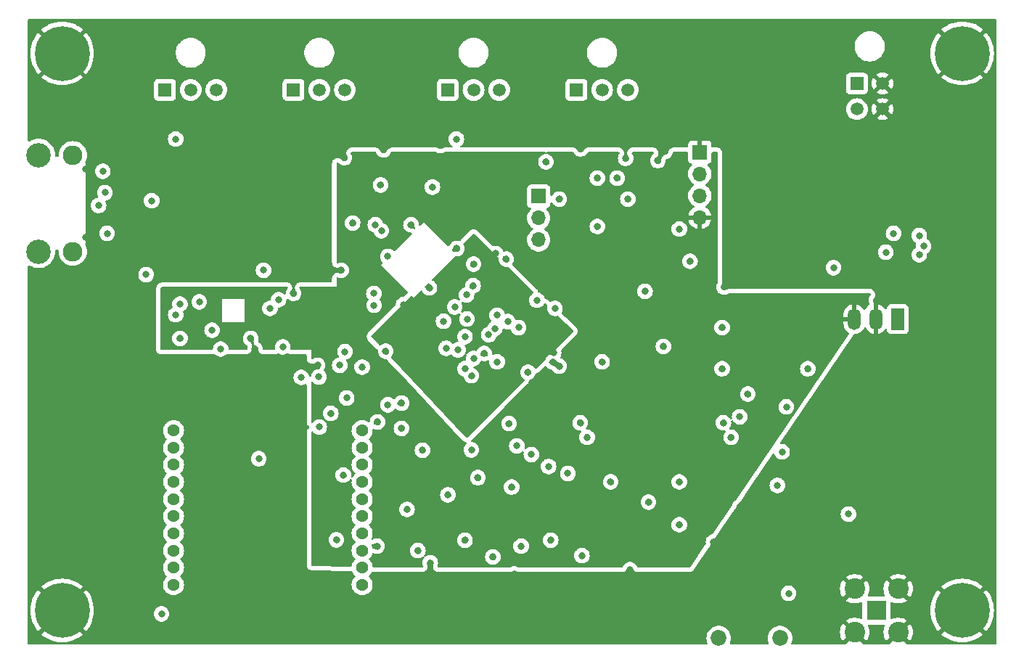
<source format=gbr>
%TF.GenerationSoftware,KiCad,Pcbnew,(7.0.0)*%
%TF.CreationDate,2023-03-06T22:48:15+01:00*%
%TF.ProjectId,RF_module,52465f6d-6f64-4756-9c65-2e6b69636164,1.1*%
%TF.SameCoordinates,Original*%
%TF.FileFunction,Copper,L3,Inr*%
%TF.FilePolarity,Positive*%
%FSLAX46Y46*%
G04 Gerber Fmt 4.6, Leading zero omitted, Abs format (unit mm)*
G04 Created by KiCad (PCBNEW (7.0.0)) date 2023-03-06 22:48:15*
%MOMM*%
%LPD*%
G01*
G04 APERTURE LIST*
%TA.AperFunction,ComponentPad*%
%ADD10C,0.800000*%
%TD*%
%TA.AperFunction,ComponentPad*%
%ADD11C,6.400000*%
%TD*%
%TA.AperFunction,ComponentPad*%
%ADD12C,1.431000*%
%TD*%
%TA.AperFunction,ComponentPad*%
%ADD13C,1.850000*%
%TD*%
%TA.AperFunction,ComponentPad*%
%ADD14R,1.500000X2.500000*%
%TD*%
%TA.AperFunction,ComponentPad*%
%ADD15O,1.500000X2.500000*%
%TD*%
%TA.AperFunction,ComponentPad*%
%ADD16R,1.520000X1.520000*%
%TD*%
%TA.AperFunction,ComponentPad*%
%ADD17C,1.520000*%
%TD*%
%TA.AperFunction,ComponentPad*%
%ADD18R,1.700000X1.700000*%
%TD*%
%TA.AperFunction,ComponentPad*%
%ADD19O,1.700000X1.700000*%
%TD*%
%TA.AperFunction,ComponentPad*%
%ADD20R,2.250000X2.250000*%
%TD*%
%TA.AperFunction,ComponentPad*%
%ADD21C,2.400000*%
%TD*%
%TA.AperFunction,ComponentPad*%
%ADD22C,2.280000*%
%TD*%
%TA.AperFunction,ComponentPad*%
%ADD23C,2.850000*%
%TD*%
%TA.AperFunction,ViaPad*%
%ADD24C,0.800000*%
%TD*%
G04 APERTURE END LIST*
D10*
%TO.N,GND*%
%TO.C,H3*%
X36753554Y-95600000D03*
X37456498Y-93902944D03*
X37456498Y-97297056D03*
X39153554Y-93200000D03*
D11*
X39153554Y-95600000D03*
D10*
X39153554Y-98000000D03*
X40850610Y-93902944D03*
X40850610Y-97297056D03*
X41553554Y-95600000D03*
%TD*%
D12*
%TO.N,/XBEE/3.3V_XBEE*%
%TO.C,IC1*%
X74153554Y-92600000D03*
%TO.N,/MCU/USART2_RX*%
X74153554Y-90600000D03*
%TO.N,/MCU/USART2_TX*%
X74153554Y-88600000D03*
%TO.N,/XBEE/XBEE_MISO*%
X74153554Y-86600000D03*
%TO.N,/MCU/XBEE_RST*%
X74153554Y-84600000D03*
%TO.N,Net-(IC1-RSSI_PWM{slash}DIO10)*%
X74153554Y-82600000D03*
%TO.N,unconnected-(IC1-PWM1{slash}DIO11-Pad7)*%
X74153554Y-80600000D03*
%TO.N,unconnected-(IC1-[RESERVED]_1-Pad8)*%
X74153554Y-78600000D03*
%TO.N,Net-(IC1-~{DTR}{slash}SLEEP_RQ{slash}DIO8)*%
X74153554Y-76600000D03*
%TO.N,GND*%
X74153554Y-74600000D03*
%TO.N,/XBEE/XBEE_MOSI*%
X52153554Y-74600000D03*
%TO.N,unconnected-(IC1-~{CTS}{slash}DIO7-Pad12)*%
X52153554Y-76600000D03*
%TO.N,/MCU/XBEE_SLEEP*%
X52153554Y-78600000D03*
%TO.N,unconnected-(IC1-[RESERVED]_2-Pad14)*%
X52153554Y-80600000D03*
%TO.N,/XBEE/XBEE_LED*%
X52153554Y-82600000D03*
%TO.N,unconnected-(IC1-~{RTS}{slash}DIO6-Pad16)*%
X52153554Y-84600000D03*
%TO.N,/MCU/SPI1_NSS*%
X52153554Y-86600000D03*
%TO.N,/XBEE/XBEE_SCK*%
X52153554Y-88600000D03*
%TO.N,/MCU/SPI1_ATT*%
X52153554Y-90600000D03*
%TO.N,Net-(IC1-AD0_{slash}DIO0)*%
X52153554Y-92600000D03*
%TD*%
D13*
%TO.N,unconnected-(J9-PadMH1)*%
%TO.C,J9*%
X115753554Y-98830000D03*
%TO.N,unconnected-(J9-PadMH2)*%
X122903554Y-98830000D03*
%TD*%
D14*
%TO.N,+12V*%
%TO.C,U7*%
X136653553Y-61599999D03*
D15*
%TO.N,GND*%
X134113553Y-61599999D03*
%TO.N,+3.3V*%
X131573553Y-61599999D03*
%TD*%
D16*
%TO.N,/CAN BUS/CAN3+*%
%TO.C,J91*%
X84153553Y-34849999D03*
D17*
%TO.N,/CAN BUS/CAN3-*%
X87153553Y-34850000D03*
%TO.N,/CAN BUS/SHIELD2*%
X90153552Y-34850000D03*
%TD*%
D10*
%TO.N,GND*%
%TO.C,H1*%
X36753554Y-30600000D03*
X37456498Y-28902944D03*
X37456498Y-32297056D03*
X39153554Y-28200000D03*
D11*
X39153554Y-30600000D03*
D10*
X39153554Y-33000000D03*
X40850610Y-28902944D03*
X40850610Y-32297056D03*
X41553554Y-30600000D03*
%TD*%
D16*
%TO.N,Net-(F1-Pad1)*%
%TO.C,J7*%
X131875303Y-34105399D03*
D17*
%TO.N,GND*%
X134875304Y-34105400D03*
%TO.N,unconnected-(J7-Pad3)*%
X131875304Y-37105400D03*
%TO.N,GND*%
X134875304Y-37105400D03*
%TD*%
D10*
%TO.N,GND*%
%TO.C,H4*%
X141753554Y-95600000D03*
X142456498Y-93902944D03*
X142456498Y-97297056D03*
X144153554Y-93200000D03*
D11*
X144153554Y-95600000D03*
D10*
X144153554Y-98000000D03*
X145850610Y-93902944D03*
X145850610Y-97297056D03*
X146553554Y-95600000D03*
%TD*%
%TO.N,GND*%
%TO.C,H2*%
X141753554Y-30600000D03*
X142456498Y-28902944D03*
X142456498Y-32297056D03*
X144153554Y-28200000D03*
D11*
X144153554Y-30600000D03*
D10*
X144153554Y-33000000D03*
X145850610Y-28902944D03*
X145850610Y-32297056D03*
X146553554Y-30600000D03*
%TD*%
D16*
%TO.N,/CAN BUS/CAN1+*%
%TO.C,J81*%
X51153553Y-34849999D03*
D17*
%TO.N,/CAN BUS/CAN1-*%
X54153553Y-34850000D03*
%TO.N,/CAN BUS/SHIELD1*%
X57153552Y-34850000D03*
%TD*%
D18*
%TO.N,GND*%
%TO.C,J1*%
X113553553Y-42119999D03*
D19*
%TO.N,/MCU/SWCLK*%
X113553553Y-44659999D03*
%TO.N,/MCU/SWDIO*%
X113553553Y-47199999D03*
%TO.N,+3.3V*%
X113553553Y-49739999D03*
%TD*%
D18*
%TO.N,GND*%
%TO.C,J2*%
X94753553Y-47274999D03*
D19*
%TO.N,Net-(J2-Pin_2)*%
X94753553Y-49814999D03*
%TO.N,VCC*%
X94753553Y-52354999D03*
%TD*%
D16*
%TO.N,/CAN BUS/CAN1+*%
%TO.C,J82*%
X66153553Y-34849999D03*
D17*
%TO.N,/CAN BUS/CAN1-*%
X69153553Y-34850000D03*
%TO.N,/CAN BUS/SHIELD1*%
X72153552Y-34850000D03*
%TD*%
D20*
%TO.N,Net-(J8-In)*%
%TO.C,J8*%
X134153553Y-95599999D03*
D21*
%TO.N,GND*%
X136693554Y-93060000D03*
X131613554Y-93060000D03*
X136693554Y-98140000D03*
X131613554Y-98140000D03*
%TD*%
D22*
%TO.N,N/C*%
%TO.C,J3*%
X40403554Y-42480000D03*
D23*
X36403554Y-42480000D03*
D22*
X40403554Y-53720000D03*
D23*
X36403554Y-53720000D03*
%TD*%
D16*
%TO.N,/CAN BUS/CAN3+*%
%TO.C,J92*%
X99153553Y-34849999D03*
D17*
%TO.N,/CAN BUS/CAN3-*%
X102153553Y-34850000D03*
%TO.N,/CAN BUS/SHIELD2*%
X105153552Y-34850000D03*
%TD*%
D24*
%TO.N,VCC*%
X89730664Y-53961013D03*
X96588434Y-63784880D03*
X79153554Y-62100000D03*
X87300000Y-72200000D03*
X96502700Y-65552202D03*
X78653554Y-66350000D03*
X79000000Y-59900000D03*
%TO.N,/MCU/NRST*%
X75534276Y-58619278D03*
X86341255Y-58787701D03*
%TO.N,GND*%
X38653554Y-40700000D03*
X56153554Y-77400000D03*
X99653554Y-41750000D03*
X86153554Y-27400000D03*
X61153554Y-27400000D03*
X133153554Y-38650000D03*
X41153554Y-77400000D03*
X112403554Y-54850000D03*
X135153554Y-75850000D03*
X48653554Y-65600000D03*
X56153554Y-27400000D03*
X71953554Y-79800000D03*
X67153554Y-42100000D03*
X49153554Y-87400000D03*
X48153554Y-37600000D03*
X101153554Y-27400000D03*
X126653554Y-37100000D03*
X66153554Y-70600000D03*
X93653554Y-40350000D03*
X118953554Y-94000000D03*
X36153554Y-57400000D03*
X85192110Y-53361444D03*
X87153554Y-55200000D03*
X128300000Y-92700000D03*
X56153554Y-68100000D03*
X44153554Y-35600000D03*
X89403554Y-89350000D03*
X56153554Y-98600000D03*
X60153554Y-40350000D03*
X127153554Y-98600000D03*
X136753554Y-38700000D03*
X120403554Y-53600000D03*
X129153554Y-79600000D03*
X67153554Y-45100000D03*
X68953554Y-67000000D03*
X146153554Y-57400000D03*
X117503554Y-28950000D03*
X102153554Y-66600000D03*
X103900000Y-45150000D03*
X53653554Y-68100000D03*
X106153554Y-97400000D03*
X82103554Y-90050000D03*
X88403554Y-65600000D03*
X61653554Y-65100000D03*
X96153554Y-87400000D03*
X107153554Y-96100000D03*
X43653554Y-65600000D03*
X146153554Y-72400000D03*
X91600000Y-81200000D03*
X109153554Y-30600000D03*
X61153554Y-92350000D03*
X124653554Y-91850000D03*
X105153554Y-47600000D03*
X116300000Y-73700000D03*
X52153554Y-95600000D03*
X146153554Y-62400000D03*
X86900000Y-68200000D03*
X61153554Y-44600000D03*
X46153554Y-97400000D03*
X43403554Y-53100000D03*
X61153554Y-82400000D03*
X79853554Y-50600000D03*
X71153554Y-27400000D03*
X63653554Y-49600000D03*
X51153554Y-27400000D03*
X61153554Y-98600000D03*
X79400000Y-83800000D03*
X44153554Y-81850000D03*
X97153554Y-47600000D03*
X101603554Y-45150000D03*
X38653554Y-58100000D03*
X48600000Y-51400000D03*
X117200000Y-75400000D03*
X146153554Y-82400000D03*
X129153554Y-76600000D03*
X56153554Y-87400000D03*
X127853554Y-30500000D03*
X122253554Y-87900000D03*
X121153554Y-27400000D03*
X71153554Y-87350000D03*
X107568989Y-82954242D03*
X146153554Y-87400000D03*
X48653554Y-68100000D03*
X139153554Y-82600000D03*
X107153554Y-58350000D03*
X46153554Y-40600000D03*
X66153554Y-82400000D03*
X54153554Y-53100000D03*
X82003554Y-57950000D03*
X132153554Y-79600000D03*
X66153554Y-92350000D03*
X135153554Y-63600000D03*
X49903554Y-41350000D03*
X129603554Y-38450000D03*
X52353554Y-71200000D03*
X36153554Y-90600000D03*
X81200000Y-76900000D03*
X135153554Y-79600000D03*
X45153554Y-56400000D03*
X48903554Y-44850000D03*
X81153554Y-27400000D03*
X116403554Y-57850000D03*
X36153554Y-37400000D03*
X116153554Y-27400000D03*
X38653554Y-65600000D03*
X44128554Y-69125000D03*
X111153554Y-85600000D03*
X108653554Y-43100000D03*
X76903554Y-65350000D03*
X118153554Y-37600000D03*
X80653554Y-88600000D03*
X78750000Y-74350000D03*
X71153554Y-91600000D03*
X45153554Y-54400000D03*
X66153554Y-98600000D03*
X90953554Y-54600000D03*
X52153554Y-55600000D03*
X71153554Y-97400000D03*
X105403554Y-90850000D03*
X56153554Y-82400000D03*
X49353554Y-99000000D03*
X101653554Y-95350000D03*
X61153554Y-87400000D03*
X109491054Y-42012500D03*
X106153554Y-27400000D03*
X101153554Y-97400000D03*
X91153554Y-97400000D03*
X146153554Y-77400000D03*
X76303554Y-45950000D03*
X36153554Y-69100000D03*
X109300000Y-64800000D03*
X43653554Y-58100000D03*
X71700000Y-55900000D03*
X95603554Y-43250000D03*
X132903554Y-84600000D03*
X133153554Y-42600000D03*
X136403554Y-32700000D03*
X92700000Y-88100000D03*
X121153554Y-95100000D03*
X115153554Y-87600000D03*
X122153554Y-82600000D03*
X74153554Y-67200000D03*
X96153554Y-27400000D03*
X134153554Y-59400000D03*
X36153554Y-67400000D03*
X127903554Y-71850000D03*
X135403554Y-87600000D03*
X77153554Y-54300000D03*
X61153554Y-63850000D03*
X45000000Y-27200000D03*
X101500000Y-41000000D03*
X132778554Y-87725000D03*
X132153554Y-82600000D03*
X36153554Y-81850000D03*
X135153554Y-72350000D03*
X134153554Y-67600000D03*
X84153554Y-82100000D03*
X38653554Y-55300000D03*
X97653554Y-94850000D03*
X126653554Y-39100000D03*
X136703554Y-35500000D03*
X73153554Y-37100000D03*
X80153554Y-38600000D03*
X83303554Y-41350000D03*
X131153554Y-27400000D03*
X66153554Y-27400000D03*
X76153554Y-97400000D03*
X135153554Y-84600000D03*
X76153554Y-27400000D03*
X126153554Y-76600000D03*
X91903554Y-91350000D03*
X112153554Y-36600000D03*
X76653554Y-41850000D03*
X93500000Y-67800000D03*
X104903554Y-42850000D03*
X44903554Y-48100000D03*
X121100000Y-92900000D03*
X66153554Y-58600000D03*
X75900000Y-88100000D03*
X111153554Y-80600000D03*
X130153554Y-41900000D03*
X101603554Y-50800000D03*
X146153554Y-67400000D03*
X111153554Y-27400000D03*
X82353554Y-46200000D03*
X54953554Y-89600000D03*
X49153554Y-74600000D03*
X131903554Y-39700000D03*
X46153554Y-92400000D03*
X52903554Y-63850000D03*
X100103554Y-38800000D03*
X61153554Y-68100000D03*
X118603554Y-30600000D03*
X86153554Y-87400000D03*
X81153554Y-97400000D03*
X118253554Y-83450000D03*
X146153554Y-37400000D03*
X72066054Y-42762500D03*
X146153554Y-42400000D03*
X131684651Y-52381097D03*
X128153554Y-83600000D03*
X126153554Y-67400000D03*
X139153554Y-39600000D03*
X141153554Y-72600000D03*
X91153554Y-27400000D03*
X132153554Y-76600000D03*
X70500000Y-72600000D03*
X78753554Y-71400000D03*
X99600000Y-73700000D03*
X91300000Y-73800000D03*
X78153554Y-35600000D03*
X119153554Y-70350000D03*
X116153554Y-67400000D03*
X122903554Y-40200000D03*
X129403554Y-87600000D03*
X99800000Y-89200000D03*
X126153554Y-79600000D03*
X103153554Y-80600000D03*
X116153554Y-62600000D03*
X97153554Y-67100000D03*
X41903554Y-52100000D03*
X139153554Y-79600000D03*
X139153554Y-84600000D03*
X115866054Y-32912500D03*
X96403554Y-66600000D03*
X43653554Y-43100000D03*
X126153554Y-83600000D03*
X126153554Y-27400000D03*
X87100000Y-57700000D03*
X100400000Y-75400000D03*
X41903554Y-44100000D03*
X66153554Y-87500000D03*
X122253554Y-84500000D03*
X36153554Y-72400000D03*
X36153554Y-62400000D03*
X87653554Y-80100000D03*
X75953554Y-73600000D03*
X116153554Y-90600000D03*
X36153554Y-77400000D03*
X111153554Y-97400000D03*
X111153554Y-51100000D03*
X139153554Y-34600000D03*
X136153554Y-27400000D03*
X67153554Y-39100000D03*
X73050000Y-50400000D03*
%TO.N,+3.3V*%
X72153554Y-88400000D03*
X77753554Y-89800000D03*
X126876777Y-64123223D03*
X83403554Y-88850000D03*
X51153554Y-58400000D03*
X73653554Y-42850000D03*
X125800000Y-64200000D03*
X83900000Y-74900000D03*
X106403554Y-42850000D03*
X75653554Y-61600000D03*
X105403554Y-89100000D03*
X54000000Y-64700000D03*
X119153554Y-68850000D03*
X91903554Y-89850000D03*
X120153554Y-67850000D03*
%TO.N,/CONNECTORS/USB_VBUS_DET*%
X48953554Y-56400000D03*
X86153554Y-63650000D03*
%TO.N,/IMU/3.3V_IMU*%
X52903554Y-59850000D03*
X57653554Y-65100000D03*
X64903554Y-64850000D03*
%TO.N,/CAN BUS/CAN1+*%
X52403554Y-40600000D03*
%TO.N,/CAN BUS/CAN3+*%
X85153554Y-40600000D03*
%TO.N,/MCU/USART2_RX*%
X71553554Y-67000000D03*
%TO.N,/MCU/USART2_TX*%
X72153554Y-65400000D03*
%TO.N,/GNSS/3.3V_GPS*%
X123653554Y-71850000D03*
X123903554Y-93600000D03*
%TO.N,/MCU/XBEE_SLEEP*%
X69153554Y-74200000D03*
X62100000Y-77900000D03*
X87153554Y-66200000D03*
%TO.N,/XBEE/XBEE_LED*%
X50753554Y-96000000D03*
%TO.N,/MCU/SPI1_NSS*%
X72353554Y-70800000D03*
X83953554Y-65000000D03*
%TO.N,/MCU/SPI1_ATT*%
X77153554Y-71600000D03*
X85353554Y-65200000D03*
%TO.N,/CONNECTORS/VBUS*%
X44403554Y-51600000D03*
X43903554Y-44350000D03*
X49600000Y-47800000D03*
%TO.N,/CONNECTORS/D-*%
X44153554Y-46850000D03*
X43403554Y-48350000D03*
%TO.N,/CONNECTORS/I2C3_SDA*%
X86903554Y-76850000D03*
X89903554Y-66600000D03*
%TO.N,/CONNECTORS/SPI3_NSS*%
X96653554Y-60350000D03*
X98153554Y-79600000D03*
%TO.N,/CONNECTORS/SPI3_SCK*%
X95903554Y-78800000D03*
X94553554Y-59400000D03*
%TO.N,/CONNECTORS/SPI3_MISO*%
X92403554Y-62600000D03*
X93903554Y-77400000D03*
%TO.N,/CONNECTORS/SPI3_MOSI*%
X91153554Y-61900000D03*
X92200000Y-76400000D03*
%TO.N,Net-(JP1-C)*%
X52403554Y-61100000D03*
X55153554Y-59600000D03*
%TO.N,Net-(Q1A-S1)*%
X139153554Y-54100000D03*
X139153554Y-51850000D03*
X136153554Y-51600000D03*
X139653554Y-53100000D03*
%TO.N,/IMU/IMU_SCL*%
X63403554Y-60350000D03*
X86403554Y-61600000D03*
%TO.N,/IMU/IMU_SDA*%
X64403554Y-59350000D03*
X83653554Y-61850000D03*
%TO.N,Net-(U6-UV)*%
X129153554Y-55600000D03*
X135253554Y-53800000D03*
%TO.N,/MCU/BOOT1*%
X67053554Y-68400000D03*
X62653554Y-55900000D03*
X86153554Y-67400000D03*
%TO.N,/IMU/IMU_INT*%
X69103554Y-68350000D03*
X56653554Y-62900000D03*
X89903554Y-61150000D03*
%TO.N,USR_BTN*%
X84953554Y-60200000D03*
X75553554Y-60000000D03*
%TO.N,/MCU/USB_D+*%
X89626235Y-62719127D03*
X75695554Y-50597338D03*
%TO.N,/MCU/USB_D-*%
X88919127Y-63426235D03*
X76402662Y-51304446D03*
%TO.N,/GNSS/GPS_RST*%
X122600000Y-81000000D03*
X130903554Y-84350000D03*
%TO.N,/GNSS/GPS_TX*%
X118200000Y-73000000D03*
X123153554Y-77100000D03*
%TD*%
%TA.AperFunction,Conductor*%
%TO.N,GND*%
G36*
X89458019Y-88957753D02*
G01*
X89477826Y-88961963D01*
X89513337Y-88969510D01*
X89538384Y-88977649D01*
X89544763Y-88980489D01*
X89590041Y-89000648D01*
X89612850Y-89013817D01*
X89658604Y-89047059D01*
X89678177Y-89064683D01*
X89716012Y-89106703D01*
X89731495Y-89128013D01*
X89759770Y-89176987D01*
X89770484Y-89201050D01*
X89787958Y-89254828D01*
X89793435Y-89280597D01*
X89799344Y-89336829D01*
X89799344Y-89363165D01*
X89793434Y-89419405D01*
X89787957Y-89445175D01*
X89770484Y-89498949D01*
X89759770Y-89523011D01*
X89731495Y-89571985D01*
X89716012Y-89593295D01*
X89678177Y-89635315D01*
X89658601Y-89652942D01*
X89612852Y-89686180D01*
X89590042Y-89699349D01*
X89538384Y-89722349D01*
X89513332Y-89730489D01*
X89458022Y-89742246D01*
X89431826Y-89745000D01*
X89375282Y-89745000D01*
X89349084Y-89742246D01*
X89293774Y-89730489D01*
X89268722Y-89722349D01*
X89217064Y-89699349D01*
X89194254Y-89686180D01*
X89171309Y-89669510D01*
X89148502Y-89652939D01*
X89128929Y-89635315D01*
X89091094Y-89593295D01*
X89075611Y-89571985D01*
X89047336Y-89523011D01*
X89036622Y-89498950D01*
X89019148Y-89445169D01*
X89013673Y-89419409D01*
X89007762Y-89363165D01*
X89007762Y-89336829D01*
X89012140Y-89295173D01*
X89013673Y-89280587D01*
X89019147Y-89254831D01*
X89036624Y-89201045D01*
X89047336Y-89176987D01*
X89075615Y-89128007D01*
X89091091Y-89106706D01*
X89128929Y-89064682D01*
X89148497Y-89047063D01*
X89194259Y-89013814D01*
X89217060Y-89000650D01*
X89268725Y-88977647D01*
X89293769Y-88969511D01*
X89328387Y-88962152D01*
X89349089Y-88957753D01*
X89375284Y-88955000D01*
X89431823Y-88955000D01*
X89458019Y-88957753D01*
G37*
%TD.AperFunction*%
%TA.AperFunction,Conductor*%
G36*
X99854465Y-88807753D02*
G01*
X99874272Y-88811963D01*
X99909783Y-88819510D01*
X99934830Y-88827649D01*
X99969972Y-88843295D01*
X99986487Y-88850648D01*
X100009296Y-88863817D01*
X100055050Y-88897059D01*
X100074623Y-88914683D01*
X100112458Y-88956703D01*
X100127941Y-88978013D01*
X100156216Y-89026987D01*
X100166930Y-89051050D01*
X100184403Y-89104825D01*
X100189880Y-89130593D01*
X100195790Y-89186830D01*
X100195790Y-89213168D01*
X100189880Y-89269405D01*
X100184403Y-89295173D01*
X100166930Y-89348948D01*
X100156216Y-89373011D01*
X100127941Y-89421985D01*
X100112458Y-89443295D01*
X100074623Y-89485315D01*
X100055047Y-89502942D01*
X100009298Y-89536180D01*
X99986488Y-89549349D01*
X99934830Y-89572349D01*
X99909778Y-89580489D01*
X99854468Y-89592246D01*
X99828272Y-89595000D01*
X99771728Y-89595000D01*
X99745530Y-89592246D01*
X99690220Y-89580489D01*
X99665168Y-89572349D01*
X99613510Y-89549349D01*
X99590700Y-89536180D01*
X99556791Y-89511544D01*
X99544948Y-89502939D01*
X99525375Y-89485315D01*
X99487540Y-89443295D01*
X99472057Y-89421985D01*
X99470567Y-89419405D01*
X99443782Y-89373011D01*
X99433068Y-89348948D01*
X99415595Y-89295173D01*
X99410119Y-89269409D01*
X99404208Y-89213167D01*
X99404208Y-89186830D01*
X99410119Y-89130587D01*
X99415593Y-89104831D01*
X99433070Y-89051045D01*
X99443782Y-89026987D01*
X99451385Y-89013818D01*
X99472061Y-88978007D01*
X99487537Y-88956706D01*
X99525375Y-88914682D01*
X99544943Y-88897063D01*
X99590705Y-88863814D01*
X99613506Y-88850650D01*
X99665171Y-88827647D01*
X99690215Y-88819511D01*
X99724833Y-88812152D01*
X99745535Y-88807753D01*
X99771730Y-88805000D01*
X99828269Y-88805000D01*
X99854465Y-88807753D01*
G37*
%TD.AperFunction*%
%TA.AperFunction,Conductor*%
G36*
X80708019Y-88207753D02*
G01*
X80727826Y-88211963D01*
X80763337Y-88219510D01*
X80788384Y-88227649D01*
X80836223Y-88248948D01*
X80840041Y-88250648D01*
X80862850Y-88263817D01*
X80908604Y-88297059D01*
X80928177Y-88314683D01*
X80966012Y-88356703D01*
X80981495Y-88378013D01*
X81009770Y-88426987D01*
X81020484Y-88451050D01*
X81037957Y-88504825D01*
X81043434Y-88530593D01*
X81049344Y-88586830D01*
X81049344Y-88613168D01*
X81043434Y-88669405D01*
X81037957Y-88695173D01*
X81020483Y-88748951D01*
X81009769Y-88773014D01*
X80964243Y-88851868D01*
X80916220Y-88899065D01*
X80909951Y-88902540D01*
X80909944Y-88902544D01*
X80906593Y-88904402D01*
X80903491Y-88906655D01*
X80903478Y-88906664D01*
X80862851Y-88936181D01*
X80840040Y-88949351D01*
X80788385Y-88972349D01*
X80763337Y-88980488D01*
X80747554Y-88983843D01*
X80708021Y-88992246D01*
X80681826Y-88995000D01*
X80625282Y-88995000D01*
X80599084Y-88992246D01*
X80543774Y-88980489D01*
X80518722Y-88972349D01*
X80467064Y-88949349D01*
X80444254Y-88936180D01*
X80433702Y-88928514D01*
X80398502Y-88902939D01*
X80378929Y-88885315D01*
X80341094Y-88843295D01*
X80325611Y-88821985D01*
X80297336Y-88773011D01*
X80286622Y-88748948D01*
X80269149Y-88695173D01*
X80263673Y-88669409D01*
X80257762Y-88613168D01*
X80257762Y-88586830D01*
X80263673Y-88530587D01*
X80269147Y-88504831D01*
X80286624Y-88451045D01*
X80297336Y-88426987D01*
X80308149Y-88408259D01*
X80325615Y-88378007D01*
X80341091Y-88356706D01*
X80378929Y-88314682D01*
X80398497Y-88297063D01*
X80444259Y-88263814D01*
X80467060Y-88250650D01*
X80518725Y-88227647D01*
X80543769Y-88219511D01*
X80578387Y-88212152D01*
X80599089Y-88207753D01*
X80625284Y-88205000D01*
X80681823Y-88205000D01*
X80708019Y-88207753D01*
G37*
%TD.AperFunction*%
%TA.AperFunction,Conductor*%
G36*
X92754465Y-87707753D02*
G01*
X92809783Y-87719511D01*
X92834833Y-87727650D01*
X92854156Y-87736253D01*
X92886488Y-87750648D01*
X92909300Y-87763818D01*
X92955046Y-87797054D01*
X92974619Y-87814678D01*
X93009321Y-87853219D01*
X93012456Y-87856700D01*
X93027939Y-87878010D01*
X93056216Y-87926987D01*
X93066930Y-87951050D01*
X93084403Y-88004825D01*
X93089880Y-88030593D01*
X93095790Y-88086830D01*
X93095790Y-88113168D01*
X93089880Y-88169405D01*
X93084403Y-88195173D01*
X93066930Y-88248948D01*
X93056216Y-88273011D01*
X93027941Y-88321985D01*
X93012458Y-88343295D01*
X92974623Y-88385315D01*
X92955047Y-88402942D01*
X92909298Y-88436180D01*
X92886488Y-88449349D01*
X92834830Y-88472349D01*
X92809778Y-88480489D01*
X92754468Y-88492246D01*
X92728272Y-88495000D01*
X92671728Y-88495000D01*
X92645530Y-88492246D01*
X92590220Y-88480489D01*
X92565168Y-88472349D01*
X92513510Y-88449349D01*
X92490700Y-88436180D01*
X92478047Y-88426987D01*
X92444948Y-88402939D01*
X92425375Y-88385315D01*
X92387540Y-88343295D01*
X92372057Y-88321985D01*
X92343782Y-88273011D01*
X92333068Y-88248948D01*
X92315595Y-88195173D01*
X92310119Y-88169409D01*
X92304208Y-88113167D01*
X92304208Y-88086830D01*
X92309004Y-88041198D01*
X92310119Y-88030587D01*
X92315593Y-88004831D01*
X92333070Y-87951045D01*
X92343782Y-87926987D01*
X92352292Y-87912248D01*
X92372061Y-87878007D01*
X92387537Y-87856706D01*
X92425377Y-87814681D01*
X92444943Y-87797063D01*
X92490705Y-87763814D01*
X92513506Y-87750650D01*
X92565171Y-87727647D01*
X92590215Y-87719511D01*
X92632154Y-87710597D01*
X92645535Y-87707753D01*
X92671730Y-87705000D01*
X92728269Y-87705000D01*
X92754465Y-87707753D01*
G37*
%TD.AperFunction*%
%TA.AperFunction,Conductor*%
G36*
X75954465Y-87707753D02*
G01*
X76009783Y-87719511D01*
X76034833Y-87727650D01*
X76054156Y-87736253D01*
X76086488Y-87750648D01*
X76109300Y-87763818D01*
X76155046Y-87797054D01*
X76174619Y-87814678D01*
X76209321Y-87853219D01*
X76212456Y-87856700D01*
X76227939Y-87878010D01*
X76256216Y-87926987D01*
X76266930Y-87951050D01*
X76284403Y-88004825D01*
X76289880Y-88030593D01*
X76295790Y-88086830D01*
X76295790Y-88113168D01*
X76289880Y-88169405D01*
X76284403Y-88195173D01*
X76266930Y-88248948D01*
X76256216Y-88273011D01*
X76227941Y-88321985D01*
X76212458Y-88343295D01*
X76174623Y-88385315D01*
X76155047Y-88402942D01*
X76109298Y-88436180D01*
X76086488Y-88449349D01*
X76034830Y-88472349D01*
X76009778Y-88480489D01*
X75954468Y-88492246D01*
X75928272Y-88495000D01*
X75871728Y-88495000D01*
X75845530Y-88492246D01*
X75790216Y-88480488D01*
X75765166Y-88472349D01*
X75698047Y-88442466D01*
X75698042Y-88442464D01*
X75694931Y-88441079D01*
X75691687Y-88440037D01*
X75691680Y-88440034D01*
X75592781Y-88408259D01*
X75589538Y-88407217D01*
X75586220Y-88406534D01*
X75586207Y-88406531D01*
X75540801Y-88397191D01*
X75540794Y-88397190D01*
X75537479Y-88396508D01*
X75534104Y-88396186D01*
X75534099Y-88396186D01*
X75448842Y-88388071D01*
X75400418Y-88373238D01*
X75361746Y-88340536D01*
X75339074Y-88295249D01*
X75327123Y-88250648D01*
X75308131Y-88179768D01*
X75244884Y-88044135D01*
X75240538Y-88034814D01*
X75229069Y-87972363D01*
X75249513Y-87912248D01*
X75296677Y-87869736D01*
X75358580Y-87855623D01*
X75414766Y-87857341D01*
X75546057Y-87826186D01*
X75606411Y-87803140D01*
X75651893Y-87778497D01*
X75660644Y-87774185D01*
X75765171Y-87727647D01*
X75790215Y-87719511D01*
X75832154Y-87710597D01*
X75845535Y-87707753D01*
X75871730Y-87705000D01*
X75928269Y-87705000D01*
X75954465Y-87707753D01*
G37*
%TD.AperFunction*%
%TA.AperFunction,Conductor*%
G36*
X96208019Y-87007753D02*
G01*
X96227826Y-87011963D01*
X96263337Y-87019510D01*
X96288384Y-87027649D01*
X96338017Y-87049747D01*
X96340041Y-87050648D01*
X96362850Y-87063817D01*
X96408604Y-87097059D01*
X96428177Y-87114683D01*
X96466012Y-87156703D01*
X96481495Y-87178013D01*
X96509770Y-87226987D01*
X96520484Y-87251050D01*
X96537957Y-87304825D01*
X96543434Y-87330593D01*
X96549344Y-87386830D01*
X96549344Y-87413168D01*
X96543434Y-87469405D01*
X96537957Y-87495173D01*
X96520484Y-87548948D01*
X96509770Y-87573011D01*
X96481495Y-87621985D01*
X96466012Y-87643295D01*
X96428177Y-87685315D01*
X96408601Y-87702942D01*
X96362852Y-87736180D01*
X96340042Y-87749349D01*
X96288384Y-87772349D01*
X96263332Y-87780489D01*
X96208022Y-87792246D01*
X96181826Y-87795000D01*
X96125282Y-87795000D01*
X96099084Y-87792246D01*
X96043774Y-87780489D01*
X96018722Y-87772349D01*
X95967064Y-87749349D01*
X95944254Y-87736180D01*
X95909288Y-87710776D01*
X95898502Y-87702939D01*
X95878929Y-87685315D01*
X95841094Y-87643295D01*
X95825611Y-87621985D01*
X95797336Y-87573011D01*
X95786622Y-87548948D01*
X95780658Y-87530593D01*
X95769148Y-87495169D01*
X95763673Y-87469409D01*
X95757762Y-87413168D01*
X95757762Y-87386830D01*
X95763673Y-87330587D01*
X95769147Y-87304831D01*
X95786624Y-87251045D01*
X95797336Y-87226987D01*
X95825615Y-87178007D01*
X95841091Y-87156706D01*
X95878929Y-87114682D01*
X95898497Y-87097063D01*
X95944259Y-87063814D01*
X95967060Y-87050650D01*
X96018725Y-87027647D01*
X96043769Y-87019511D01*
X96078387Y-87012152D01*
X96099089Y-87007753D01*
X96125284Y-87005000D01*
X96181823Y-87005000D01*
X96208019Y-87007753D01*
G37*
%TD.AperFunction*%
%TA.AperFunction,Conductor*%
G36*
X86208019Y-87007753D02*
G01*
X86227826Y-87011963D01*
X86263337Y-87019510D01*
X86288384Y-87027649D01*
X86338017Y-87049747D01*
X86340041Y-87050648D01*
X86362850Y-87063817D01*
X86408604Y-87097059D01*
X86428177Y-87114683D01*
X86466012Y-87156703D01*
X86481495Y-87178013D01*
X86509770Y-87226987D01*
X86520484Y-87251050D01*
X86537957Y-87304825D01*
X86543434Y-87330593D01*
X86549344Y-87386830D01*
X86549344Y-87413168D01*
X86543434Y-87469405D01*
X86537957Y-87495173D01*
X86520484Y-87548948D01*
X86509770Y-87573011D01*
X86481495Y-87621985D01*
X86466012Y-87643296D01*
X86428174Y-87685319D01*
X86408599Y-87702944D01*
X86362855Y-87736179D01*
X86340042Y-87749350D01*
X86288384Y-87772349D01*
X86263336Y-87780488D01*
X86237715Y-87785934D01*
X86208021Y-87792246D01*
X86181826Y-87795000D01*
X86125282Y-87795000D01*
X86099084Y-87792246D01*
X86043774Y-87780489D01*
X86018722Y-87772349D01*
X85967064Y-87749349D01*
X85944254Y-87736180D01*
X85909288Y-87710776D01*
X85898502Y-87702939D01*
X85878929Y-87685315D01*
X85841094Y-87643295D01*
X85825611Y-87621985D01*
X85797336Y-87573011D01*
X85786622Y-87548948D01*
X85780658Y-87530593D01*
X85769148Y-87495169D01*
X85763673Y-87469409D01*
X85757762Y-87413168D01*
X85757762Y-87386830D01*
X85763673Y-87330587D01*
X85769147Y-87304831D01*
X85786624Y-87251045D01*
X85797336Y-87226987D01*
X85825615Y-87178007D01*
X85841091Y-87156706D01*
X85878929Y-87114682D01*
X85898497Y-87097063D01*
X85944259Y-87063814D01*
X85967060Y-87050650D01*
X86018725Y-87027647D01*
X86043769Y-87019511D01*
X86078387Y-87012152D01*
X86099089Y-87007753D01*
X86125284Y-87005000D01*
X86181823Y-87005000D01*
X86208019Y-87007753D01*
G37*
%TD.AperFunction*%
%TA.AperFunction,Conductor*%
G36*
X71208019Y-86957753D02*
G01*
X71227826Y-86961963D01*
X71263337Y-86969510D01*
X71288384Y-86977649D01*
X71340041Y-87000648D01*
X71362850Y-87013817D01*
X71408604Y-87047059D01*
X71428177Y-87064683D01*
X71466012Y-87106703D01*
X71481495Y-87128013D01*
X71509770Y-87176987D01*
X71520484Y-87201050D01*
X71537957Y-87254825D01*
X71543434Y-87280593D01*
X71549344Y-87336830D01*
X71549344Y-87363168D01*
X71543434Y-87419405D01*
X71537957Y-87445173D01*
X71520484Y-87498948D01*
X71509770Y-87523011D01*
X71481495Y-87571985D01*
X71466012Y-87593295D01*
X71428177Y-87635315D01*
X71408601Y-87652942D01*
X71362852Y-87686180D01*
X71340042Y-87699349D01*
X71288384Y-87722349D01*
X71263332Y-87730489D01*
X71208022Y-87742246D01*
X71181826Y-87745000D01*
X71125282Y-87745000D01*
X71099084Y-87742246D01*
X71043774Y-87730489D01*
X71018722Y-87722349D01*
X70967064Y-87699349D01*
X70944254Y-87686180D01*
X70933702Y-87678514D01*
X70898502Y-87652939D01*
X70878929Y-87635315D01*
X70841094Y-87593295D01*
X70825611Y-87571985D01*
X70797336Y-87523011D01*
X70786622Y-87498948D01*
X70769148Y-87445169D01*
X70763673Y-87419409D01*
X70757762Y-87363168D01*
X70757762Y-87336830D01*
X70763673Y-87280587D01*
X70769147Y-87254831D01*
X70786624Y-87201045D01*
X70797336Y-87176987D01*
X70803365Y-87166545D01*
X70825615Y-87128007D01*
X70841091Y-87106706D01*
X70878929Y-87064682D01*
X70898497Y-87047063D01*
X70944259Y-87013814D01*
X70967060Y-87000650D01*
X71018725Y-86977647D01*
X71043769Y-86969511D01*
X71078387Y-86962152D01*
X71099089Y-86957753D01*
X71125284Y-86955000D01*
X71181823Y-86955000D01*
X71208019Y-86957753D01*
G37*
%TD.AperFunction*%
%TA.AperFunction,Conductor*%
G36*
X111208019Y-85207753D02*
G01*
X111215533Y-85209350D01*
X111263337Y-85219510D01*
X111288384Y-85227649D01*
X111340041Y-85250648D01*
X111362850Y-85263817D01*
X111408604Y-85297059D01*
X111428177Y-85314683D01*
X111466012Y-85356703D01*
X111481495Y-85378013D01*
X111509770Y-85426987D01*
X111520484Y-85451050D01*
X111537957Y-85504825D01*
X111543434Y-85530593D01*
X111549344Y-85586830D01*
X111549344Y-85613168D01*
X111543434Y-85669405D01*
X111537957Y-85695173D01*
X111520484Y-85748948D01*
X111509770Y-85773011D01*
X111481495Y-85821985D01*
X111466012Y-85843295D01*
X111428177Y-85885315D01*
X111408601Y-85902942D01*
X111362852Y-85936180D01*
X111340042Y-85949349D01*
X111288384Y-85972349D01*
X111263332Y-85980489D01*
X111208022Y-85992246D01*
X111181826Y-85995000D01*
X111125282Y-85995000D01*
X111099084Y-85992246D01*
X111043774Y-85980489D01*
X111018722Y-85972349D01*
X110967064Y-85949349D01*
X110944254Y-85936180D01*
X110933702Y-85928514D01*
X110898502Y-85902939D01*
X110878929Y-85885315D01*
X110841094Y-85843295D01*
X110825611Y-85821985D01*
X110797336Y-85773011D01*
X110786622Y-85748948D01*
X110769149Y-85695173D01*
X110763673Y-85669409D01*
X110757762Y-85613168D01*
X110757762Y-85586830D01*
X110759805Y-85567389D01*
X110763673Y-85530587D01*
X110769147Y-85504831D01*
X110786624Y-85451045D01*
X110797336Y-85426987D01*
X110825615Y-85378007D01*
X110841091Y-85356706D01*
X110878929Y-85314682D01*
X110898497Y-85297063D01*
X110944259Y-85263814D01*
X110967060Y-85250650D01*
X111018725Y-85227647D01*
X111043769Y-85219511D01*
X111091575Y-85209350D01*
X111099089Y-85207753D01*
X111125284Y-85205000D01*
X111181823Y-85205000D01*
X111208019Y-85207753D01*
G37*
%TD.AperFunction*%
%TA.AperFunction,Conductor*%
G36*
X79454465Y-83407753D02*
G01*
X79474272Y-83411963D01*
X79509783Y-83419510D01*
X79534830Y-83427649D01*
X79565940Y-83441500D01*
X79586487Y-83450648D01*
X79609296Y-83463817D01*
X79655050Y-83497059D01*
X79674623Y-83514683D01*
X79712458Y-83556703D01*
X79727941Y-83578013D01*
X79756216Y-83626987D01*
X79766930Y-83651050D01*
X79784403Y-83704825D01*
X79789880Y-83730593D01*
X79795790Y-83786830D01*
X79795790Y-83813168D01*
X79789880Y-83869405D01*
X79784403Y-83895173D01*
X79766930Y-83948948D01*
X79756216Y-83973011D01*
X79727941Y-84021985D01*
X79712458Y-84043295D01*
X79674623Y-84085315D01*
X79655047Y-84102942D01*
X79609298Y-84136180D01*
X79586488Y-84149349D01*
X79534830Y-84172349D01*
X79509778Y-84180489D01*
X79454468Y-84192246D01*
X79428272Y-84195000D01*
X79371728Y-84195000D01*
X79345530Y-84192246D01*
X79290220Y-84180489D01*
X79265168Y-84172349D01*
X79213510Y-84149349D01*
X79190700Y-84136180D01*
X79180148Y-84128514D01*
X79144948Y-84102939D01*
X79125375Y-84085315D01*
X79087540Y-84043295D01*
X79072057Y-84021985D01*
X79043782Y-83973011D01*
X79033068Y-83948948D01*
X79015595Y-83895173D01*
X79010119Y-83869409D01*
X79004208Y-83813167D01*
X79004208Y-83786830D01*
X79010119Y-83730587D01*
X79015593Y-83704831D01*
X79033070Y-83651045D01*
X79043782Y-83626987D01*
X79072061Y-83578007D01*
X79087537Y-83556706D01*
X79125375Y-83514682D01*
X79144943Y-83497063D01*
X79190705Y-83463814D01*
X79213506Y-83450650D01*
X79265171Y-83427647D01*
X79290215Y-83419511D01*
X79324833Y-83412152D01*
X79345535Y-83407753D01*
X79371730Y-83405000D01*
X79428269Y-83405000D01*
X79454465Y-83407753D01*
G37*
%TD.AperFunction*%
%TA.AperFunction,Conductor*%
G36*
X107623454Y-82561995D02*
G01*
X107643261Y-82566205D01*
X107678772Y-82573752D01*
X107703819Y-82581891D01*
X107732196Y-82594525D01*
X107755476Y-82604890D01*
X107778285Y-82618059D01*
X107824039Y-82651301D01*
X107843612Y-82668925D01*
X107881447Y-82710945D01*
X107896930Y-82732255D01*
X107925205Y-82781229D01*
X107935919Y-82805292D01*
X107953392Y-82859067D01*
X107958869Y-82884835D01*
X107964779Y-82941072D01*
X107964779Y-82967410D01*
X107958869Y-83023647D01*
X107953392Y-83049415D01*
X107935919Y-83103190D01*
X107925205Y-83127253D01*
X107896930Y-83176227D01*
X107881447Y-83197537D01*
X107843612Y-83239557D01*
X107824036Y-83257184D01*
X107778287Y-83290422D01*
X107755477Y-83303591D01*
X107703819Y-83326591D01*
X107678767Y-83334731D01*
X107623457Y-83346488D01*
X107597261Y-83349242D01*
X107540717Y-83349242D01*
X107514519Y-83346488D01*
X107459209Y-83334731D01*
X107434157Y-83326591D01*
X107382499Y-83303591D01*
X107359689Y-83290422D01*
X107341198Y-83276988D01*
X107313937Y-83257181D01*
X107294364Y-83239557D01*
X107256529Y-83197537D01*
X107241046Y-83176227D01*
X107212771Y-83127253D01*
X107202057Y-83103190D01*
X107196600Y-83086394D01*
X107184583Y-83049411D01*
X107179108Y-83023651D01*
X107173197Y-82967409D01*
X107173197Y-82941072D01*
X107179108Y-82884829D01*
X107184582Y-82859073D01*
X107202059Y-82805287D01*
X107212771Y-82781229D01*
X107241050Y-82732249D01*
X107256526Y-82710948D01*
X107294364Y-82668924D01*
X107313932Y-82651305D01*
X107359694Y-82618056D01*
X107382495Y-82604892D01*
X107434160Y-82581889D01*
X107459204Y-82573753D01*
X107493822Y-82566394D01*
X107514524Y-82561995D01*
X107540719Y-82559242D01*
X107597258Y-82559242D01*
X107623454Y-82561995D01*
G37*
%TD.AperFunction*%
%TA.AperFunction,Conductor*%
G36*
X84208025Y-81707753D02*
G01*
X84263334Y-81719509D01*
X84288380Y-81727646D01*
X84340046Y-81750650D01*
X84362846Y-81763814D01*
X84408604Y-81797059D01*
X84428177Y-81814683D01*
X84466012Y-81856703D01*
X84481495Y-81878013D01*
X84509770Y-81926987D01*
X84520484Y-81951050D01*
X84537957Y-82004825D01*
X84543434Y-82030593D01*
X84549344Y-82086830D01*
X84549344Y-82113168D01*
X84543434Y-82169405D01*
X84537957Y-82195173D01*
X84520484Y-82248948D01*
X84509770Y-82273011D01*
X84481495Y-82321985D01*
X84466012Y-82343295D01*
X84428177Y-82385315D01*
X84408601Y-82402941D01*
X84362851Y-82436180D01*
X84340039Y-82449351D01*
X84288384Y-82472349D01*
X84263336Y-82480488D01*
X84239179Y-82485623D01*
X84208022Y-82492246D01*
X84181825Y-82495000D01*
X84125282Y-82495000D01*
X84099084Y-82492246D01*
X84043774Y-82480489D01*
X84018722Y-82472349D01*
X83967064Y-82449349D01*
X83944254Y-82436180D01*
X83933702Y-82428514D01*
X83898502Y-82402939D01*
X83878929Y-82385315D01*
X83841094Y-82343295D01*
X83825611Y-82321985D01*
X83797336Y-82273011D01*
X83786622Y-82248948D01*
X83769149Y-82195173D01*
X83763673Y-82169409D01*
X83757762Y-82113168D01*
X83757762Y-82086830D01*
X83763673Y-82030587D01*
X83769147Y-82004831D01*
X83786624Y-81951045D01*
X83797336Y-81926987D01*
X83825615Y-81878007D01*
X83841091Y-81856706D01*
X83878929Y-81814682D01*
X83898497Y-81797063D01*
X83944259Y-81763814D01*
X83967060Y-81750650D01*
X84018725Y-81727647D01*
X84043769Y-81719511D01*
X84078387Y-81712152D01*
X84099089Y-81707753D01*
X84125284Y-81705000D01*
X84181829Y-81705000D01*
X84208025Y-81707753D01*
G37*
%TD.AperFunction*%
%TA.AperFunction,Conductor*%
G36*
X91654465Y-80807753D02*
G01*
X91665376Y-80810072D01*
X91709783Y-80819510D01*
X91734830Y-80827649D01*
X91769972Y-80843295D01*
X91786487Y-80850648D01*
X91809298Y-80863818D01*
X91855047Y-80897056D01*
X91874621Y-80914680D01*
X91900657Y-80943597D01*
X91897846Y-80946128D01*
X91897848Y-80946130D01*
X91900660Y-80943599D01*
X91912460Y-80956704D01*
X91927943Y-80978015D01*
X91956215Y-81026984D01*
X91966929Y-81051047D01*
X91984403Y-81104825D01*
X91989880Y-81130593D01*
X91995790Y-81186830D01*
X91995790Y-81213168D01*
X91989880Y-81269405D01*
X91984403Y-81295173D01*
X91966930Y-81348948D01*
X91956216Y-81373011D01*
X91927941Y-81421985D01*
X91912458Y-81443295D01*
X91874623Y-81485315D01*
X91855047Y-81502942D01*
X91809298Y-81536180D01*
X91786488Y-81549349D01*
X91734830Y-81572349D01*
X91709778Y-81580489D01*
X91654468Y-81592246D01*
X91628272Y-81595000D01*
X91571728Y-81595000D01*
X91545530Y-81592246D01*
X91490220Y-81580489D01*
X91465168Y-81572349D01*
X91413510Y-81549349D01*
X91390700Y-81536180D01*
X91380148Y-81528514D01*
X91344948Y-81502939D01*
X91325375Y-81485315D01*
X91287540Y-81443295D01*
X91272057Y-81421985D01*
X91243782Y-81373011D01*
X91233068Y-81348948D01*
X91215595Y-81295173D01*
X91210119Y-81269409D01*
X91204208Y-81213168D01*
X91204208Y-81186830D01*
X91204572Y-81183364D01*
X91210119Y-81130587D01*
X91215593Y-81104831D01*
X91233070Y-81051045D01*
X91243782Y-81026987D01*
X91262250Y-80995000D01*
X91272061Y-80978007D01*
X91287537Y-80956706D01*
X91325375Y-80914682D01*
X91344943Y-80897063D01*
X91390705Y-80863814D01*
X91413506Y-80850650D01*
X91465171Y-80827647D01*
X91490215Y-80819511D01*
X91534624Y-80810072D01*
X91545535Y-80807753D01*
X91571730Y-80805000D01*
X91628269Y-80805000D01*
X91654465Y-80807753D01*
G37*
%TD.AperFunction*%
%TA.AperFunction,Conductor*%
G36*
X111208019Y-80207753D02*
G01*
X111213331Y-80208882D01*
X111263337Y-80219510D01*
X111288384Y-80227649D01*
X111336223Y-80248948D01*
X111340041Y-80250648D01*
X111362850Y-80263817D01*
X111408604Y-80297059D01*
X111428177Y-80314683D01*
X111466012Y-80356703D01*
X111481495Y-80378013D01*
X111509770Y-80426987D01*
X111520484Y-80451050D01*
X111537957Y-80504825D01*
X111543434Y-80530593D01*
X111549344Y-80586830D01*
X111549344Y-80613168D01*
X111543434Y-80669405D01*
X111537957Y-80695173D01*
X111520484Y-80748948D01*
X111509770Y-80773011D01*
X111481495Y-80821985D01*
X111466012Y-80843295D01*
X111428177Y-80885315D01*
X111408601Y-80902942D01*
X111362852Y-80936180D01*
X111340042Y-80949349D01*
X111288384Y-80972349D01*
X111263332Y-80980489D01*
X111208022Y-80992246D01*
X111181826Y-80995000D01*
X111125282Y-80995000D01*
X111099084Y-80992246D01*
X111043774Y-80980489D01*
X111018722Y-80972349D01*
X110967064Y-80949349D01*
X110944254Y-80936180D01*
X110933702Y-80928514D01*
X110898502Y-80902939D01*
X110878929Y-80885315D01*
X110841094Y-80843295D01*
X110825611Y-80821985D01*
X110797336Y-80773011D01*
X110786622Y-80748948D01*
X110769149Y-80695173D01*
X110763673Y-80669409D01*
X110757762Y-80613167D01*
X110757762Y-80586830D01*
X110763673Y-80530587D01*
X110769147Y-80504831D01*
X110786624Y-80451045D01*
X110797336Y-80426987D01*
X110825615Y-80378007D01*
X110841091Y-80356706D01*
X110878929Y-80314682D01*
X110898497Y-80297063D01*
X110944259Y-80263814D01*
X110967060Y-80250650D01*
X111018725Y-80227647D01*
X111043769Y-80219511D01*
X111078387Y-80212152D01*
X111099089Y-80207753D01*
X111125284Y-80205000D01*
X111181823Y-80205000D01*
X111208019Y-80207753D01*
G37*
%TD.AperFunction*%
%TA.AperFunction,Conductor*%
G36*
X103208019Y-80207753D02*
G01*
X103213331Y-80208882D01*
X103263337Y-80219510D01*
X103288384Y-80227649D01*
X103336223Y-80248948D01*
X103340041Y-80250648D01*
X103362850Y-80263817D01*
X103408604Y-80297059D01*
X103428177Y-80314683D01*
X103466012Y-80356703D01*
X103481495Y-80378013D01*
X103509770Y-80426987D01*
X103520484Y-80451050D01*
X103537957Y-80504825D01*
X103543434Y-80530593D01*
X103549344Y-80586830D01*
X103549344Y-80613168D01*
X103543434Y-80669405D01*
X103537957Y-80695173D01*
X103520484Y-80748948D01*
X103509770Y-80773011D01*
X103481495Y-80821985D01*
X103466012Y-80843295D01*
X103428177Y-80885315D01*
X103408601Y-80902942D01*
X103362852Y-80936180D01*
X103340042Y-80949349D01*
X103288384Y-80972349D01*
X103263332Y-80980489D01*
X103208022Y-80992246D01*
X103181826Y-80995000D01*
X103125282Y-80995000D01*
X103099084Y-80992246D01*
X103043774Y-80980489D01*
X103018722Y-80972349D01*
X102967064Y-80949349D01*
X102944254Y-80936180D01*
X102933702Y-80928514D01*
X102898502Y-80902939D01*
X102878929Y-80885315D01*
X102841094Y-80843295D01*
X102825611Y-80821985D01*
X102797336Y-80773011D01*
X102786622Y-80748948D01*
X102769149Y-80695173D01*
X102763673Y-80669409D01*
X102757762Y-80613167D01*
X102757762Y-80586830D01*
X102763673Y-80530587D01*
X102769147Y-80504831D01*
X102786624Y-80451045D01*
X102797336Y-80426987D01*
X102825615Y-80378007D01*
X102841091Y-80356706D01*
X102878929Y-80314682D01*
X102898497Y-80297063D01*
X102944259Y-80263814D01*
X102967060Y-80250650D01*
X103018725Y-80227647D01*
X103043769Y-80219511D01*
X103078387Y-80212152D01*
X103099089Y-80207753D01*
X103125284Y-80205000D01*
X103181823Y-80205000D01*
X103208019Y-80207753D01*
G37*
%TD.AperFunction*%
%TA.AperFunction,Conductor*%
G36*
X87708019Y-79707753D02*
G01*
X87727826Y-79711963D01*
X87763337Y-79719510D01*
X87788384Y-79727649D01*
X87840041Y-79750648D01*
X87862850Y-79763817D01*
X87908604Y-79797059D01*
X87928177Y-79814683D01*
X87966012Y-79856703D01*
X87981495Y-79878013D01*
X88009770Y-79926987D01*
X88020484Y-79951050D01*
X88037957Y-80004825D01*
X88043434Y-80030593D01*
X88049344Y-80086830D01*
X88049344Y-80113168D01*
X88043434Y-80169405D01*
X88037957Y-80195173D01*
X88020484Y-80248948D01*
X88009770Y-80273011D01*
X87981495Y-80321985D01*
X87966012Y-80343295D01*
X87928177Y-80385315D01*
X87908601Y-80402942D01*
X87862852Y-80436180D01*
X87840042Y-80449349D01*
X87788384Y-80472349D01*
X87763332Y-80480489D01*
X87708022Y-80492246D01*
X87681826Y-80495000D01*
X87625282Y-80495000D01*
X87599084Y-80492246D01*
X87543774Y-80480489D01*
X87518722Y-80472349D01*
X87467064Y-80449349D01*
X87444254Y-80436180D01*
X87431601Y-80426987D01*
X87398502Y-80402939D01*
X87378929Y-80385315D01*
X87341094Y-80343295D01*
X87325611Y-80321985D01*
X87297336Y-80273011D01*
X87286622Y-80248948D01*
X87277057Y-80219510D01*
X87269148Y-80195169D01*
X87263673Y-80169409D01*
X87257762Y-80113168D01*
X87257762Y-80086830D01*
X87257921Y-80085315D01*
X87263673Y-80030587D01*
X87269147Y-80004831D01*
X87286624Y-79951045D01*
X87297336Y-79926987D01*
X87315704Y-79895173D01*
X87325615Y-79878007D01*
X87341091Y-79856706D01*
X87378929Y-79814682D01*
X87398497Y-79797063D01*
X87444259Y-79763814D01*
X87467060Y-79750650D01*
X87518725Y-79727647D01*
X87543769Y-79719511D01*
X87578387Y-79712152D01*
X87599089Y-79707753D01*
X87625284Y-79705000D01*
X87681823Y-79705000D01*
X87708019Y-79707753D01*
G37*
%TD.AperFunction*%
%TA.AperFunction,Conductor*%
G36*
X72008019Y-79407753D02*
G01*
X72027826Y-79411963D01*
X72063337Y-79419510D01*
X72088384Y-79427649D01*
X72140041Y-79450648D01*
X72162850Y-79463817D01*
X72208604Y-79497059D01*
X72228177Y-79514683D01*
X72266012Y-79556703D01*
X72281495Y-79578013D01*
X72309770Y-79626987D01*
X72320484Y-79651050D01*
X72337957Y-79704825D01*
X72343434Y-79730593D01*
X72349344Y-79786830D01*
X72349344Y-79813166D01*
X72344314Y-79861029D01*
X72344313Y-79861045D01*
X72343867Y-79865293D01*
X72344001Y-79869565D01*
X72344001Y-79869573D01*
X72344901Y-79898213D01*
X72338728Y-79941314D01*
X72318254Y-79979741D01*
X72288277Y-80018111D01*
X72282622Y-80024850D01*
X72228180Y-80085313D01*
X72208605Y-80102938D01*
X72162853Y-80136179D01*
X72140042Y-80149349D01*
X72088384Y-80172349D01*
X72063332Y-80180489D01*
X72008022Y-80192246D01*
X71981826Y-80195000D01*
X71925282Y-80195000D01*
X71899084Y-80192246D01*
X71843774Y-80180489D01*
X71818722Y-80172349D01*
X71767064Y-80149349D01*
X71744254Y-80136180D01*
X71712580Y-80113168D01*
X71698502Y-80102939D01*
X71678929Y-80085315D01*
X71641094Y-80043295D01*
X71625611Y-80021985D01*
X71623374Y-80018111D01*
X71607516Y-79990644D01*
X71597336Y-79973011D01*
X71586622Y-79948948D01*
X71583213Y-79938455D01*
X71569148Y-79895169D01*
X71563673Y-79869409D01*
X71557762Y-79813166D01*
X71557762Y-79786830D01*
X71563673Y-79730587D01*
X71569147Y-79704831D01*
X71586624Y-79651045D01*
X71597336Y-79626987D01*
X71612917Y-79600000D01*
X71625615Y-79578007D01*
X71641091Y-79556706D01*
X71678929Y-79514682D01*
X71698497Y-79497063D01*
X71744259Y-79463814D01*
X71767060Y-79450650D01*
X71818725Y-79427647D01*
X71843769Y-79419511D01*
X71878387Y-79412152D01*
X71899089Y-79407753D01*
X71925284Y-79405000D01*
X71981823Y-79405000D01*
X72008019Y-79407753D01*
G37*
%TD.AperFunction*%
%TA.AperFunction,Conductor*%
G36*
X81254465Y-76507753D02*
G01*
X81274272Y-76511963D01*
X81309783Y-76519510D01*
X81334830Y-76527649D01*
X81386487Y-76550648D01*
X81409296Y-76563817D01*
X81455050Y-76597059D01*
X81474623Y-76614683D01*
X81512458Y-76656703D01*
X81527941Y-76678013D01*
X81556216Y-76726987D01*
X81566930Y-76751050D01*
X81584403Y-76804825D01*
X81589880Y-76830590D01*
X81591920Y-76849997D01*
X81591920Y-76850002D01*
X81595790Y-76886832D01*
X81595790Y-76913168D01*
X81589880Y-76969405D01*
X81584403Y-76995173D01*
X81566930Y-77048948D01*
X81556216Y-77073011D01*
X81527941Y-77121985D01*
X81512458Y-77143295D01*
X81474623Y-77185315D01*
X81455047Y-77202942D01*
X81409298Y-77236180D01*
X81386488Y-77249349D01*
X81334830Y-77272349D01*
X81309778Y-77280489D01*
X81254468Y-77292246D01*
X81228272Y-77295000D01*
X81171728Y-77295000D01*
X81145530Y-77292246D01*
X81090220Y-77280489D01*
X81065168Y-77272349D01*
X81013510Y-77249349D01*
X80990700Y-77236180D01*
X80969991Y-77221134D01*
X80944948Y-77202939D01*
X80925375Y-77185315D01*
X80887540Y-77143295D01*
X80872057Y-77121985D01*
X80843782Y-77073011D01*
X80833068Y-77048948D01*
X80825356Y-77025214D01*
X80815594Y-76995169D01*
X80810119Y-76969409D01*
X80804208Y-76913168D01*
X80804208Y-76886830D01*
X80810119Y-76830587D01*
X80815593Y-76804831D01*
X80833070Y-76751045D01*
X80843782Y-76726987D01*
X80846245Y-76722721D01*
X80872061Y-76678007D01*
X80887537Y-76656706D01*
X80925375Y-76614682D01*
X80944943Y-76597063D01*
X80990705Y-76563814D01*
X81013506Y-76550650D01*
X81065171Y-76527647D01*
X81090215Y-76519511D01*
X81124833Y-76512152D01*
X81145535Y-76507753D01*
X81171730Y-76505000D01*
X81228269Y-76505000D01*
X81254465Y-76507753D01*
G37*
%TD.AperFunction*%
%TA.AperFunction,Conductor*%
G36*
X117117956Y-75005792D02*
G01*
X117123358Y-75005124D01*
X117124458Y-75005084D01*
X117129066Y-75005000D01*
X117228269Y-75005000D01*
X117254465Y-75007753D01*
X117274272Y-75011963D01*
X117309783Y-75019510D01*
X117334830Y-75027649D01*
X117386487Y-75050648D01*
X117409296Y-75063817D01*
X117455050Y-75097059D01*
X117474623Y-75114683D01*
X117512458Y-75156703D01*
X117527941Y-75178013D01*
X117556216Y-75226987D01*
X117566930Y-75251050D01*
X117584403Y-75304825D01*
X117589880Y-75330593D01*
X117595790Y-75386830D01*
X117595790Y-75413168D01*
X117589880Y-75469405D01*
X117584403Y-75495173D01*
X117566930Y-75548948D01*
X117556216Y-75573011D01*
X117527941Y-75621985D01*
X117512458Y-75643295D01*
X117474623Y-75685315D01*
X117455047Y-75702942D01*
X117409298Y-75736180D01*
X117386488Y-75749349D01*
X117334830Y-75772349D01*
X117309778Y-75780489D01*
X117254468Y-75792246D01*
X117228272Y-75795000D01*
X117171728Y-75795000D01*
X117145530Y-75792246D01*
X117090220Y-75780489D01*
X117065168Y-75772349D01*
X117013510Y-75749349D01*
X116990700Y-75736180D01*
X116980148Y-75728514D01*
X116944948Y-75702939D01*
X116925375Y-75685315D01*
X116887540Y-75643295D01*
X116872057Y-75621985D01*
X116843782Y-75573011D01*
X116833068Y-75548948D01*
X116815595Y-75495173D01*
X116810119Y-75469409D01*
X116804208Y-75413167D01*
X116804208Y-75386830D01*
X116810119Y-75330587D01*
X116815593Y-75304831D01*
X116833070Y-75251045D01*
X116843782Y-75226987D01*
X116872193Y-75177778D01*
X116882771Y-75162259D01*
X116884566Y-75160005D01*
X116887107Y-75157184D01*
X116957756Y-75056654D01*
X117005560Y-75015879D01*
X117067110Y-75003259D01*
X117117956Y-75005792D01*
G37*
%TD.AperFunction*%
%TA.AperFunction,Conductor*%
G36*
X100388345Y-75005000D02*
G01*
X100428269Y-75005000D01*
X100454465Y-75007753D01*
X100474272Y-75011963D01*
X100509783Y-75019510D01*
X100534830Y-75027649D01*
X100586487Y-75050648D01*
X100609296Y-75063817D01*
X100655050Y-75097059D01*
X100674623Y-75114683D01*
X100712458Y-75156703D01*
X100727941Y-75178013D01*
X100756216Y-75226987D01*
X100766930Y-75251050D01*
X100784403Y-75304825D01*
X100789880Y-75330593D01*
X100795790Y-75386830D01*
X100795790Y-75413168D01*
X100789880Y-75469405D01*
X100784403Y-75495173D01*
X100766930Y-75548948D01*
X100756216Y-75573011D01*
X100727941Y-75621985D01*
X100712458Y-75643295D01*
X100674623Y-75685315D01*
X100655047Y-75702942D01*
X100609298Y-75736180D01*
X100586488Y-75749349D01*
X100534830Y-75772349D01*
X100509778Y-75780489D01*
X100454468Y-75792246D01*
X100428272Y-75795000D01*
X100371728Y-75795000D01*
X100345530Y-75792246D01*
X100290220Y-75780489D01*
X100265168Y-75772349D01*
X100213510Y-75749349D01*
X100190700Y-75736180D01*
X100180148Y-75728514D01*
X100144948Y-75702939D01*
X100125375Y-75685315D01*
X100087540Y-75643295D01*
X100072057Y-75621985D01*
X100043782Y-75573011D01*
X100033068Y-75548948D01*
X100015595Y-75495173D01*
X100010119Y-75469409D01*
X100004208Y-75413167D01*
X100004208Y-75386830D01*
X100010119Y-75330587D01*
X100015593Y-75304831D01*
X100033071Y-75251042D01*
X100043782Y-75226987D01*
X100072663Y-75176962D01*
X100083266Y-75161450D01*
X100085409Y-75159071D01*
X100153789Y-75062852D01*
X100156924Y-75057147D01*
X100188729Y-75019374D01*
X100232610Y-74996722D01*
X100281827Y-74992675D01*
X100388345Y-75005000D01*
G37*
%TD.AperFunction*%
%TA.AperFunction,Conductor*%
G36*
X78804465Y-73957753D02*
G01*
X78822301Y-73961544D01*
X78859783Y-73969510D01*
X78884830Y-73977649D01*
X78917616Y-73992246D01*
X78936487Y-74000648D01*
X78959296Y-74013817D01*
X79005050Y-74047059D01*
X79024623Y-74064683D01*
X79062458Y-74106703D01*
X79077941Y-74128013D01*
X79106216Y-74176987D01*
X79116930Y-74201050D01*
X79134403Y-74254825D01*
X79139880Y-74280593D01*
X79145790Y-74336830D01*
X79145790Y-74363168D01*
X79139880Y-74419405D01*
X79134403Y-74445173D01*
X79116930Y-74498948D01*
X79106216Y-74523011D01*
X79077941Y-74571985D01*
X79062458Y-74593295D01*
X79024623Y-74635315D01*
X79005047Y-74652942D01*
X78959298Y-74686180D01*
X78936488Y-74699349D01*
X78884830Y-74722349D01*
X78859778Y-74730489D01*
X78804468Y-74742246D01*
X78778272Y-74745000D01*
X78721728Y-74745000D01*
X78695530Y-74742246D01*
X78640220Y-74730489D01*
X78615168Y-74722349D01*
X78563510Y-74699349D01*
X78540700Y-74686180D01*
X78530148Y-74678514D01*
X78494948Y-74652939D01*
X78475375Y-74635315D01*
X78437540Y-74593295D01*
X78422057Y-74571985D01*
X78393782Y-74523011D01*
X78383068Y-74498948D01*
X78365595Y-74445173D01*
X78360119Y-74419409D01*
X78354208Y-74363168D01*
X78354208Y-74336830D01*
X78358263Y-74298248D01*
X78360119Y-74280587D01*
X78365593Y-74254831D01*
X78383070Y-74201045D01*
X78393782Y-74176987D01*
X78422061Y-74128007D01*
X78437537Y-74106706D01*
X78475375Y-74064682D01*
X78494943Y-74047063D01*
X78540705Y-74013814D01*
X78563506Y-74000650D01*
X78615171Y-73977647D01*
X78640215Y-73969511D01*
X78674833Y-73962152D01*
X78695535Y-73957753D01*
X78721730Y-73955000D01*
X78778269Y-73955000D01*
X78804465Y-73957753D01*
G37*
%TD.AperFunction*%
%TA.AperFunction,Conductor*%
G36*
X91354465Y-73407753D02*
G01*
X91374272Y-73411963D01*
X91409783Y-73419510D01*
X91434830Y-73427649D01*
X91479969Y-73447746D01*
X91486487Y-73450648D01*
X91509296Y-73463817D01*
X91555050Y-73497059D01*
X91574623Y-73514683D01*
X91612458Y-73556703D01*
X91627941Y-73578013D01*
X91656217Y-73626988D01*
X91666930Y-73651050D01*
X91670708Y-73662677D01*
X91682835Y-73700000D01*
X91682836Y-73700011D01*
X91682838Y-73700011D01*
X91684406Y-73704838D01*
X91689879Y-73730590D01*
X91692306Y-73753673D01*
X91692307Y-73753682D01*
X91695790Y-73786831D01*
X91695790Y-73813165D01*
X91689880Y-73869405D01*
X91684403Y-73895175D01*
X91666930Y-73948949D01*
X91656216Y-73973011D01*
X91627941Y-74021985D01*
X91612458Y-74043295D01*
X91574623Y-74085315D01*
X91555047Y-74102942D01*
X91509298Y-74136180D01*
X91486488Y-74149349D01*
X91434830Y-74172349D01*
X91409778Y-74180489D01*
X91354468Y-74192246D01*
X91328272Y-74195000D01*
X91271728Y-74195000D01*
X91245530Y-74192246D01*
X91190220Y-74180489D01*
X91165168Y-74172349D01*
X91113510Y-74149349D01*
X91090700Y-74136180D01*
X91070494Y-74121500D01*
X91044948Y-74102939D01*
X91025375Y-74085315D01*
X90987540Y-74043295D01*
X90972057Y-74021985D01*
X90943782Y-73973011D01*
X90933068Y-73948950D01*
X90915594Y-73895169D01*
X90910119Y-73869409D01*
X90904208Y-73813165D01*
X90904208Y-73786829D01*
X90904655Y-73782578D01*
X90910119Y-73730587D01*
X90915593Y-73704831D01*
X90933070Y-73651045D01*
X90943782Y-73626987D01*
X90949305Y-73617421D01*
X90972061Y-73578007D01*
X90987537Y-73556706D01*
X91025375Y-73514682D01*
X91044943Y-73497063D01*
X91090705Y-73463814D01*
X91113506Y-73450650D01*
X91165171Y-73427647D01*
X91190215Y-73419511D01*
X91224833Y-73412152D01*
X91245535Y-73407753D01*
X91271730Y-73405000D01*
X91328269Y-73405000D01*
X91354465Y-73407753D01*
G37*
%TD.AperFunction*%
%TA.AperFunction,Conductor*%
G36*
X99654465Y-73307753D02*
G01*
X99674272Y-73311963D01*
X99709783Y-73319510D01*
X99734830Y-73327649D01*
X99786487Y-73350648D01*
X99809296Y-73363817D01*
X99855049Y-73397058D01*
X99874623Y-73414683D01*
X99912458Y-73456703D01*
X99927941Y-73478013D01*
X99956216Y-73526987D01*
X99966930Y-73551050D01*
X99984403Y-73604825D01*
X99989880Y-73630593D01*
X99995790Y-73686830D01*
X99995790Y-73713168D01*
X99989880Y-73769405D01*
X99984403Y-73795173D01*
X99966929Y-73848951D01*
X99956215Y-73873015D01*
X99927335Y-73923036D01*
X99916733Y-73938549D01*
X99914591Y-73940929D01*
X99912506Y-73943862D01*
X99912493Y-73943879D01*
X99848311Y-74034191D01*
X99848300Y-74034208D01*
X99846211Y-74037148D01*
X99844468Y-74040318D01*
X99844457Y-74040336D01*
X99843063Y-74042872D01*
X99811257Y-74080636D01*
X99767381Y-74103279D01*
X99718173Y-74107324D01*
X99615259Y-74095416D01*
X99615241Y-74095414D01*
X99611655Y-74095000D01*
X99608028Y-74095000D01*
X99571728Y-74095000D01*
X99545530Y-74092246D01*
X99490220Y-74080489D01*
X99465168Y-74072349D01*
X99413510Y-74049349D01*
X99390700Y-74036180D01*
X99349207Y-74006034D01*
X99344948Y-74002939D01*
X99325375Y-73985315D01*
X99287540Y-73943295D01*
X99272057Y-73921985D01*
X99264092Y-73908190D01*
X99258264Y-73898095D01*
X99243782Y-73873011D01*
X99233068Y-73848948D01*
X99221441Y-73813165D01*
X99215594Y-73795169D01*
X99210119Y-73769409D01*
X99204208Y-73713168D01*
X99204208Y-73686830D01*
X99204655Y-73682578D01*
X99210119Y-73630587D01*
X99215593Y-73604831D01*
X99233070Y-73551045D01*
X99243782Y-73526987D01*
X99247422Y-73520683D01*
X99272061Y-73478007D01*
X99287537Y-73456706D01*
X99325375Y-73414682D01*
X99344943Y-73397063D01*
X99390705Y-73363814D01*
X99413506Y-73350650D01*
X99465171Y-73327647D01*
X99490215Y-73319511D01*
X99524833Y-73312152D01*
X99545535Y-73307753D01*
X99571730Y-73305000D01*
X99628269Y-73305000D01*
X99654465Y-73307753D01*
G37*
%TD.AperFunction*%
%TA.AperFunction,Conductor*%
G36*
X116354465Y-73307753D02*
G01*
X116374272Y-73311963D01*
X116409783Y-73319510D01*
X116434830Y-73327649D01*
X116486487Y-73350648D01*
X116509298Y-73363819D01*
X116555048Y-73397058D01*
X116574624Y-73414683D01*
X116613629Y-73458002D01*
X116624257Y-73471630D01*
X116626132Y-73474878D01*
X116628755Y-73478259D01*
X116628756Y-73478261D01*
X116661662Y-73520683D01*
X116681934Y-73558969D01*
X116688040Y-73601858D01*
X116687903Y-73606220D01*
X116687903Y-73606230D01*
X116687769Y-73610508D01*
X116688215Y-73614759D01*
X116688216Y-73614763D01*
X116689501Y-73626987D01*
X116693959Y-73669405D01*
X116695791Y-73686829D01*
X116695791Y-73713171D01*
X116689880Y-73769407D01*
X116684403Y-73795173D01*
X116666929Y-73848951D01*
X116656216Y-73873013D01*
X116627809Y-73922216D01*
X116617231Y-73937737D01*
X116615430Y-73939996D01*
X116612901Y-73942806D01*
X116610728Y-73945896D01*
X116610723Y-73945904D01*
X116542237Y-74043348D01*
X116494438Y-74084118D01*
X116432894Y-74096741D01*
X116387423Y-74094480D01*
X116387418Y-74094480D01*
X116381985Y-74094210D01*
X116376576Y-74094879D01*
X116375603Y-74094915D01*
X116370973Y-74095000D01*
X116271728Y-74095000D01*
X116245530Y-74092246D01*
X116190220Y-74080489D01*
X116165168Y-74072349D01*
X116113510Y-74049349D01*
X116090700Y-74036180D01*
X116049207Y-74006034D01*
X116044948Y-74002939D01*
X116025375Y-73985315D01*
X115987540Y-73943295D01*
X115972057Y-73921985D01*
X115964092Y-73908190D01*
X115958264Y-73898095D01*
X115943782Y-73873011D01*
X115933068Y-73848948D01*
X115921441Y-73813165D01*
X115915594Y-73795169D01*
X115910119Y-73769409D01*
X115904208Y-73713168D01*
X115904208Y-73686830D01*
X115904655Y-73682578D01*
X115910119Y-73630587D01*
X115915593Y-73604831D01*
X115933070Y-73551045D01*
X115943782Y-73526987D01*
X115947422Y-73520683D01*
X115972061Y-73478007D01*
X115987537Y-73456706D01*
X116025375Y-73414682D01*
X116044943Y-73397063D01*
X116090705Y-73363814D01*
X116113506Y-73350650D01*
X116165171Y-73327647D01*
X116190215Y-73319511D01*
X116224833Y-73312152D01*
X116245535Y-73307753D01*
X116271730Y-73305000D01*
X116328269Y-73305000D01*
X116354465Y-73307753D01*
G37*
%TD.AperFunction*%
%TA.AperFunction,Conductor*%
G36*
X76008019Y-73207753D02*
G01*
X76027826Y-73211963D01*
X76063337Y-73219510D01*
X76088384Y-73227649D01*
X76140041Y-73250648D01*
X76162850Y-73263817D01*
X76208604Y-73297059D01*
X76228177Y-73314683D01*
X76266012Y-73356703D01*
X76281495Y-73378013D01*
X76309770Y-73426987D01*
X76320484Y-73451050D01*
X76337957Y-73504825D01*
X76343434Y-73530593D01*
X76349344Y-73586830D01*
X76349344Y-73613168D01*
X76343434Y-73669405D01*
X76337957Y-73695173D01*
X76320484Y-73748948D01*
X76309770Y-73773011D01*
X76281495Y-73821985D01*
X76266012Y-73843296D01*
X76228175Y-73885318D01*
X76208603Y-73902941D01*
X76166608Y-73933454D01*
X76165071Y-73934571D01*
X76163697Y-73935568D01*
X76162831Y-73936198D01*
X76140043Y-73949349D01*
X76122131Y-73957324D01*
X76088383Y-73972350D01*
X76063336Y-73980488D01*
X76040630Y-73985315D01*
X76008021Y-73992246D01*
X75981826Y-73995000D01*
X75925285Y-73995000D01*
X75899087Y-73992246D01*
X75843772Y-73980488D01*
X75818722Y-73972349D01*
X75763477Y-73947752D01*
X75763463Y-73947746D01*
X75759735Y-73946087D01*
X75755828Y-73944925D01*
X75755817Y-73944921D01*
X75636211Y-73909352D01*
X75636208Y-73909351D01*
X75632303Y-73908190D01*
X75628283Y-73907544D01*
X75628264Y-73907540D01*
X75610455Y-73904680D01*
X75558956Y-73884036D01*
X75521318Y-73843273D01*
X75504837Y-73790295D01*
X75512709Y-73735379D01*
X75529462Y-73691451D01*
X75560356Y-73562152D01*
X75563673Y-73530589D01*
X75569147Y-73504834D01*
X75586624Y-73451043D01*
X75597332Y-73426992D01*
X75625615Y-73378007D01*
X75641091Y-73356706D01*
X75678929Y-73314682D01*
X75698497Y-73297063D01*
X75744259Y-73263814D01*
X75767060Y-73250650D01*
X75818725Y-73227647D01*
X75843769Y-73219511D01*
X75878387Y-73212152D01*
X75899089Y-73207753D01*
X75925284Y-73205000D01*
X75981823Y-73205000D01*
X76008019Y-73207753D01*
G37*
%TD.AperFunction*%
%TA.AperFunction,Conductor*%
G36*
X70554465Y-72207753D02*
G01*
X70574272Y-72211963D01*
X70609783Y-72219510D01*
X70634830Y-72227649D01*
X70686487Y-72250648D01*
X70709296Y-72263817D01*
X70755050Y-72297059D01*
X70774623Y-72314683D01*
X70812458Y-72356703D01*
X70827941Y-72378013D01*
X70856216Y-72426987D01*
X70866930Y-72451050D01*
X70884403Y-72504825D01*
X70889880Y-72530593D01*
X70895790Y-72586830D01*
X70895790Y-72613168D01*
X70889880Y-72669405D01*
X70884403Y-72695173D01*
X70866930Y-72748948D01*
X70856216Y-72773011D01*
X70827941Y-72821985D01*
X70812458Y-72843295D01*
X70774623Y-72885315D01*
X70755047Y-72902942D01*
X70709298Y-72936180D01*
X70686488Y-72949349D01*
X70634830Y-72972349D01*
X70609778Y-72980489D01*
X70554468Y-72992246D01*
X70528272Y-72995000D01*
X70471728Y-72995000D01*
X70445530Y-72992246D01*
X70390220Y-72980489D01*
X70365168Y-72972349D01*
X70313510Y-72949349D01*
X70290700Y-72936180D01*
X70280148Y-72928514D01*
X70244948Y-72902939D01*
X70225375Y-72885315D01*
X70187540Y-72843295D01*
X70172057Y-72821985D01*
X70143782Y-72773011D01*
X70133068Y-72748948D01*
X70115595Y-72695173D01*
X70110119Y-72669409D01*
X70104208Y-72613168D01*
X70104208Y-72586830D01*
X70110119Y-72530587D01*
X70115593Y-72504831D01*
X70133070Y-72451045D01*
X70143782Y-72426987D01*
X70172061Y-72378007D01*
X70187537Y-72356706D01*
X70225375Y-72314682D01*
X70244943Y-72297063D01*
X70290705Y-72263814D01*
X70313506Y-72250650D01*
X70365171Y-72227647D01*
X70390215Y-72219511D01*
X70424833Y-72212152D01*
X70445535Y-72207753D01*
X70471730Y-72205000D01*
X70528269Y-72205000D01*
X70554465Y-72207753D01*
G37*
%TD.AperFunction*%
%TA.AperFunction,Conductor*%
G36*
X78808019Y-71007753D02*
G01*
X78827826Y-71011963D01*
X78863337Y-71019510D01*
X78888384Y-71027649D01*
X78940041Y-71050648D01*
X78962850Y-71063817D01*
X79008603Y-71097058D01*
X79028177Y-71114683D01*
X79066012Y-71156703D01*
X79081495Y-71178013D01*
X79109770Y-71226987D01*
X79120484Y-71251050D01*
X79137957Y-71304825D01*
X79143434Y-71330593D01*
X79149344Y-71386830D01*
X79149344Y-71413168D01*
X79143434Y-71469405D01*
X79137957Y-71495173D01*
X79120484Y-71548948D01*
X79109770Y-71573011D01*
X79081495Y-71621985D01*
X79066012Y-71643295D01*
X79028177Y-71685315D01*
X79008601Y-71702942D01*
X78962852Y-71736180D01*
X78940042Y-71749349D01*
X78888384Y-71772349D01*
X78863332Y-71780489D01*
X78808022Y-71792246D01*
X78781826Y-71795000D01*
X78725282Y-71795000D01*
X78699084Y-71792246D01*
X78643774Y-71780489D01*
X78618722Y-71772349D01*
X78567064Y-71749349D01*
X78544254Y-71736180D01*
X78487789Y-71695156D01*
X78463582Y-71677569D01*
X78454568Y-71670367D01*
X78418425Y-71638670D01*
X78418421Y-71638667D01*
X78415640Y-71636228D01*
X78367929Y-71603436D01*
X78289707Y-71562279D01*
X78244073Y-71521458D01*
X78223069Y-71463942D01*
X78231658Y-71403316D01*
X78267810Y-71353900D01*
X78314480Y-71315087D01*
X78354333Y-71273092D01*
X78426563Y-71176366D01*
X78428431Y-71173128D01*
X78429002Y-71172263D01*
X78440588Y-71157264D01*
X78478933Y-71114678D01*
X78498504Y-71097058D01*
X78544254Y-71063819D01*
X78567060Y-71050650D01*
X78618725Y-71027647D01*
X78643769Y-71019511D01*
X78678387Y-71012152D01*
X78699089Y-71007753D01*
X78725284Y-71005000D01*
X78781823Y-71005000D01*
X78808019Y-71007753D01*
G37*
%TD.AperFunction*%
%TA.AperFunction,Conductor*%
G36*
X119208019Y-69957753D02*
G01*
X119227826Y-69961963D01*
X119263337Y-69969510D01*
X119288384Y-69977649D01*
X119340041Y-70000648D01*
X119362850Y-70013817D01*
X119408604Y-70047059D01*
X119428177Y-70064683D01*
X119466012Y-70106703D01*
X119481495Y-70128013D01*
X119509770Y-70176987D01*
X119520484Y-70201050D01*
X119537957Y-70254825D01*
X119543434Y-70280593D01*
X119549344Y-70336830D01*
X119549344Y-70363168D01*
X119543434Y-70419405D01*
X119537957Y-70445173D01*
X119520484Y-70498948D01*
X119509770Y-70523011D01*
X119481495Y-70571985D01*
X119466012Y-70593295D01*
X119428177Y-70635315D01*
X119408601Y-70652942D01*
X119362852Y-70686180D01*
X119340042Y-70699349D01*
X119288384Y-70722349D01*
X119263332Y-70730489D01*
X119208022Y-70742246D01*
X119181826Y-70745000D01*
X119125282Y-70745000D01*
X119099084Y-70742246D01*
X119043774Y-70730489D01*
X119018722Y-70722349D01*
X118967064Y-70699349D01*
X118944254Y-70686180D01*
X118933702Y-70678514D01*
X118898502Y-70652939D01*
X118878929Y-70635315D01*
X118841094Y-70593295D01*
X118825611Y-70571985D01*
X118797336Y-70523011D01*
X118786622Y-70498948D01*
X118769149Y-70445173D01*
X118763673Y-70419409D01*
X118757762Y-70363167D01*
X118757762Y-70336830D01*
X118763673Y-70280587D01*
X118769147Y-70254831D01*
X118786624Y-70201045D01*
X118797336Y-70176987D01*
X118825615Y-70128007D01*
X118841091Y-70106706D01*
X118878929Y-70064682D01*
X118898497Y-70047063D01*
X118944259Y-70013814D01*
X118967060Y-70000650D01*
X119018725Y-69977647D01*
X119043769Y-69969511D01*
X119078387Y-69962152D01*
X119099089Y-69957753D01*
X119125284Y-69955000D01*
X119181823Y-69955000D01*
X119208019Y-69957753D01*
G37*
%TD.AperFunction*%
%TA.AperFunction,Conductor*%
G36*
X87075521Y-67845765D02*
G01*
X87086488Y-67850648D01*
X87109296Y-67863817D01*
X87155050Y-67897059D01*
X87174625Y-67914685D01*
X87212458Y-67956703D01*
X87227941Y-67978013D01*
X87256216Y-68026987D01*
X87266930Y-68051050D01*
X87284403Y-68104825D01*
X87289880Y-68130593D01*
X87295790Y-68186830D01*
X87295790Y-68213168D01*
X87289880Y-68269405D01*
X87284403Y-68295173D01*
X87266930Y-68348948D01*
X87256216Y-68373011D01*
X87227941Y-68421985D01*
X87212458Y-68443295D01*
X87174623Y-68485315D01*
X87155047Y-68502942D01*
X87109298Y-68536180D01*
X87086488Y-68549349D01*
X87034830Y-68572349D01*
X87009778Y-68580489D01*
X86954468Y-68592246D01*
X86928272Y-68595000D01*
X86871728Y-68595000D01*
X86845530Y-68592246D01*
X86790220Y-68580489D01*
X86765168Y-68572349D01*
X86713510Y-68549349D01*
X86690700Y-68536180D01*
X86680148Y-68528514D01*
X86644948Y-68502939D01*
X86625375Y-68485315D01*
X86587540Y-68443295D01*
X86572057Y-68421985D01*
X86543812Y-68373063D01*
X86527008Y-68305661D01*
X86548478Y-68239596D01*
X86598740Y-68197429D01*
X86598554Y-68197106D01*
X86600388Y-68196046D01*
X86601692Y-68194952D01*
X86610306Y-68191118D01*
X86764807Y-68078866D01*
X86892594Y-67936944D01*
X86915152Y-67897871D01*
X86957501Y-67854017D01*
X87015484Y-67835178D01*
X87075521Y-67845765D01*
G37*
%TD.AperFunction*%
%TA.AperFunction,Conductor*%
G36*
X93554465Y-67407753D02*
G01*
X93574272Y-67411963D01*
X93609783Y-67419510D01*
X93634830Y-67427649D01*
X93683569Y-67449349D01*
X93686487Y-67450648D01*
X93709298Y-67463819D01*
X93755048Y-67497058D01*
X93774624Y-67514683D01*
X93812461Y-67556705D01*
X93827942Y-67578013D01*
X93842178Y-67602670D01*
X93844327Y-67605568D01*
X93844328Y-67605569D01*
X93902339Y-67683789D01*
X93926588Y-67747126D01*
X93914490Y-67813858D01*
X93905291Y-67832812D01*
X93905285Y-67832825D01*
X93903395Y-67836721D01*
X93902057Y-67840837D01*
X93902054Y-67840846D01*
X93866928Y-67948951D01*
X93856214Y-67973015D01*
X93827940Y-68021986D01*
X93812458Y-68043294D01*
X93774624Y-68085314D01*
X93755047Y-68102941D01*
X93709297Y-68136180D01*
X93686485Y-68149351D01*
X93634834Y-68172347D01*
X93609798Y-68180483D01*
X93602148Y-68182110D01*
X93602129Y-68182114D01*
X93599034Y-68182773D01*
X93596022Y-68183737D01*
X93596013Y-68183740D01*
X93503910Y-68213237D01*
X93503902Y-68213239D01*
X93500895Y-68214203D01*
X93498001Y-68215462D01*
X93495020Y-68216585D01*
X93494572Y-68215397D01*
X93433368Y-68224017D01*
X93371510Y-68197900D01*
X93344476Y-68176517D01*
X93346268Y-68174251D01*
X93346174Y-68174177D01*
X93345077Y-68175688D01*
X93244949Y-68102940D01*
X93225375Y-68085315D01*
X93187540Y-68043295D01*
X93172057Y-68021985D01*
X93143782Y-67973011D01*
X93133068Y-67948948D01*
X93129168Y-67936944D01*
X93115594Y-67895169D01*
X93110119Y-67869409D01*
X93104586Y-67816771D01*
X93104208Y-67813168D01*
X93104208Y-67786830D01*
X93110119Y-67730587D01*
X93115593Y-67704831D01*
X93133070Y-67651045D01*
X93143782Y-67626987D01*
X93146670Y-67621985D01*
X93172061Y-67578007D01*
X93187539Y-67556705D01*
X93225375Y-67514682D01*
X93244943Y-67497063D01*
X93290705Y-67463814D01*
X93313506Y-67450650D01*
X93365171Y-67427647D01*
X93390215Y-67419511D01*
X93424833Y-67412152D01*
X93445535Y-67407753D01*
X93471730Y-67405000D01*
X93528269Y-67405000D01*
X93554465Y-67407753D01*
G37*
%TD.AperFunction*%
%TA.AperFunction,Conductor*%
G36*
X126208019Y-67007753D02*
G01*
X126227826Y-67011963D01*
X126263337Y-67019510D01*
X126288384Y-67027649D01*
X126312655Y-67038455D01*
X126340041Y-67050648D01*
X126362850Y-67063817D01*
X126408604Y-67097059D01*
X126428177Y-67114683D01*
X126466012Y-67156703D01*
X126481495Y-67178013D01*
X126509770Y-67226987D01*
X126520484Y-67251050D01*
X126537957Y-67304825D01*
X126543434Y-67330593D01*
X126549344Y-67386830D01*
X126549344Y-67413168D01*
X126543434Y-67469405D01*
X126537957Y-67495173D01*
X126520484Y-67548948D01*
X126509770Y-67573011D01*
X126481495Y-67621985D01*
X126466012Y-67643295D01*
X126428177Y-67685315D01*
X126408601Y-67702942D01*
X126362852Y-67736180D01*
X126340042Y-67749349D01*
X126288384Y-67772349D01*
X126263332Y-67780489D01*
X126208022Y-67792246D01*
X126181826Y-67795000D01*
X126125282Y-67795000D01*
X126099084Y-67792246D01*
X126043774Y-67780489D01*
X126018722Y-67772349D01*
X125967064Y-67749349D01*
X125944254Y-67736180D01*
X125901097Y-67704825D01*
X125898502Y-67702939D01*
X125878929Y-67685315D01*
X125841094Y-67643295D01*
X125825611Y-67621985D01*
X125797336Y-67573011D01*
X125786622Y-67548948D01*
X125785003Y-67543965D01*
X125769148Y-67495169D01*
X125763673Y-67469409D01*
X125757762Y-67413168D01*
X125757762Y-67386830D01*
X125758936Y-67375658D01*
X125763673Y-67330587D01*
X125769147Y-67304831D01*
X125786624Y-67251045D01*
X125797336Y-67226987D01*
X125825615Y-67178007D01*
X125841091Y-67156706D01*
X125878929Y-67114682D01*
X125898497Y-67097063D01*
X125944259Y-67063814D01*
X125967060Y-67050650D01*
X126018725Y-67027647D01*
X126043769Y-67019511D01*
X126078387Y-67012152D01*
X126099089Y-67007753D01*
X126125284Y-67005000D01*
X126181823Y-67005000D01*
X126208019Y-67007753D01*
G37*
%TD.AperFunction*%
%TA.AperFunction,Conductor*%
G36*
X116208019Y-67007753D02*
G01*
X116227826Y-67011963D01*
X116263337Y-67019510D01*
X116288384Y-67027649D01*
X116312655Y-67038455D01*
X116340041Y-67050648D01*
X116362850Y-67063817D01*
X116408604Y-67097059D01*
X116428177Y-67114683D01*
X116466012Y-67156703D01*
X116481495Y-67178013D01*
X116509770Y-67226987D01*
X116520484Y-67251050D01*
X116537957Y-67304825D01*
X116543434Y-67330593D01*
X116549344Y-67386830D01*
X116549344Y-67413168D01*
X116543434Y-67469405D01*
X116537957Y-67495173D01*
X116520484Y-67548948D01*
X116509770Y-67573011D01*
X116481495Y-67621985D01*
X116466012Y-67643295D01*
X116428177Y-67685315D01*
X116408601Y-67702942D01*
X116362852Y-67736180D01*
X116340042Y-67749349D01*
X116288384Y-67772349D01*
X116263332Y-67780489D01*
X116208022Y-67792246D01*
X116181826Y-67795000D01*
X116125282Y-67795000D01*
X116099084Y-67792246D01*
X116043774Y-67780489D01*
X116018722Y-67772349D01*
X115967064Y-67749349D01*
X115944254Y-67736180D01*
X115901097Y-67704825D01*
X115898502Y-67702939D01*
X115878929Y-67685315D01*
X115841094Y-67643295D01*
X115825611Y-67621985D01*
X115797336Y-67573011D01*
X115786622Y-67548948D01*
X115785003Y-67543965D01*
X115769148Y-67495169D01*
X115763673Y-67469409D01*
X115757762Y-67413168D01*
X115757762Y-67386830D01*
X115758936Y-67375658D01*
X115763673Y-67330587D01*
X115769147Y-67304831D01*
X115786624Y-67251045D01*
X115797336Y-67226987D01*
X115825615Y-67178007D01*
X115841091Y-67156706D01*
X115878929Y-67114682D01*
X115898497Y-67097063D01*
X115944259Y-67063814D01*
X115967060Y-67050650D01*
X116018725Y-67027647D01*
X116043769Y-67019511D01*
X116078387Y-67012152D01*
X116099089Y-67007753D01*
X116125284Y-67005000D01*
X116181823Y-67005000D01*
X116208019Y-67007753D01*
G37*
%TD.AperFunction*%
%TA.AperFunction,Conductor*%
G36*
X74208019Y-66807753D02*
G01*
X74227826Y-66811963D01*
X74263337Y-66819510D01*
X74288384Y-66827649D01*
X74312655Y-66838455D01*
X74340041Y-66850648D01*
X74362850Y-66863817D01*
X74408604Y-66897059D01*
X74428177Y-66914683D01*
X74466012Y-66956703D01*
X74481495Y-66978013D01*
X74509770Y-67026987D01*
X74520484Y-67051050D01*
X74537957Y-67104825D01*
X74543434Y-67130593D01*
X74549344Y-67186830D01*
X74549344Y-67213168D01*
X74543434Y-67269405D01*
X74537957Y-67295173D01*
X74520484Y-67348948D01*
X74509770Y-67373011D01*
X74481495Y-67421985D01*
X74466012Y-67443295D01*
X74428177Y-67485315D01*
X74408601Y-67502942D01*
X74362852Y-67536180D01*
X74340042Y-67549349D01*
X74288384Y-67572349D01*
X74263332Y-67580489D01*
X74208022Y-67592246D01*
X74181826Y-67595000D01*
X74125282Y-67595000D01*
X74099084Y-67592246D01*
X74043774Y-67580489D01*
X74018722Y-67572349D01*
X73967064Y-67549349D01*
X73944254Y-67536180D01*
X73933702Y-67528514D01*
X73898502Y-67502939D01*
X73878929Y-67485315D01*
X73841094Y-67443295D01*
X73825611Y-67421985D01*
X73797336Y-67373011D01*
X73786622Y-67348948D01*
X73784785Y-67343295D01*
X73769148Y-67295169D01*
X73763673Y-67269409D01*
X73757762Y-67213168D01*
X73757762Y-67186830D01*
X73758209Y-67182578D01*
X73763673Y-67130587D01*
X73769147Y-67104831D01*
X73786624Y-67051045D01*
X73797336Y-67026987D01*
X73802859Y-67017421D01*
X73825615Y-66978007D01*
X73841091Y-66956706D01*
X73878929Y-66914682D01*
X73898497Y-66897063D01*
X73944259Y-66863814D01*
X73967060Y-66850650D01*
X74018725Y-66827647D01*
X74043769Y-66819511D01*
X74078387Y-66812152D01*
X74099089Y-66807753D01*
X74125284Y-66805000D01*
X74181823Y-66805000D01*
X74208019Y-66807753D01*
G37*
%TD.AperFunction*%
%TA.AperFunction,Conductor*%
G36*
X96191992Y-66408342D02*
G01*
X96220412Y-66420996D01*
X96407213Y-66460702D01*
X96591584Y-66460702D01*
X96598187Y-66460702D01*
X96604650Y-66459328D01*
X96604652Y-66459328D01*
X96750204Y-66428390D01*
X96820011Y-66433424D01*
X96876363Y-66474931D01*
X96894946Y-66499148D01*
X96897202Y-66502088D01*
X96981432Y-66588554D01*
X96999571Y-66599999D01*
X97083521Y-66652967D01*
X97135775Y-66677891D01*
X97250079Y-66716692D01*
X97263331Y-66719508D01*
X97288384Y-66727649D01*
X97340042Y-66750649D01*
X97362850Y-66763817D01*
X97408604Y-66797059D01*
X97428176Y-66814681D01*
X97466015Y-66856706D01*
X97481494Y-66878010D01*
X97509771Y-66926986D01*
X97520485Y-66951051D01*
X97537957Y-67004824D01*
X97543434Y-67030592D01*
X97549344Y-67086831D01*
X97549344Y-67113168D01*
X97543434Y-67169405D01*
X97537957Y-67195173D01*
X97520484Y-67248948D01*
X97509770Y-67273011D01*
X97481495Y-67321985D01*
X97466012Y-67343295D01*
X97428177Y-67385315D01*
X97408601Y-67402942D01*
X97362852Y-67436180D01*
X97340042Y-67449349D01*
X97288384Y-67472349D01*
X97263332Y-67480489D01*
X97208022Y-67492246D01*
X97181826Y-67495000D01*
X97125282Y-67495000D01*
X97099084Y-67492246D01*
X97043774Y-67480489D01*
X97018722Y-67472349D01*
X96967064Y-67449349D01*
X96944254Y-67436179D01*
X96898504Y-67402940D01*
X96878927Y-67385314D01*
X96867849Y-67373011D01*
X96841095Y-67343297D01*
X96825613Y-67321987D01*
X96818837Y-67310251D01*
X96818835Y-67310248D01*
X96817181Y-67307383D01*
X96783876Y-67261544D01*
X96756022Y-67223207D01*
X96756019Y-67223203D01*
X96754076Y-67220529D01*
X96719574Y-67182212D01*
X96717124Y-67180006D01*
X96717117Y-67179999D01*
X96644707Y-67114803D01*
X96644706Y-67114802D01*
X96639799Y-67110384D01*
X96634082Y-67107083D01*
X96634079Y-67107081D01*
X96549697Y-67058363D01*
X96549683Y-67058355D01*
X96546834Y-67056711D01*
X96543818Y-67055368D01*
X96502743Y-67037080D01*
X96502735Y-67037077D01*
X96499730Y-67035739D01*
X96443354Y-67017421D01*
X96400785Y-67003589D01*
X96400776Y-67003586D01*
X96397635Y-67002566D01*
X96323605Y-66986830D01*
X96293774Y-66980489D01*
X96268722Y-66972349D01*
X96217064Y-66949349D01*
X96194253Y-66936179D01*
X96148501Y-66902938D01*
X96128926Y-66885313D01*
X96109572Y-66863818D01*
X96046119Y-66793346D01*
X96045112Y-66794251D01*
X96041843Y-66791532D01*
X96037984Y-66787464D01*
X96034916Y-66784230D01*
X96029589Y-66776849D01*
X96030359Y-66776129D01*
X96000266Y-66744026D01*
X95997503Y-66741683D01*
X95994902Y-66739209D01*
X95995378Y-66738708D01*
X95962830Y-66694189D01*
X95953500Y-66635955D01*
X95971690Y-66579858D01*
X95989060Y-66551515D01*
X96026320Y-66470695D01*
X96067576Y-66420871D01*
X96128121Y-66398084D01*
X96191992Y-66408342D01*
G37*
%TD.AperFunction*%
%TA.AperFunction,Conductor*%
G36*
X102208019Y-66207753D02*
G01*
X102227826Y-66211963D01*
X102263337Y-66219510D01*
X102288384Y-66227649D01*
X102340041Y-66250648D01*
X102362850Y-66263817D01*
X102408604Y-66297059D01*
X102428177Y-66314683D01*
X102466012Y-66356703D01*
X102481495Y-66378013D01*
X102509770Y-66426987D01*
X102520484Y-66451050D01*
X102537957Y-66504825D01*
X102543434Y-66530593D01*
X102549344Y-66586830D01*
X102549344Y-66613168D01*
X102543434Y-66669405D01*
X102537957Y-66695173D01*
X102520484Y-66748948D01*
X102509770Y-66773011D01*
X102481495Y-66821985D01*
X102466012Y-66843295D01*
X102428179Y-66885313D01*
X102408604Y-66902939D01*
X102362849Y-66936182D01*
X102340037Y-66949353D01*
X102288387Y-66972349D01*
X102263337Y-66980488D01*
X102233503Y-66986830D01*
X102208023Y-66992246D01*
X102181826Y-66995000D01*
X102125282Y-66995000D01*
X102099084Y-66992246D01*
X102043774Y-66980489D01*
X102018722Y-66972349D01*
X101967064Y-66949349D01*
X101944254Y-66936180D01*
X101918434Y-66917421D01*
X101898502Y-66902939D01*
X101878929Y-66885315D01*
X101841094Y-66843295D01*
X101825611Y-66821985D01*
X101797336Y-66773011D01*
X101786622Y-66748948D01*
X101783295Y-66738708D01*
X101769148Y-66695169D01*
X101763673Y-66669409D01*
X101757762Y-66613167D01*
X101757762Y-66586830D01*
X101758495Y-66579855D01*
X101763673Y-66530587D01*
X101769147Y-66504831D01*
X101786624Y-66451045D01*
X101797336Y-66426987D01*
X101812186Y-66401266D01*
X101825615Y-66378007D01*
X101841091Y-66356706D01*
X101878929Y-66314682D01*
X101898497Y-66297063D01*
X101944259Y-66263814D01*
X101967060Y-66250650D01*
X102018725Y-66227647D01*
X102043769Y-66219511D01*
X102078387Y-66212152D01*
X102099089Y-66207753D01*
X102125284Y-66205000D01*
X102181823Y-66205000D01*
X102208019Y-66207753D01*
G37*
%TD.AperFunction*%
%TA.AperFunction,Conductor*%
G36*
X88458019Y-65207753D02*
G01*
X88477826Y-65211963D01*
X88513337Y-65219510D01*
X88538384Y-65227649D01*
X88590041Y-65250648D01*
X88612850Y-65263817D01*
X88658604Y-65297059D01*
X88678177Y-65314683D01*
X88716012Y-65356703D01*
X88731495Y-65378013D01*
X88759770Y-65426987D01*
X88770484Y-65451050D01*
X88787957Y-65504825D01*
X88793434Y-65530592D01*
X88799378Y-65587149D01*
X88799971Y-65605260D01*
X88799848Y-65608375D01*
X88799419Y-65612463D01*
X88799526Y-65616567D01*
X88799526Y-65616579D01*
X88802819Y-65742344D01*
X88802820Y-65742357D01*
X88802928Y-65746472D01*
X88803571Y-65750537D01*
X88803573Y-65750549D01*
X88806246Y-65767421D01*
X88801286Y-65827112D01*
X88769324Y-65877768D01*
X88717584Y-65907943D01*
X88618344Y-65937339D01*
X88618331Y-65937343D01*
X88614387Y-65938512D01*
X88610619Y-65940189D01*
X88610607Y-65940194D01*
X88538384Y-65972349D01*
X88513337Y-65980488D01*
X88497554Y-65983843D01*
X88458021Y-65992246D01*
X88431826Y-65995000D01*
X88375285Y-65995000D01*
X88349088Y-65992247D01*
X88247647Y-65970685D01*
X88247646Y-65970684D01*
X88243888Y-65969886D01*
X88231406Y-65968794D01*
X88123033Y-65959313D01*
X88123031Y-65959312D01*
X88119203Y-65958978D01*
X88118043Y-65959018D01*
X88068875Y-65947441D01*
X88027756Y-65916736D01*
X88002292Y-65872181D01*
X87990124Y-65834730D01*
X87990121Y-65834725D01*
X87988081Y-65828444D01*
X87934928Y-65736381D01*
X87918987Y-65688737D01*
X87922930Y-65638650D01*
X87946131Y-65594085D01*
X87951748Y-65587149D01*
X87967365Y-65567865D01*
X87999159Y-65516986D01*
X88012724Y-65487895D01*
X88017795Y-65478153D01*
X88075614Y-65378009D01*
X88091094Y-65356704D01*
X88128928Y-65314684D01*
X88148497Y-65297063D01*
X88194259Y-65263814D01*
X88217060Y-65250650D01*
X88268725Y-65227647D01*
X88293769Y-65219511D01*
X88343198Y-65209005D01*
X88349089Y-65207753D01*
X88375284Y-65205000D01*
X88431823Y-65205000D01*
X88458019Y-65207753D01*
G37*
%TD.AperFunction*%
%TA.AperFunction,Conductor*%
G36*
X76958019Y-64957753D02*
G01*
X76975855Y-64961544D01*
X77013337Y-64969510D01*
X77038388Y-64977651D01*
X77088560Y-64999989D01*
X77088562Y-64999990D01*
X77090016Y-65000637D01*
X77112851Y-65013818D01*
X77158601Y-65047057D01*
X77178177Y-65064683D01*
X77216012Y-65106703D01*
X77231495Y-65128013D01*
X77259771Y-65176988D01*
X77270485Y-65201052D01*
X77287957Y-65254825D01*
X77293434Y-65280592D01*
X77299344Y-65336830D01*
X77299344Y-65363168D01*
X77293434Y-65419405D01*
X77287957Y-65445173D01*
X77270483Y-65498951D01*
X77259769Y-65523014D01*
X77231495Y-65571986D01*
X77216014Y-65593295D01*
X77207792Y-65602427D01*
X77172786Y-65641305D01*
X77170554Y-65644503D01*
X77170546Y-65644515D01*
X77133475Y-65697665D01*
X77082816Y-65740038D01*
X77017682Y-65750966D01*
X77013482Y-65750549D01*
X76997852Y-65748996D01*
X76957601Y-65745000D01*
X76954473Y-65745000D01*
X76875282Y-65745000D01*
X76849084Y-65742246D01*
X76793774Y-65730489D01*
X76768722Y-65722349D01*
X76717064Y-65699349D01*
X76694254Y-65686180D01*
X76662426Y-65663056D01*
X76648502Y-65652939D01*
X76628929Y-65635315D01*
X76591094Y-65593295D01*
X76575611Y-65571985D01*
X76574064Y-65569306D01*
X76560038Y-65545011D01*
X76547336Y-65523011D01*
X76536622Y-65498948D01*
X76531410Y-65482908D01*
X76519148Y-65445169D01*
X76513673Y-65419409D01*
X76507762Y-65363168D01*
X76507762Y-65336828D01*
X76511657Y-65299773D01*
X76511941Y-65204178D01*
X76529411Y-65140541D01*
X76576650Y-65094464D01*
X76604892Y-65078742D01*
X76694258Y-65013813D01*
X76717055Y-65000652D01*
X76768727Y-64977646D01*
X76793766Y-64969511D01*
X76825490Y-64962768D01*
X76849090Y-64957753D01*
X76875284Y-64955000D01*
X76931823Y-64955000D01*
X76958019Y-64957753D01*
G37*
%TD.AperFunction*%
%TA.AperFunction,Conductor*%
G36*
X109354465Y-64407753D02*
G01*
X109374272Y-64411963D01*
X109409783Y-64419510D01*
X109434830Y-64427649D01*
X109486487Y-64450648D01*
X109509296Y-64463817D01*
X109555050Y-64497059D01*
X109574623Y-64514683D01*
X109612458Y-64556703D01*
X109627941Y-64578013D01*
X109656216Y-64626987D01*
X109666930Y-64651050D01*
X109684403Y-64704825D01*
X109689880Y-64730593D01*
X109695790Y-64786830D01*
X109695790Y-64813168D01*
X109689880Y-64869405D01*
X109684403Y-64895173D01*
X109666930Y-64948948D01*
X109656216Y-64973011D01*
X109627941Y-65021985D01*
X109612458Y-65043295D01*
X109574623Y-65085315D01*
X109555047Y-65102942D01*
X109509298Y-65136180D01*
X109486488Y-65149349D01*
X109434830Y-65172349D01*
X109409778Y-65180489D01*
X109354468Y-65192246D01*
X109328272Y-65195000D01*
X109271728Y-65195000D01*
X109245530Y-65192246D01*
X109190220Y-65180489D01*
X109165168Y-65172349D01*
X109113510Y-65149349D01*
X109090700Y-65136180D01*
X109079459Y-65128013D01*
X109044948Y-65102939D01*
X109025375Y-65085315D01*
X108987540Y-65043295D01*
X108972057Y-65021985D01*
X108943782Y-64973011D01*
X108933068Y-64948948D01*
X108915595Y-64895173D01*
X108910119Y-64869409D01*
X108904208Y-64813168D01*
X108904208Y-64786830D01*
X108905136Y-64778001D01*
X108910119Y-64730587D01*
X108915593Y-64704831D01*
X108933070Y-64651045D01*
X108943782Y-64626987D01*
X108972061Y-64578007D01*
X108987537Y-64556706D01*
X109025375Y-64514682D01*
X109044943Y-64497063D01*
X109090705Y-64463814D01*
X109113506Y-64450650D01*
X109165171Y-64427647D01*
X109190215Y-64419511D01*
X109224833Y-64412152D01*
X109245535Y-64407753D01*
X109271730Y-64405000D01*
X109328269Y-64405000D01*
X109354465Y-64407753D01*
G37*
%TD.AperFunction*%
%TA.AperFunction,Conductor*%
G36*
X52958019Y-63457753D02*
G01*
X52977826Y-63461963D01*
X53013337Y-63469510D01*
X53038384Y-63477649D01*
X53082063Y-63497096D01*
X53090041Y-63500648D01*
X53112850Y-63513817D01*
X53158604Y-63547059D01*
X53178177Y-63564683D01*
X53216012Y-63606703D01*
X53231495Y-63628013D01*
X53259770Y-63676987D01*
X53270484Y-63701050D01*
X53287957Y-63754825D01*
X53293434Y-63780593D01*
X53299344Y-63836830D01*
X53299344Y-63863168D01*
X53293434Y-63919405D01*
X53287957Y-63945173D01*
X53270484Y-63998948D01*
X53259770Y-64023011D01*
X53231495Y-64071985D01*
X53216012Y-64093295D01*
X53178177Y-64135315D01*
X53158601Y-64152942D01*
X53112852Y-64186180D01*
X53090042Y-64199349D01*
X53038384Y-64222349D01*
X53013332Y-64230489D01*
X52958022Y-64242246D01*
X52931826Y-64245000D01*
X52875282Y-64245000D01*
X52849084Y-64242246D01*
X52793774Y-64230489D01*
X52768722Y-64222349D01*
X52717064Y-64199349D01*
X52694254Y-64186180D01*
X52669444Y-64168155D01*
X52648502Y-64152939D01*
X52628929Y-64135315D01*
X52591094Y-64093295D01*
X52575611Y-64071985D01*
X52547336Y-64023011D01*
X52536622Y-63998948D01*
X52532231Y-63985433D01*
X52519147Y-63945164D01*
X52513673Y-63919409D01*
X52507762Y-63863168D01*
X52507762Y-63836830D01*
X52513673Y-63780587D01*
X52519147Y-63754831D01*
X52536624Y-63701045D01*
X52547336Y-63676987D01*
X52575615Y-63628007D01*
X52591091Y-63606706D01*
X52628929Y-63564682D01*
X52648497Y-63547063D01*
X52694259Y-63513814D01*
X52717060Y-63500650D01*
X52768725Y-63477647D01*
X52793769Y-63469511D01*
X52828387Y-63462152D01*
X52849089Y-63457753D01*
X52875284Y-63455000D01*
X52931823Y-63455000D01*
X52958019Y-63457753D01*
G37*
%TD.AperFunction*%
%TA.AperFunction,Conductor*%
G36*
X116208019Y-62207753D02*
G01*
X116227826Y-62211963D01*
X116263337Y-62219510D01*
X116288384Y-62227649D01*
X116340041Y-62250648D01*
X116362850Y-62263817D01*
X116408604Y-62297059D01*
X116428177Y-62314683D01*
X116466012Y-62356703D01*
X116481495Y-62378013D01*
X116509770Y-62426987D01*
X116520484Y-62451050D01*
X116537957Y-62504825D01*
X116543434Y-62530593D01*
X116549344Y-62586830D01*
X116549344Y-62613168D01*
X116543434Y-62669405D01*
X116537957Y-62695173D01*
X116520484Y-62748948D01*
X116509770Y-62773011D01*
X116481495Y-62821985D01*
X116466012Y-62843295D01*
X116428177Y-62885315D01*
X116408601Y-62902942D01*
X116362852Y-62936180D01*
X116340042Y-62949349D01*
X116288384Y-62972349D01*
X116263332Y-62980489D01*
X116208022Y-62992246D01*
X116181826Y-62995000D01*
X116125282Y-62995000D01*
X116099084Y-62992246D01*
X116043774Y-62980489D01*
X116018722Y-62972349D01*
X115967064Y-62949349D01*
X115944254Y-62936180D01*
X115930870Y-62926456D01*
X115898502Y-62902939D01*
X115878929Y-62885315D01*
X115841094Y-62843295D01*
X115825611Y-62821985D01*
X115797336Y-62773011D01*
X115786622Y-62748948D01*
X115769149Y-62695173D01*
X115763673Y-62669409D01*
X115757762Y-62613168D01*
X115757762Y-62586830D01*
X115763410Y-62533090D01*
X115763673Y-62530587D01*
X115769147Y-62504831D01*
X115786624Y-62451045D01*
X115797336Y-62426987D01*
X115825615Y-62378007D01*
X115841091Y-62356706D01*
X115878929Y-62314682D01*
X115898497Y-62297063D01*
X115944259Y-62263814D01*
X115967060Y-62250650D01*
X116018725Y-62227647D01*
X116043769Y-62219511D01*
X116078387Y-62212152D01*
X116099089Y-62207753D01*
X116125284Y-62205000D01*
X116181823Y-62205000D01*
X116208019Y-62207753D01*
G37*
%TD.AperFunction*%
%TA.AperFunction,Conductor*%
G36*
X107208019Y-57957753D02*
G01*
X107216963Y-57959654D01*
X107263337Y-57969510D01*
X107288384Y-57977649D01*
X107327706Y-57995156D01*
X107340041Y-58000648D01*
X107362850Y-58013817D01*
X107408604Y-58047059D01*
X107428177Y-58064683D01*
X107466012Y-58106703D01*
X107481495Y-58128013D01*
X107509770Y-58176987D01*
X107520484Y-58201050D01*
X107537957Y-58254825D01*
X107543434Y-58280593D01*
X107549344Y-58336830D01*
X107549344Y-58363168D01*
X107543434Y-58419405D01*
X107537957Y-58445173D01*
X107520484Y-58498948D01*
X107509770Y-58523011D01*
X107481495Y-58571985D01*
X107466012Y-58593295D01*
X107428177Y-58635315D01*
X107408601Y-58652942D01*
X107362852Y-58686180D01*
X107340042Y-58699349D01*
X107288384Y-58722349D01*
X107263332Y-58730489D01*
X107208022Y-58742246D01*
X107181826Y-58745000D01*
X107125282Y-58745000D01*
X107099084Y-58742246D01*
X107043774Y-58730489D01*
X107018722Y-58722349D01*
X106967064Y-58699349D01*
X106944254Y-58686180D01*
X106899908Y-58653961D01*
X106898502Y-58652939D01*
X106878929Y-58635315D01*
X106841094Y-58593295D01*
X106825611Y-58571985D01*
X106797336Y-58523011D01*
X106786622Y-58498948D01*
X106783256Y-58488588D01*
X106769148Y-58445169D01*
X106763673Y-58419409D01*
X106757762Y-58363167D01*
X106757762Y-58336830D01*
X106758130Y-58333327D01*
X106763673Y-58280587D01*
X106769147Y-58254831D01*
X106786624Y-58201045D01*
X106797336Y-58176987D01*
X106806176Y-58161676D01*
X106825615Y-58128007D01*
X106841091Y-58106706D01*
X106878929Y-58064682D01*
X106898497Y-58047063D01*
X106944259Y-58013814D01*
X106967060Y-58000650D01*
X107018725Y-57977647D01*
X107043769Y-57969511D01*
X107078387Y-57962152D01*
X107099089Y-57957753D01*
X107125284Y-57955000D01*
X107181823Y-57955000D01*
X107208019Y-57957753D01*
G37*
%TD.AperFunction*%
%TA.AperFunction,Conductor*%
G36*
X81976213Y-57454946D02*
G01*
X82009927Y-57488441D01*
X82056870Y-57524953D01*
X82163270Y-57588728D01*
X82190041Y-57600647D01*
X82212846Y-57613814D01*
X82235941Y-57630593D01*
X82258602Y-57647057D01*
X82278177Y-57664683D01*
X82316012Y-57706703D01*
X82331495Y-57728013D01*
X82359770Y-57776987D01*
X82370484Y-57801050D01*
X82387957Y-57854825D01*
X82393434Y-57880593D01*
X82399344Y-57936830D01*
X82399344Y-57963168D01*
X82393434Y-58019405D01*
X82387957Y-58045173D01*
X82370484Y-58098948D01*
X82359770Y-58123011D01*
X82331495Y-58171985D01*
X82316012Y-58193295D01*
X82278177Y-58235315D01*
X82258601Y-58252942D01*
X82212852Y-58286180D01*
X82190042Y-58299349D01*
X82138384Y-58322349D01*
X82113332Y-58330489D01*
X82058022Y-58342246D01*
X82031826Y-58345000D01*
X81975282Y-58345000D01*
X81949084Y-58342246D01*
X81893774Y-58330489D01*
X81868722Y-58322349D01*
X81817064Y-58299349D01*
X81794254Y-58286180D01*
X81783702Y-58278514D01*
X81748502Y-58252939D01*
X81728928Y-58235314D01*
X81691092Y-58193292D01*
X81675610Y-58171983D01*
X81672978Y-58167425D01*
X81613731Y-58064806D01*
X81615086Y-58064023D01*
X81615020Y-58063917D01*
X81612969Y-58065245D01*
X81573898Y-58004877D01*
X81538725Y-57959654D01*
X81520599Y-57941409D01*
X81505224Y-57925932D01*
X81472834Y-57869474D01*
X81472941Y-57804385D01*
X81505515Y-57748037D01*
X81798316Y-57455236D01*
X81854665Y-57422662D01*
X81919755Y-57422555D01*
X81976213Y-57454946D01*
G37*
%TD.AperFunction*%
%TA.AperFunction,Conductor*%
G36*
X87154465Y-57307753D02*
G01*
X87157980Y-57308500D01*
X87209783Y-57319510D01*
X87234830Y-57327649D01*
X87255256Y-57336743D01*
X87286487Y-57350648D01*
X87309296Y-57363817D01*
X87355050Y-57397059D01*
X87374623Y-57414683D01*
X87412458Y-57456703D01*
X87427941Y-57478013D01*
X87456216Y-57526987D01*
X87466930Y-57551050D01*
X87484403Y-57604825D01*
X87489880Y-57630593D01*
X87495790Y-57686830D01*
X87495790Y-57713168D01*
X87489880Y-57769405D01*
X87484403Y-57795173D01*
X87466930Y-57848948D01*
X87456216Y-57873011D01*
X87427941Y-57921985D01*
X87412458Y-57943295D01*
X87374623Y-57985315D01*
X87355047Y-58002942D01*
X87309298Y-58036180D01*
X87286487Y-58049350D01*
X87208500Y-58084072D01*
X87198273Y-58088100D01*
X87122798Y-58114088D01*
X87122783Y-58114093D01*
X87119156Y-58115343D01*
X87115702Y-58117027D01*
X87115696Y-58117030D01*
X87091462Y-58128849D01*
X87043557Y-58141386D01*
X86994519Y-58134494D01*
X86953954Y-58110441D01*
X86952508Y-58108835D01*
X86943195Y-58102069D01*
X86892512Y-58065245D01*
X86798007Y-57996583D01*
X86791980Y-57993899D01*
X86791972Y-57993895D01*
X86775728Y-57986663D01*
X86732365Y-57954770D01*
X86706270Y-57907690D01*
X86702332Y-57855697D01*
X86702207Y-57855688D01*
X86702270Y-57854880D01*
X86702205Y-57854015D01*
X86703045Y-57848039D01*
X86705231Y-57722902D01*
X86704208Y-57713168D01*
X86704208Y-57686830D01*
X86710119Y-57630587D01*
X86715593Y-57604831D01*
X86733070Y-57551045D01*
X86743782Y-57526987D01*
X86743826Y-57526911D01*
X86772061Y-57478007D01*
X86787537Y-57456706D01*
X86825375Y-57414682D01*
X86844943Y-57397063D01*
X86890705Y-57363814D01*
X86913506Y-57350650D01*
X86965171Y-57327647D01*
X86990215Y-57319511D01*
X87042020Y-57308500D01*
X87045535Y-57307753D01*
X87071730Y-57305000D01*
X87128269Y-57305000D01*
X87154465Y-57307753D01*
G37*
%TD.AperFunction*%
%TA.AperFunction,Conductor*%
G36*
X87208019Y-54807753D02*
G01*
X87213331Y-54808882D01*
X87263337Y-54819510D01*
X87288384Y-54827649D01*
X87340041Y-54850648D01*
X87362850Y-54863817D01*
X87408604Y-54897059D01*
X87428177Y-54914683D01*
X87466012Y-54956703D01*
X87481495Y-54978013D01*
X87509770Y-55026987D01*
X87520484Y-55051050D01*
X87537957Y-55104825D01*
X87543434Y-55130593D01*
X87549344Y-55186830D01*
X87549344Y-55213168D01*
X87543434Y-55269405D01*
X87537957Y-55295173D01*
X87520484Y-55348948D01*
X87509770Y-55373011D01*
X87481495Y-55421985D01*
X87466012Y-55443295D01*
X87428177Y-55485315D01*
X87408601Y-55502942D01*
X87362852Y-55536180D01*
X87340042Y-55549349D01*
X87288384Y-55572349D01*
X87263332Y-55580489D01*
X87208022Y-55592246D01*
X87181826Y-55595000D01*
X87125282Y-55595000D01*
X87099084Y-55592246D01*
X87043774Y-55580489D01*
X87018722Y-55572349D01*
X86967064Y-55549349D01*
X86944254Y-55536180D01*
X86901338Y-55505000D01*
X86898502Y-55502939D01*
X86878929Y-55485315D01*
X86841094Y-55443295D01*
X86825611Y-55421985D01*
X86820396Y-55412953D01*
X86797336Y-55373011D01*
X86786622Y-55348948D01*
X86769149Y-55295173D01*
X86763673Y-55269409D01*
X86757762Y-55213168D01*
X86757762Y-55186830D01*
X86758292Y-55181788D01*
X86763673Y-55130587D01*
X86769147Y-55104831D01*
X86786624Y-55051045D01*
X86797336Y-55026987D01*
X86806252Y-55011544D01*
X86825615Y-54978007D01*
X86841091Y-54956706D01*
X86878929Y-54914682D01*
X86898497Y-54897063D01*
X86944259Y-54863814D01*
X86967060Y-54850650D01*
X87018725Y-54827647D01*
X87043769Y-54819511D01*
X87078387Y-54812152D01*
X87099089Y-54807753D01*
X87125284Y-54805000D01*
X87181823Y-54805000D01*
X87208019Y-54807753D01*
G37*
%TD.AperFunction*%
%TA.AperFunction,Conductor*%
G36*
X112458019Y-54457753D02*
G01*
X112475855Y-54461544D01*
X112513337Y-54469510D01*
X112538384Y-54477649D01*
X112549839Y-54482749D01*
X112590041Y-54500648D01*
X112612850Y-54513817D01*
X112658604Y-54547059D01*
X112678177Y-54564683D01*
X112716012Y-54606703D01*
X112731495Y-54628013D01*
X112759770Y-54676987D01*
X112770484Y-54701050D01*
X112787957Y-54754825D01*
X112793434Y-54780593D01*
X112799344Y-54836830D01*
X112799344Y-54863168D01*
X112793434Y-54919405D01*
X112787957Y-54945173D01*
X112770484Y-54998948D01*
X112759770Y-55023011D01*
X112731495Y-55071985D01*
X112716012Y-55093295D01*
X112678177Y-55135315D01*
X112658601Y-55152942D01*
X112612852Y-55186180D01*
X112590042Y-55199349D01*
X112538384Y-55222349D01*
X112513332Y-55230489D01*
X112458022Y-55242246D01*
X112431826Y-55245000D01*
X112375282Y-55245000D01*
X112349084Y-55242246D01*
X112293774Y-55230489D01*
X112268722Y-55222349D01*
X112217064Y-55199349D01*
X112194254Y-55186180D01*
X112183702Y-55178514D01*
X112148502Y-55152939D01*
X112128929Y-55135315D01*
X112091094Y-55093295D01*
X112075611Y-55071985D01*
X112047336Y-55023011D01*
X112036622Y-54998948D01*
X112019148Y-54945169D01*
X112013673Y-54919409D01*
X112007762Y-54863168D01*
X112007762Y-54836830D01*
X112009582Y-54819510D01*
X112013673Y-54780587D01*
X112019147Y-54754831D01*
X112036624Y-54701045D01*
X112047336Y-54676987D01*
X112051711Y-54669409D01*
X112075615Y-54628007D01*
X112091091Y-54606706D01*
X112128929Y-54564682D01*
X112148497Y-54547063D01*
X112194259Y-54513814D01*
X112217060Y-54500650D01*
X112268725Y-54477647D01*
X112293769Y-54469511D01*
X112328387Y-54462152D01*
X112349089Y-54457753D01*
X112375284Y-54455000D01*
X112431823Y-54455000D01*
X112458019Y-54457753D01*
G37*
%TD.AperFunction*%
%TA.AperFunction,Conductor*%
G36*
X91008019Y-54207753D02*
G01*
X91027826Y-54211963D01*
X91063337Y-54219510D01*
X91088384Y-54227649D01*
X91121338Y-54242321D01*
X91140041Y-54250648D01*
X91162850Y-54263817D01*
X91208604Y-54297059D01*
X91228177Y-54314683D01*
X91266012Y-54356703D01*
X91281495Y-54378013D01*
X91309770Y-54426987D01*
X91320484Y-54451050D01*
X91337957Y-54504825D01*
X91343434Y-54530593D01*
X91349344Y-54586829D01*
X91349344Y-54613168D01*
X91343433Y-54669409D01*
X91337955Y-54695177D01*
X91320482Y-54748950D01*
X91309770Y-54773010D01*
X91265322Y-54849999D01*
X91265322Y-54850000D01*
X91252558Y-54872107D01*
X91252556Y-54872112D01*
X91247890Y-54880194D01*
X91249062Y-54880870D01*
X91247504Y-54884778D01*
X91247108Y-54885507D01*
X91240839Y-54897056D01*
X91234988Y-54907833D01*
X91231495Y-54912740D01*
X91230267Y-54912104D01*
X91225770Y-54920782D01*
X91225766Y-54920789D01*
X91225471Y-54921359D01*
X91225032Y-54921819D01*
X91217320Y-54932656D01*
X91211458Y-54939079D01*
X91209938Y-54937692D01*
X91177121Y-54972201D01*
X91109074Y-54989303D01*
X91108071Y-54989266D01*
X91097800Y-54988897D01*
X91093962Y-54989230D01*
X91093947Y-54989231D01*
X91033054Y-54994526D01*
X91022141Y-54995000D01*
X90925282Y-54995000D01*
X90899084Y-54992246D01*
X90843774Y-54980489D01*
X90818722Y-54972349D01*
X90767064Y-54949349D01*
X90744254Y-54936180D01*
X90730303Y-54926044D01*
X90698502Y-54902939D01*
X90678929Y-54885315D01*
X90641094Y-54843295D01*
X90625611Y-54821985D01*
X90597336Y-54773011D01*
X90586624Y-54748953D01*
X90569146Y-54695165D01*
X90563673Y-54669409D01*
X90557762Y-54613166D01*
X90557762Y-54586828D01*
X90557822Y-54586258D01*
X90562329Y-54543375D01*
X90561382Y-54427689D01*
X90557159Y-54392979D01*
X90566175Y-54332897D01*
X90565188Y-54332577D01*
X90565191Y-54332569D01*
X90569387Y-54319654D01*
X90596568Y-54273198D01*
X90640662Y-54242321D01*
X90693618Y-54232665D01*
X90706413Y-54233112D01*
X90831095Y-54222204D01*
X90899082Y-54207753D01*
X90925279Y-54205000D01*
X90981823Y-54205000D01*
X91008019Y-54207753D01*
G37*
%TD.AperFunction*%
%TA.AperFunction,Conductor*%
G36*
X77208019Y-53907753D02*
G01*
X77218930Y-53910072D01*
X77263337Y-53919510D01*
X77288384Y-53927649D01*
X77340041Y-53950648D01*
X77362850Y-53963817D01*
X77411854Y-53999420D01*
X77422487Y-54008363D01*
X77422565Y-54008449D01*
X77425816Y-54011201D01*
X77425817Y-54011202D01*
X77438590Y-54022015D01*
X77476898Y-54078898D01*
X77479740Y-54147419D01*
X77446274Y-54207278D01*
X77062510Y-54591042D01*
X77003897Y-54624204D01*
X76936576Y-54622441D01*
X76879779Y-54586258D01*
X76841093Y-54543293D01*
X76825610Y-54521983D01*
X76799799Y-54477278D01*
X76797335Y-54473011D01*
X76786622Y-54448948D01*
X76780869Y-54431242D01*
X76769148Y-54395169D01*
X76763673Y-54369409D01*
X76757762Y-54313168D01*
X76757762Y-54286830D01*
X76759195Y-54273198D01*
X76763673Y-54230587D01*
X76769147Y-54204831D01*
X76786624Y-54151045D01*
X76797336Y-54126987D01*
X76814113Y-54097929D01*
X76825615Y-54078007D01*
X76841091Y-54056706D01*
X76878929Y-54014682D01*
X76898497Y-53997063D01*
X76944259Y-53963814D01*
X76967060Y-53950650D01*
X77018725Y-53927647D01*
X77043769Y-53919511D01*
X77088178Y-53910072D01*
X77099089Y-53907753D01*
X77125284Y-53905000D01*
X77181823Y-53905000D01*
X77208019Y-53907753D01*
G37*
%TD.AperFunction*%
%TA.AperFunction,Conductor*%
G36*
X85246580Y-52969197D02*
G01*
X85361304Y-52993582D01*
X85386430Y-52995380D01*
X85450017Y-53018062D01*
X85492767Y-53070312D01*
X85505830Y-53100000D01*
X85533252Y-53162321D01*
X85534967Y-53165292D01*
X85534975Y-53165307D01*
X85548326Y-53188431D01*
X85559040Y-53212494D01*
X85576513Y-53266269D01*
X85581990Y-53292037D01*
X85587900Y-53348274D01*
X85587900Y-53374612D01*
X85581990Y-53430849D01*
X85576513Y-53456617D01*
X85559040Y-53510392D01*
X85548326Y-53534455D01*
X85520051Y-53583429D01*
X85504568Y-53604739D01*
X85466733Y-53646759D01*
X85447157Y-53664386D01*
X85401408Y-53697624D01*
X85378598Y-53710793D01*
X85326940Y-53733793D01*
X85301888Y-53741933D01*
X85246578Y-53753690D01*
X85220382Y-53756444D01*
X85118005Y-53756444D01*
X85107296Y-53755988D01*
X85053034Y-53751359D01*
X85053030Y-53751358D01*
X85049128Y-53751026D01*
X85045223Y-53751179D01*
X85045211Y-53751179D01*
X84992046Y-53753267D01*
X84992041Y-53753267D01*
X84988131Y-53753421D01*
X84984276Y-53754057D01*
X84984260Y-53754059D01*
X84896497Y-53768548D01*
X84837430Y-53764191D01*
X84786880Y-53733326D01*
X84675644Y-53622090D01*
X84644045Y-53569175D01*
X84641324Y-53507604D01*
X84668128Y-53452111D01*
X84741788Y-53364134D01*
X84775548Y-53311397D01*
X84821605Y-53214015D01*
X84826373Y-53204917D01*
X84864173Y-53139446D01*
X84879647Y-53118150D01*
X84917485Y-53076126D01*
X84937053Y-53058507D01*
X84982815Y-53025258D01*
X85005616Y-53012094D01*
X85057281Y-52989091D01*
X85082325Y-52980955D01*
X85116943Y-52973596D01*
X85137645Y-52969197D01*
X85163840Y-52966444D01*
X85220383Y-52966444D01*
X85246580Y-52969197D01*
G37*
%TD.AperFunction*%
%TA.AperFunction,Conductor*%
G36*
X111208019Y-50707753D02*
G01*
X111223804Y-50711108D01*
X111263337Y-50719510D01*
X111288384Y-50727649D01*
X111336223Y-50748948D01*
X111340041Y-50750648D01*
X111362850Y-50763817D01*
X111408604Y-50797059D01*
X111428177Y-50814683D01*
X111466012Y-50856703D01*
X111481495Y-50878013D01*
X111509770Y-50926987D01*
X111520484Y-50951050D01*
X111537957Y-51004825D01*
X111543434Y-51030593D01*
X111549344Y-51086830D01*
X111549344Y-51113168D01*
X111543434Y-51169405D01*
X111537957Y-51195173D01*
X111520484Y-51248948D01*
X111509770Y-51273011D01*
X111481495Y-51321985D01*
X111466012Y-51343295D01*
X111428177Y-51385315D01*
X111408601Y-51402942D01*
X111362852Y-51436180D01*
X111340042Y-51449349D01*
X111288384Y-51472349D01*
X111263332Y-51480489D01*
X111208022Y-51492246D01*
X111181826Y-51495000D01*
X111125282Y-51495000D01*
X111099084Y-51492246D01*
X111043774Y-51480489D01*
X111018722Y-51472349D01*
X110967064Y-51449349D01*
X110944254Y-51436180D01*
X110899678Y-51403794D01*
X110898502Y-51402939D01*
X110878929Y-51385315D01*
X110841094Y-51343295D01*
X110825611Y-51321985D01*
X110797336Y-51273011D01*
X110786622Y-51248948D01*
X110769149Y-51195173D01*
X110763673Y-51169409D01*
X110757762Y-51113167D01*
X110757762Y-51086830D01*
X110759677Y-51068612D01*
X110763673Y-51030587D01*
X110769147Y-51004831D01*
X110786624Y-50951045D01*
X110797336Y-50926987D01*
X110825615Y-50878007D01*
X110841091Y-50856706D01*
X110878929Y-50814682D01*
X110898497Y-50797063D01*
X110944259Y-50763814D01*
X110967060Y-50750650D01*
X111018725Y-50727647D01*
X111043769Y-50719511D01*
X111083304Y-50711108D01*
X111099089Y-50707753D01*
X111125284Y-50705000D01*
X111181823Y-50705000D01*
X111208019Y-50707753D01*
G37*
%TD.AperFunction*%
%TA.AperFunction,Conductor*%
G36*
X101658019Y-50407753D02*
G01*
X101713336Y-50419510D01*
X101738379Y-50427646D01*
X101790046Y-50450650D01*
X101812846Y-50463814D01*
X101858604Y-50497059D01*
X101878177Y-50514683D01*
X101916012Y-50556703D01*
X101931495Y-50578013D01*
X101959770Y-50626987D01*
X101970484Y-50651050D01*
X101987957Y-50704825D01*
X101993434Y-50730593D01*
X101999344Y-50786830D01*
X101999344Y-50813170D01*
X101993433Y-50869409D01*
X101987957Y-50895172D01*
X101972964Y-50941318D01*
X101972964Y-50941319D01*
X101972104Y-50943965D01*
X101970482Y-50948957D01*
X101959769Y-50973015D01*
X101931495Y-51021985D01*
X101916013Y-51043294D01*
X101878177Y-51085315D01*
X101858603Y-51102940D01*
X101812854Y-51136179D01*
X101790042Y-51149349D01*
X101738384Y-51172349D01*
X101713332Y-51180489D01*
X101658022Y-51192246D01*
X101631826Y-51195000D01*
X101575282Y-51195000D01*
X101549084Y-51192246D01*
X101493774Y-51180489D01*
X101468722Y-51172349D01*
X101417064Y-51149349D01*
X101394254Y-51136180D01*
X101362580Y-51113168D01*
X101348502Y-51102939D01*
X101328929Y-51085315D01*
X101291094Y-51043295D01*
X101275611Y-51021985D01*
X101247336Y-50973011D01*
X101236622Y-50948948D01*
X101234202Y-50941500D01*
X101219148Y-50895169D01*
X101213673Y-50869409D01*
X101207762Y-50813168D01*
X101207762Y-50786830D01*
X101207867Y-50785829D01*
X101213673Y-50730587D01*
X101219147Y-50704831D01*
X101236624Y-50651045D01*
X101247336Y-50626987D01*
X101250224Y-50621985D01*
X101275615Y-50578007D01*
X101291091Y-50556706D01*
X101328929Y-50514682D01*
X101348497Y-50497063D01*
X101394259Y-50463814D01*
X101417060Y-50450650D01*
X101468725Y-50427647D01*
X101493769Y-50419511D01*
X101528387Y-50412152D01*
X101549089Y-50407753D01*
X101575284Y-50405000D01*
X101631824Y-50405000D01*
X101658019Y-50407753D01*
G37*
%TD.AperFunction*%
%TA.AperFunction,Conductor*%
G36*
X79908019Y-50207753D02*
G01*
X79927826Y-50211963D01*
X79963337Y-50219510D01*
X79988384Y-50227649D01*
X80012655Y-50238455D01*
X80040041Y-50250648D01*
X80062850Y-50263817D01*
X80108604Y-50297059D01*
X80128177Y-50314683D01*
X80166012Y-50356703D01*
X80181495Y-50378013D01*
X80209770Y-50426987D01*
X80220484Y-50451049D01*
X80237957Y-50504823D01*
X80243434Y-50530590D01*
X80254245Y-50633454D01*
X80256371Y-50653675D01*
X80257331Y-50657677D01*
X80257335Y-50657695D01*
X80270160Y-50711108D01*
X80271030Y-50719384D01*
X80269938Y-50719647D01*
X80271930Y-50727945D01*
X80271931Y-50727952D01*
X80279716Y-50760376D01*
X80279718Y-50760384D01*
X80280583Y-50763985D01*
X80287095Y-50781637D01*
X80287674Y-50784047D01*
X80288642Y-50785829D01*
X80289137Y-50787172D01*
X80289138Y-50787175D01*
X80319791Y-50870262D01*
X80322364Y-50877235D01*
X80326489Y-50883409D01*
X80326491Y-50883412D01*
X80347500Y-50914853D01*
X80368638Y-50979908D01*
X80352670Y-51046422D01*
X80304301Y-51094790D01*
X80237788Y-51110759D01*
X80172733Y-51089621D01*
X80141291Y-51068612D01*
X80141286Y-51068609D01*
X80135112Y-51064484D01*
X80021858Y-51022703D01*
X80018262Y-51021839D01*
X80018250Y-51021836D01*
X79969172Y-51010054D01*
X79969165Y-51010052D01*
X79965563Y-51009188D01*
X79961889Y-51008753D01*
X79961877Y-51008751D01*
X79849377Y-50995436D01*
X79849372Y-50995435D01*
X79845691Y-50995000D01*
X79841975Y-50995000D01*
X79825282Y-50995000D01*
X79799084Y-50992246D01*
X79743774Y-50980489D01*
X79718722Y-50972349D01*
X79667064Y-50949349D01*
X79644254Y-50936180D01*
X79618199Y-50917250D01*
X79598502Y-50902939D01*
X79578929Y-50885315D01*
X79541094Y-50843295D01*
X79525611Y-50821985D01*
X79497336Y-50773011D01*
X79486622Y-50748948D01*
X79485003Y-50743965D01*
X79469148Y-50695169D01*
X79463673Y-50669409D01*
X79457762Y-50613168D01*
X79457762Y-50586830D01*
X79458689Y-50578013D01*
X79463673Y-50530587D01*
X79469147Y-50504831D01*
X79486624Y-50451045D01*
X79497336Y-50426987D01*
X79500063Y-50422264D01*
X79525615Y-50378007D01*
X79541091Y-50356706D01*
X79578929Y-50314682D01*
X79598497Y-50297063D01*
X79644259Y-50263814D01*
X79667060Y-50250650D01*
X79718725Y-50227647D01*
X79743769Y-50219511D01*
X79778387Y-50212152D01*
X79799089Y-50207753D01*
X79825284Y-50205000D01*
X79881823Y-50205000D01*
X79908019Y-50207753D01*
G37*
%TD.AperFunction*%
%TA.AperFunction,Conductor*%
G36*
X73104465Y-50007753D02*
G01*
X73124272Y-50011963D01*
X73159783Y-50019510D01*
X73184830Y-50027649D01*
X73236487Y-50050648D01*
X73259296Y-50063817D01*
X73305050Y-50097059D01*
X73324623Y-50114683D01*
X73362458Y-50156703D01*
X73377941Y-50178013D01*
X73406216Y-50226987D01*
X73416930Y-50251050D01*
X73434403Y-50304825D01*
X73439880Y-50330593D01*
X73445790Y-50386830D01*
X73445790Y-50413170D01*
X73439879Y-50469409D01*
X73434403Y-50495172D01*
X73416932Y-50548945D01*
X73406217Y-50573011D01*
X73392173Y-50597336D01*
X73392170Y-50597338D01*
X73392171Y-50597339D01*
X73377940Y-50621987D01*
X73362458Y-50643295D01*
X73324623Y-50685315D01*
X73305047Y-50702942D01*
X73259298Y-50736180D01*
X73236488Y-50749349D01*
X73184830Y-50772349D01*
X73159778Y-50780489D01*
X73104468Y-50792246D01*
X73078272Y-50795000D01*
X73021728Y-50795000D01*
X72995530Y-50792246D01*
X72940220Y-50780489D01*
X72915168Y-50772349D01*
X72863510Y-50749349D01*
X72840700Y-50736180D01*
X72797543Y-50704825D01*
X72794948Y-50702939D01*
X72775375Y-50685315D01*
X72737540Y-50643295D01*
X72722057Y-50621985D01*
X72693782Y-50573011D01*
X72683068Y-50548948D01*
X72672824Y-50517421D01*
X72665594Y-50495169D01*
X72660119Y-50469409D01*
X72654208Y-50413168D01*
X72654208Y-50386830D01*
X72657374Y-50356703D01*
X72660119Y-50330587D01*
X72665593Y-50304831D01*
X72683070Y-50251045D01*
X72693782Y-50226987D01*
X72704887Y-50207753D01*
X72722061Y-50178007D01*
X72737537Y-50156706D01*
X72775375Y-50114682D01*
X72794943Y-50097063D01*
X72840705Y-50063814D01*
X72863506Y-50050650D01*
X72915171Y-50027647D01*
X72940215Y-50019511D01*
X72974833Y-50012152D01*
X72995535Y-50007753D01*
X73021730Y-50005000D01*
X73078269Y-50005000D01*
X73104465Y-50007753D01*
G37*
%TD.AperFunction*%
%TA.AperFunction,Conductor*%
G36*
X105208019Y-47207753D02*
G01*
X105227826Y-47211963D01*
X105263337Y-47219510D01*
X105288384Y-47227649D01*
X105340041Y-47250648D01*
X105362850Y-47263817D01*
X105408604Y-47297059D01*
X105428177Y-47314683D01*
X105466012Y-47356703D01*
X105481495Y-47378013D01*
X105509770Y-47426987D01*
X105520484Y-47451050D01*
X105537957Y-47504825D01*
X105543434Y-47530593D01*
X105549344Y-47586830D01*
X105549344Y-47613168D01*
X105543434Y-47669405D01*
X105537957Y-47695173D01*
X105520484Y-47748948D01*
X105509770Y-47773011D01*
X105481495Y-47821985D01*
X105466012Y-47843295D01*
X105428177Y-47885315D01*
X105408601Y-47902942D01*
X105362852Y-47936180D01*
X105340042Y-47949349D01*
X105288384Y-47972349D01*
X105263332Y-47980489D01*
X105208022Y-47992246D01*
X105181826Y-47995000D01*
X105125282Y-47995000D01*
X105099084Y-47992246D01*
X105043774Y-47980489D01*
X105018722Y-47972349D01*
X104967064Y-47949349D01*
X104944254Y-47936180D01*
X104933702Y-47928514D01*
X104898502Y-47902939D01*
X104878929Y-47885315D01*
X104841094Y-47843295D01*
X104825611Y-47821985D01*
X104797336Y-47773011D01*
X104786622Y-47748948D01*
X104776824Y-47718794D01*
X104769148Y-47695169D01*
X104763673Y-47669409D01*
X104757762Y-47613168D01*
X104757762Y-47586830D01*
X104759244Y-47572728D01*
X104763673Y-47530587D01*
X104769147Y-47504831D01*
X104786624Y-47451045D01*
X104797336Y-47426987D01*
X104824787Y-47379441D01*
X104825615Y-47378007D01*
X104841091Y-47356706D01*
X104878929Y-47314682D01*
X104898497Y-47297063D01*
X104944259Y-47263814D01*
X104967060Y-47250650D01*
X105018725Y-47227647D01*
X105043769Y-47219511D01*
X105078387Y-47212152D01*
X105099089Y-47207753D01*
X105125284Y-47205000D01*
X105181823Y-47205000D01*
X105208019Y-47207753D01*
G37*
%TD.AperFunction*%
%TA.AperFunction,Conductor*%
G36*
X97208019Y-47207753D02*
G01*
X97227826Y-47211963D01*
X97263337Y-47219510D01*
X97288384Y-47227649D01*
X97340041Y-47250648D01*
X97362850Y-47263817D01*
X97408604Y-47297059D01*
X97428177Y-47314683D01*
X97466012Y-47356703D01*
X97481495Y-47378013D01*
X97509770Y-47426987D01*
X97520484Y-47451050D01*
X97537957Y-47504825D01*
X97543434Y-47530593D01*
X97549344Y-47586830D01*
X97549344Y-47613168D01*
X97543434Y-47669405D01*
X97537957Y-47695173D01*
X97520484Y-47748948D01*
X97509770Y-47773011D01*
X97481495Y-47821985D01*
X97466012Y-47843295D01*
X97428177Y-47885315D01*
X97408601Y-47902942D01*
X97362852Y-47936180D01*
X97340042Y-47949349D01*
X97288384Y-47972349D01*
X97263332Y-47980489D01*
X97208022Y-47992246D01*
X97181826Y-47995000D01*
X97125282Y-47995000D01*
X97099084Y-47992246D01*
X97043774Y-47980489D01*
X97018722Y-47972349D01*
X96967064Y-47949349D01*
X96944254Y-47936179D01*
X96898504Y-47902940D01*
X96878928Y-47885315D01*
X96841091Y-47843293D01*
X96825610Y-47821985D01*
X96788143Y-47757090D01*
X96781895Y-47748948D01*
X96740632Y-47695173D01*
X96726459Y-47676702D01*
X96703409Y-47627271D01*
X96703409Y-47572728D01*
X96726457Y-47523299D01*
X96788145Y-47442908D01*
X96825615Y-47378007D01*
X96841092Y-47356706D01*
X96878928Y-47314684D01*
X96898497Y-47297063D01*
X96944259Y-47263814D01*
X96967060Y-47250650D01*
X97018725Y-47227647D01*
X97043769Y-47219511D01*
X97078387Y-47212152D01*
X97099089Y-47207753D01*
X97125284Y-47205000D01*
X97181823Y-47205000D01*
X97208019Y-47207753D01*
G37*
%TD.AperFunction*%
%TA.AperFunction,Conductor*%
G36*
X82408019Y-45807753D02*
G01*
X82427826Y-45811963D01*
X82463337Y-45819510D01*
X82488384Y-45827649D01*
X82540041Y-45850648D01*
X82562850Y-45863817D01*
X82608604Y-45897059D01*
X82628177Y-45914683D01*
X82666012Y-45956703D01*
X82681495Y-45978013D01*
X82709770Y-46026987D01*
X82720484Y-46051050D01*
X82737957Y-46104825D01*
X82743434Y-46130593D01*
X82749344Y-46186830D01*
X82749344Y-46213168D01*
X82743434Y-46269405D01*
X82737957Y-46295173D01*
X82720484Y-46348948D01*
X82709770Y-46373011D01*
X82681495Y-46421985D01*
X82666012Y-46443295D01*
X82628177Y-46485315D01*
X82608601Y-46502942D01*
X82562852Y-46536180D01*
X82540042Y-46549349D01*
X82488384Y-46572349D01*
X82463332Y-46580489D01*
X82408022Y-46592246D01*
X82381826Y-46595000D01*
X82325282Y-46595000D01*
X82299084Y-46592246D01*
X82243774Y-46580489D01*
X82218722Y-46572349D01*
X82167064Y-46549349D01*
X82144254Y-46536180D01*
X82133702Y-46528514D01*
X82098502Y-46502939D01*
X82078929Y-46485315D01*
X82041094Y-46443295D01*
X82025611Y-46421985D01*
X81997336Y-46373011D01*
X81986622Y-46348948D01*
X81985339Y-46345000D01*
X81969148Y-46295169D01*
X81963673Y-46269409D01*
X81957762Y-46213168D01*
X81957762Y-46186830D01*
X81959820Y-46167250D01*
X81963673Y-46130587D01*
X81969147Y-46104831D01*
X81986624Y-46051045D01*
X81997336Y-46026987D01*
X82001711Y-46019409D01*
X82025615Y-45978007D01*
X82041091Y-45956706D01*
X82078929Y-45914682D01*
X82098497Y-45897063D01*
X82144259Y-45863814D01*
X82167060Y-45850650D01*
X82218725Y-45827647D01*
X82243769Y-45819511D01*
X82278387Y-45812152D01*
X82299089Y-45807753D01*
X82325284Y-45805000D01*
X82381823Y-45805000D01*
X82408019Y-45807753D01*
G37*
%TD.AperFunction*%
%TA.AperFunction,Conductor*%
G36*
X76358019Y-45557753D02*
G01*
X76413336Y-45569510D01*
X76438379Y-45577646D01*
X76490046Y-45600650D01*
X76512846Y-45613814D01*
X76558604Y-45647059D01*
X76578177Y-45664683D01*
X76616012Y-45706703D01*
X76631495Y-45728013D01*
X76659770Y-45776987D01*
X76670484Y-45801050D01*
X76687957Y-45854825D01*
X76693434Y-45880593D01*
X76699344Y-45936830D01*
X76699344Y-45963169D01*
X76693433Y-46019409D01*
X76687956Y-46045177D01*
X76670483Y-46098951D01*
X76659769Y-46123014D01*
X76631494Y-46171987D01*
X76616020Y-46193286D01*
X76609985Y-46199990D01*
X76609972Y-46199998D01*
X76609975Y-46200001D01*
X76578177Y-46235316D01*
X76558601Y-46252942D01*
X76512852Y-46286180D01*
X76490042Y-46299349D01*
X76438384Y-46322349D01*
X76413332Y-46330489D01*
X76358022Y-46342246D01*
X76331826Y-46345000D01*
X76275282Y-46345000D01*
X76249084Y-46342246D01*
X76193774Y-46330489D01*
X76168722Y-46322349D01*
X76117064Y-46299349D01*
X76094254Y-46286180D01*
X76071165Y-46269405D01*
X76048502Y-46252939D01*
X76028929Y-46235315D01*
X75991094Y-46193295D01*
X75975611Y-46171985D01*
X75947336Y-46123011D01*
X75936622Y-46098948D01*
X75919148Y-46045169D01*
X75913673Y-46019409D01*
X75907762Y-45963168D01*
X75907762Y-45936830D01*
X75913673Y-45880587D01*
X75919147Y-45854831D01*
X75936624Y-45801045D01*
X75947336Y-45776987D01*
X75975615Y-45728007D01*
X75991091Y-45706706D01*
X76028929Y-45664682D01*
X76048497Y-45647063D01*
X76094259Y-45613814D01*
X76117060Y-45600650D01*
X76168725Y-45577647D01*
X76193769Y-45569511D01*
X76228387Y-45562152D01*
X76249089Y-45557753D01*
X76275284Y-45555000D01*
X76331824Y-45555000D01*
X76358019Y-45557753D01*
G37*
%TD.AperFunction*%
%TA.AperFunction,Conductor*%
G36*
X103954465Y-44757753D02*
G01*
X103974272Y-44761963D01*
X104009783Y-44769510D01*
X104034830Y-44777649D01*
X104086487Y-44800648D01*
X104109296Y-44813817D01*
X104155050Y-44847059D01*
X104174623Y-44864683D01*
X104212458Y-44906703D01*
X104227941Y-44928013D01*
X104256216Y-44976987D01*
X104266930Y-45001050D01*
X104284403Y-45054825D01*
X104289880Y-45080593D01*
X104295790Y-45136830D01*
X104295790Y-45163168D01*
X104289880Y-45219405D01*
X104284403Y-45245173D01*
X104266930Y-45298948D01*
X104256216Y-45323011D01*
X104227941Y-45371985D01*
X104212458Y-45393295D01*
X104174623Y-45435315D01*
X104155047Y-45452942D01*
X104109298Y-45486180D01*
X104086488Y-45499349D01*
X104034830Y-45522349D01*
X104009778Y-45530489D01*
X103954468Y-45542246D01*
X103928272Y-45545000D01*
X103871728Y-45545000D01*
X103845530Y-45542246D01*
X103790220Y-45530489D01*
X103765168Y-45522349D01*
X103713510Y-45499349D01*
X103690700Y-45486180D01*
X103680148Y-45478514D01*
X103644948Y-45452939D01*
X103625375Y-45435315D01*
X103587540Y-45393295D01*
X103572057Y-45371985D01*
X103543782Y-45323011D01*
X103533068Y-45298948D01*
X103515594Y-45245169D01*
X103510119Y-45219409D01*
X103504208Y-45163167D01*
X103504208Y-45136830D01*
X103510119Y-45080587D01*
X103515593Y-45054831D01*
X103533070Y-45001045D01*
X103543782Y-44976987D01*
X103572061Y-44928007D01*
X103587537Y-44906706D01*
X103625375Y-44864682D01*
X103644943Y-44847063D01*
X103690705Y-44813814D01*
X103713506Y-44800650D01*
X103765171Y-44777647D01*
X103790215Y-44769511D01*
X103824833Y-44762152D01*
X103845535Y-44757753D01*
X103871730Y-44755000D01*
X103928269Y-44755000D01*
X103954465Y-44757753D01*
G37*
%TD.AperFunction*%
%TA.AperFunction,Conductor*%
G36*
X101658019Y-44757753D02*
G01*
X101677826Y-44761963D01*
X101713337Y-44769510D01*
X101738384Y-44777649D01*
X101790041Y-44800648D01*
X101812850Y-44813817D01*
X101858604Y-44847059D01*
X101878177Y-44864683D01*
X101916012Y-44906703D01*
X101931495Y-44928013D01*
X101959770Y-44976987D01*
X101970484Y-45001050D01*
X101987957Y-45054825D01*
X101993434Y-45080593D01*
X101999344Y-45136830D01*
X101999344Y-45163168D01*
X101993434Y-45219405D01*
X101987957Y-45245173D01*
X101970484Y-45298948D01*
X101959770Y-45323011D01*
X101931495Y-45371985D01*
X101916012Y-45393295D01*
X101878177Y-45435315D01*
X101858601Y-45452942D01*
X101812852Y-45486180D01*
X101790042Y-45499349D01*
X101738384Y-45522349D01*
X101713332Y-45530489D01*
X101658022Y-45542246D01*
X101631826Y-45545000D01*
X101575282Y-45545000D01*
X101549084Y-45542246D01*
X101493774Y-45530489D01*
X101468722Y-45522349D01*
X101417064Y-45499349D01*
X101394254Y-45486180D01*
X101383702Y-45478514D01*
X101348502Y-45452939D01*
X101328929Y-45435315D01*
X101291094Y-45393295D01*
X101275611Y-45371985D01*
X101247336Y-45323011D01*
X101236622Y-45298948D01*
X101219148Y-45245169D01*
X101213673Y-45219409D01*
X101207762Y-45163167D01*
X101207762Y-45136830D01*
X101213673Y-45080587D01*
X101219147Y-45054831D01*
X101236624Y-45001045D01*
X101247336Y-44976987D01*
X101275615Y-44928007D01*
X101291091Y-44906706D01*
X101328929Y-44864682D01*
X101348497Y-44847063D01*
X101394259Y-44813814D01*
X101417060Y-44800650D01*
X101468725Y-44777647D01*
X101493769Y-44769511D01*
X101528387Y-44762152D01*
X101549089Y-44757753D01*
X101575284Y-44755000D01*
X101631823Y-44755000D01*
X101658019Y-44757753D01*
G37*
%TD.AperFunction*%
%TA.AperFunction,Conductor*%
G36*
X95653075Y-42856702D02*
G01*
X95713336Y-42869510D01*
X95738384Y-42877649D01*
X95763652Y-42888899D01*
X95790041Y-42900648D01*
X95812850Y-42913817D01*
X95858604Y-42947059D01*
X95878177Y-42964683D01*
X95916012Y-43006703D01*
X95931495Y-43028013D01*
X95959770Y-43076987D01*
X95970484Y-43101050D01*
X95987957Y-43154825D01*
X95993434Y-43180593D01*
X95999344Y-43236830D01*
X95999344Y-43263168D01*
X95993434Y-43319405D01*
X95987957Y-43345173D01*
X95970484Y-43398948D01*
X95959770Y-43423011D01*
X95931495Y-43471985D01*
X95916012Y-43493295D01*
X95878177Y-43535315D01*
X95858601Y-43552942D01*
X95812852Y-43586180D01*
X95790042Y-43599349D01*
X95738384Y-43622349D01*
X95713332Y-43630489D01*
X95658022Y-43642246D01*
X95631826Y-43645000D01*
X95575282Y-43645000D01*
X95549084Y-43642246D01*
X95493774Y-43630489D01*
X95468722Y-43622349D01*
X95417064Y-43599349D01*
X95394254Y-43586180D01*
X95356681Y-43558882D01*
X95348502Y-43552939D01*
X95328929Y-43535315D01*
X95291094Y-43493295D01*
X95275611Y-43471985D01*
X95247336Y-43423011D01*
X95236622Y-43398948D01*
X95234345Y-43391939D01*
X95219148Y-43345169D01*
X95213673Y-43319409D01*
X95207762Y-43263167D01*
X95207762Y-43236830D01*
X95213673Y-43180587D01*
X95219147Y-43154831D01*
X95236624Y-43101045D01*
X95247336Y-43076987D01*
X95250224Y-43071985D01*
X95275615Y-43028007D01*
X95291091Y-43006706D01*
X95328929Y-42964682D01*
X95348497Y-42947063D01*
X95394259Y-42913814D01*
X95417060Y-42900650D01*
X95468725Y-42877647D01*
X95493766Y-42869511D01*
X95577358Y-42851744D01*
X95629749Y-42851744D01*
X95653075Y-42856702D01*
G37*
%TD.AperFunction*%
%TA.AperFunction,Conductor*%
G36*
X148090054Y-26617381D02*
G01*
X148136173Y-26663500D01*
X148153054Y-26726500D01*
X148153054Y-99473500D01*
X148136173Y-99536500D01*
X148090054Y-99582619D01*
X148027054Y-99599500D01*
X137827849Y-99599500D01*
X137769482Y-99585166D01*
X137724395Y-99545426D01*
X137721987Y-99539158D01*
X137721296Y-99539598D01*
X137699304Y-99504960D01*
X136705283Y-98510939D01*
X136693553Y-98504167D01*
X136681824Y-98510939D01*
X135687804Y-99504958D01*
X135665812Y-99539598D01*
X135665118Y-99539157D01*
X135662708Y-99545432D01*
X135617621Y-99585168D01*
X135559258Y-99599500D01*
X132747849Y-99599500D01*
X132689482Y-99585166D01*
X132644395Y-99545426D01*
X132641987Y-99539158D01*
X132641296Y-99539598D01*
X132619304Y-99504960D01*
X131625283Y-98510939D01*
X131613553Y-98504167D01*
X131601824Y-98510939D01*
X130607804Y-99504958D01*
X130585812Y-99539598D01*
X130585118Y-99539157D01*
X130582708Y-99545432D01*
X130537621Y-99585168D01*
X130479258Y-99599500D01*
X124324221Y-99599500D01*
X124264252Y-99584314D01*
X124218738Y-99542415D01*
X124198651Y-99483905D01*
X124208834Y-99422886D01*
X124257071Y-99312916D01*
X124264030Y-99297052D01*
X124322349Y-99066755D01*
X124341967Y-98830000D01*
X124322349Y-98593245D01*
X124264030Y-98362948D01*
X124168600Y-98145391D01*
X124168147Y-98144697D01*
X129901117Y-98144697D01*
X129919542Y-98390572D01*
X129920945Y-98399879D01*
X129975809Y-98640253D01*
X129978583Y-98649246D01*
X130068660Y-98878758D01*
X130072743Y-98887238D01*
X130196025Y-99100767D01*
X130201316Y-99108528D01*
X130227714Y-99141631D01*
X130239131Y-99149731D01*
X130251383Y-99142959D01*
X131242614Y-98151729D01*
X131249386Y-98139999D01*
X131242614Y-98128270D01*
X130251384Y-97137040D01*
X130239131Y-97130268D01*
X130227713Y-97138369D01*
X130201325Y-97171460D01*
X130196020Y-97179240D01*
X130072743Y-97392761D01*
X130068660Y-97401241D01*
X129978583Y-97630753D01*
X129975809Y-97639746D01*
X129920945Y-97880120D01*
X129919542Y-97889427D01*
X129901117Y-98135303D01*
X129901117Y-98144697D01*
X124168147Y-98144697D01*
X124038664Y-97946508D01*
X123977550Y-97880120D01*
X123881297Y-97775561D01*
X123881292Y-97775556D01*
X123877765Y-97771725D01*
X123690291Y-97625809D01*
X123603013Y-97578576D01*
X123485943Y-97515221D01*
X123485940Y-97515219D01*
X123481358Y-97512740D01*
X123476430Y-97511048D01*
X123476425Y-97511046D01*
X123261594Y-97437294D01*
X123261588Y-97437292D01*
X123256664Y-97435602D01*
X123251527Y-97434744D01*
X123251524Y-97434744D01*
X123027474Y-97397357D01*
X123027471Y-97397356D01*
X123022337Y-97396500D01*
X122784771Y-97396500D01*
X122779637Y-97397356D01*
X122779633Y-97397357D01*
X122555583Y-97434744D01*
X122555577Y-97434745D01*
X122550444Y-97435602D01*
X122545522Y-97437291D01*
X122545513Y-97437294D01*
X122330682Y-97511046D01*
X122330673Y-97511049D01*
X122325750Y-97512740D01*
X122321172Y-97515217D01*
X122321164Y-97515221D01*
X122121399Y-97623329D01*
X122121395Y-97623330D01*
X122116817Y-97625809D01*
X122112711Y-97629004D01*
X122112706Y-97629008D01*
X121933454Y-97768525D01*
X121929343Y-97771725D01*
X121925821Y-97775550D01*
X121925810Y-97775561D01*
X121771978Y-97942668D01*
X121771972Y-97942674D01*
X121768444Y-97946508D01*
X121765595Y-97950867D01*
X121765590Y-97950875D01*
X121642030Y-98140000D01*
X121638508Y-98145391D01*
X121636415Y-98150161D01*
X121636413Y-98150166D01*
X121545171Y-98358175D01*
X121545168Y-98358181D01*
X121543078Y-98362948D01*
X121541800Y-98367992D01*
X121541798Y-98368000D01*
X121486040Y-98588186D01*
X121484759Y-98593245D01*
X121484329Y-98598433D01*
X121484328Y-98598440D01*
X121466538Y-98813132D01*
X121465141Y-98830000D01*
X121484759Y-99066755D01*
X121543078Y-99297052D01*
X121545170Y-99301821D01*
X121545171Y-99301824D01*
X121598274Y-99422886D01*
X121608457Y-99483905D01*
X121588370Y-99542415D01*
X121542856Y-99584314D01*
X121482887Y-99599500D01*
X117174221Y-99599500D01*
X117114252Y-99584314D01*
X117068738Y-99542415D01*
X117048651Y-99483905D01*
X117058834Y-99422886D01*
X117107071Y-99312916D01*
X117114030Y-99297052D01*
X117172349Y-99066755D01*
X117191967Y-98830000D01*
X117172349Y-98593245D01*
X117114030Y-98362948D01*
X117018600Y-98145391D01*
X116888664Y-97946508D01*
X116827550Y-97880120D01*
X116731297Y-97775561D01*
X116731292Y-97775556D01*
X116727765Y-97771725D01*
X116540291Y-97625809D01*
X116453013Y-97578576D01*
X116335943Y-97515221D01*
X116335940Y-97515219D01*
X116331358Y-97512740D01*
X116326430Y-97511048D01*
X116326425Y-97511046D01*
X116111594Y-97437294D01*
X116111588Y-97437292D01*
X116106664Y-97435602D01*
X116101527Y-97434744D01*
X116101524Y-97434744D01*
X115877474Y-97397357D01*
X115877471Y-97397356D01*
X115872337Y-97396500D01*
X115634771Y-97396500D01*
X115629637Y-97397356D01*
X115629633Y-97397357D01*
X115405583Y-97434744D01*
X115405577Y-97434745D01*
X115400444Y-97435602D01*
X115395522Y-97437291D01*
X115395513Y-97437294D01*
X115180682Y-97511046D01*
X115180673Y-97511049D01*
X115175750Y-97512740D01*
X115171172Y-97515217D01*
X115171164Y-97515221D01*
X114971399Y-97623329D01*
X114971395Y-97623330D01*
X114966817Y-97625809D01*
X114962711Y-97629004D01*
X114962706Y-97629008D01*
X114783454Y-97768525D01*
X114779343Y-97771725D01*
X114775821Y-97775550D01*
X114775810Y-97775561D01*
X114621978Y-97942668D01*
X114621972Y-97942674D01*
X114618444Y-97946508D01*
X114615595Y-97950867D01*
X114615590Y-97950875D01*
X114492030Y-98140000D01*
X114488508Y-98145391D01*
X114486415Y-98150161D01*
X114486413Y-98150166D01*
X114395171Y-98358175D01*
X114395168Y-98358181D01*
X114393078Y-98362948D01*
X114391800Y-98367992D01*
X114391798Y-98368000D01*
X114336040Y-98588186D01*
X114334759Y-98593245D01*
X114334329Y-98598433D01*
X114334328Y-98598440D01*
X114316538Y-98813132D01*
X114315141Y-98830000D01*
X114334759Y-99066755D01*
X114393078Y-99297052D01*
X114395170Y-99301821D01*
X114395171Y-99301824D01*
X114448274Y-99422886D01*
X114458457Y-99483905D01*
X114438370Y-99542415D01*
X114392856Y-99584314D01*
X114332887Y-99599500D01*
X35280054Y-99599500D01*
X35217054Y-99582619D01*
X35170935Y-99536500D01*
X35154054Y-99473500D01*
X35154054Y-98396820D01*
X36721389Y-98396820D01*
X36729404Y-98408267D01*
X36968483Y-98601869D01*
X36973826Y-98605751D01*
X37294239Y-98813830D01*
X37299948Y-98817126D01*
X37640365Y-98990578D01*
X37646389Y-98993260D01*
X38003055Y-99130170D01*
X38009338Y-99132212D01*
X38378369Y-99231094D01*
X38384819Y-99232465D01*
X38762183Y-99292233D01*
X38768721Y-99292920D01*
X39150253Y-99312916D01*
X39156855Y-99312916D01*
X39538386Y-99292920D01*
X39544924Y-99292233D01*
X39922288Y-99232465D01*
X39928738Y-99231094D01*
X40297769Y-99132212D01*
X40304052Y-99130170D01*
X40660718Y-98993260D01*
X40666742Y-98990578D01*
X41007159Y-98817126D01*
X41012868Y-98813830D01*
X41333282Y-98605751D01*
X41338618Y-98601874D01*
X41577704Y-98408265D01*
X41585718Y-98396821D01*
X41578943Y-98384599D01*
X39165283Y-95970939D01*
X39153554Y-95964167D01*
X39141824Y-95970939D01*
X36728163Y-98384599D01*
X36721389Y-98396820D01*
X35154054Y-98396820D01*
X35154054Y-95603301D01*
X35440638Y-95603301D01*
X35460633Y-95984832D01*
X35461320Y-95991370D01*
X35521088Y-96368734D01*
X35522459Y-96375184D01*
X35621341Y-96744215D01*
X35623383Y-96750498D01*
X35760293Y-97107164D01*
X35762975Y-97113188D01*
X35936427Y-97453605D01*
X35939723Y-97459314D01*
X36147802Y-97779727D01*
X36151684Y-97785070D01*
X36345285Y-98024148D01*
X36356732Y-98032163D01*
X36368953Y-98025389D01*
X38782614Y-95611729D01*
X38789386Y-95600000D01*
X39517721Y-95600000D01*
X39524493Y-95611729D01*
X41938153Y-98025389D01*
X41950375Y-98032164D01*
X41961819Y-98024150D01*
X42155428Y-97785064D01*
X42159305Y-97779728D01*
X42367384Y-97459314D01*
X42370680Y-97453605D01*
X42544132Y-97113188D01*
X42546814Y-97107164D01*
X42683724Y-96750498D01*
X42685766Y-96744215D01*
X42784648Y-96375184D01*
X42786019Y-96368734D01*
X42844420Y-96000000D01*
X49840050Y-96000000D01*
X49860012Y-96189928D01*
X49862049Y-96196200D01*
X49862051Y-96196205D01*
X49916984Y-96365271D01*
X49916987Y-96365278D01*
X49919027Y-96371556D01*
X50014514Y-96536944D01*
X50142301Y-96678866D01*
X50296802Y-96791118D01*
X50471266Y-96868794D01*
X50658067Y-96908500D01*
X50842438Y-96908500D01*
X50849041Y-96908500D01*
X51035842Y-96868794D01*
X51210306Y-96791118D01*
X51245472Y-96765568D01*
X130601790Y-96765568D01*
X130607804Y-96775040D01*
X132975723Y-99142959D01*
X132987976Y-99149731D01*
X132999392Y-99141631D01*
X133025788Y-99108533D01*
X133031085Y-99100763D01*
X133154364Y-98887238D01*
X133158447Y-98878758D01*
X133248524Y-98649246D01*
X133251298Y-98640253D01*
X133306162Y-98399879D01*
X133307565Y-98390572D01*
X133325991Y-98144697D01*
X133325991Y-98135303D01*
X133307565Y-97889427D01*
X133306162Y-97880120D01*
X133251298Y-97639746D01*
X133248524Y-97630753D01*
X133160132Y-97405533D01*
X133152214Y-97345393D01*
X133173316Y-97288522D01*
X133218546Y-97248101D01*
X133277422Y-97233500D01*
X135029686Y-97233500D01*
X135088562Y-97248101D01*
X135133792Y-97288522D01*
X135154894Y-97345393D01*
X135146976Y-97405533D01*
X135058583Y-97630753D01*
X135055809Y-97639746D01*
X135000945Y-97880120D01*
X134999542Y-97889427D01*
X134981117Y-98135303D01*
X134981117Y-98144697D01*
X134999542Y-98390572D01*
X135000945Y-98399879D01*
X135055809Y-98640253D01*
X135058583Y-98649246D01*
X135148660Y-98878758D01*
X135152743Y-98887238D01*
X135276025Y-99100767D01*
X135281316Y-99108528D01*
X135307714Y-99141631D01*
X135319131Y-99149731D01*
X135331383Y-99142959D01*
X136334343Y-98140000D01*
X137057721Y-98140000D01*
X137064493Y-98151729D01*
X138055723Y-99142959D01*
X138067976Y-99149731D01*
X138079392Y-99141631D01*
X138105788Y-99108533D01*
X138111085Y-99100763D01*
X138234364Y-98887238D01*
X138238447Y-98878758D01*
X138328524Y-98649246D01*
X138331298Y-98640253D01*
X138386162Y-98399879D01*
X138386623Y-98396820D01*
X141721389Y-98396820D01*
X141729404Y-98408267D01*
X141968483Y-98601869D01*
X141973826Y-98605751D01*
X142294239Y-98813830D01*
X142299948Y-98817126D01*
X142640365Y-98990578D01*
X142646389Y-98993260D01*
X143003055Y-99130170D01*
X143009338Y-99132212D01*
X143378369Y-99231094D01*
X143384819Y-99232465D01*
X143762183Y-99292233D01*
X143768721Y-99292920D01*
X144150253Y-99312916D01*
X144156855Y-99312916D01*
X144538386Y-99292920D01*
X144544924Y-99292233D01*
X144922288Y-99232465D01*
X144928738Y-99231094D01*
X145297769Y-99132212D01*
X145304052Y-99130170D01*
X145660718Y-98993260D01*
X145666742Y-98990578D01*
X146007159Y-98817126D01*
X146012868Y-98813830D01*
X146333282Y-98605751D01*
X146338618Y-98601874D01*
X146577704Y-98408265D01*
X146585718Y-98396821D01*
X146578943Y-98384599D01*
X144165283Y-95970939D01*
X144153553Y-95964167D01*
X144141824Y-95970939D01*
X141728163Y-98384599D01*
X141721389Y-98396820D01*
X138386623Y-98396820D01*
X138387565Y-98390572D01*
X138405991Y-98144697D01*
X138405991Y-98135303D01*
X138387565Y-97889427D01*
X138386162Y-97880120D01*
X138331298Y-97639746D01*
X138328524Y-97630753D01*
X138238447Y-97401241D01*
X138234364Y-97392761D01*
X138111082Y-97179232D01*
X138105791Y-97171471D01*
X138079392Y-97138367D01*
X138067975Y-97130267D01*
X138055723Y-97137039D01*
X137064493Y-98128270D01*
X137057721Y-98140000D01*
X136334343Y-98140000D01*
X136693554Y-97780790D01*
X137699302Y-96775040D01*
X137705316Y-96765567D01*
X137697650Y-96757383D01*
X137553843Y-96659336D01*
X137545699Y-96654634D01*
X137323555Y-96547656D01*
X137314799Y-96544219D01*
X137079186Y-96471542D01*
X137070029Y-96469452D01*
X136826212Y-96432702D01*
X136816835Y-96432000D01*
X136570273Y-96432000D01*
X136560895Y-96432702D01*
X136317078Y-96469452D01*
X136307921Y-96471542D01*
X136072308Y-96544219D01*
X136063552Y-96547656D01*
X135967723Y-96593805D01*
X135905989Y-96606085D01*
X135846018Y-96586970D01*
X135802776Y-96541231D01*
X135787054Y-96480283D01*
X135787054Y-95603301D01*
X140440638Y-95603301D01*
X140460633Y-95984832D01*
X140461320Y-95991370D01*
X140521088Y-96368734D01*
X140522459Y-96375184D01*
X140621341Y-96744215D01*
X140623383Y-96750498D01*
X140760293Y-97107164D01*
X140762975Y-97113188D01*
X140936427Y-97453605D01*
X140939723Y-97459314D01*
X141147802Y-97779727D01*
X141151684Y-97785070D01*
X141345285Y-98024148D01*
X141356732Y-98032163D01*
X141368953Y-98025389D01*
X143782614Y-95611729D01*
X143789386Y-95600000D01*
X144517721Y-95600000D01*
X144524493Y-95611729D01*
X146938153Y-98025389D01*
X146950375Y-98032164D01*
X146961819Y-98024150D01*
X147155428Y-97785064D01*
X147159305Y-97779728D01*
X147367384Y-97459314D01*
X147370680Y-97453605D01*
X147544132Y-97113188D01*
X147546814Y-97107164D01*
X147683724Y-96750498D01*
X147685766Y-96744215D01*
X147784648Y-96375184D01*
X147786019Y-96368734D01*
X147845787Y-95991370D01*
X147846474Y-95984832D01*
X147866470Y-95603301D01*
X147866470Y-95596699D01*
X147846474Y-95215167D01*
X147845787Y-95208629D01*
X147786019Y-94831265D01*
X147784648Y-94824815D01*
X147685766Y-94455784D01*
X147683724Y-94449501D01*
X147546814Y-94092835D01*
X147544132Y-94086811D01*
X147370681Y-93746397D01*
X147367384Y-93740686D01*
X147159307Y-93420275D01*
X147155419Y-93414924D01*
X146961821Y-93175850D01*
X146950374Y-93167835D01*
X146938153Y-93174609D01*
X144524493Y-95588270D01*
X144517721Y-95600000D01*
X143789386Y-95600000D01*
X143782614Y-95588270D01*
X141368953Y-93174609D01*
X141356731Y-93167834D01*
X141345288Y-93175847D01*
X141151677Y-93414938D01*
X141147805Y-93420267D01*
X140939723Y-93740686D01*
X140936426Y-93746397D01*
X140762975Y-94086811D01*
X140760293Y-94092835D01*
X140623383Y-94449501D01*
X140621341Y-94455784D01*
X140522459Y-94824815D01*
X140521088Y-94831265D01*
X140461320Y-95208629D01*
X140460633Y-95215167D01*
X140440638Y-95596699D01*
X140440638Y-95603301D01*
X135787054Y-95603301D01*
X135787054Y-94719717D01*
X135802776Y-94658769D01*
X135846018Y-94613030D01*
X135905989Y-94593915D01*
X135967723Y-94606195D01*
X136063552Y-94652343D01*
X136072308Y-94655780D01*
X136307921Y-94728457D01*
X136317078Y-94730547D01*
X136560895Y-94767297D01*
X136570273Y-94768000D01*
X136816835Y-94768000D01*
X136826212Y-94767297D01*
X137070029Y-94730547D01*
X137079186Y-94728457D01*
X137314799Y-94655780D01*
X137323555Y-94652343D01*
X137545699Y-94545365D01*
X137553843Y-94540664D01*
X137697650Y-94442615D01*
X137705317Y-94434430D01*
X137699304Y-94424960D01*
X136334343Y-93059999D01*
X137057721Y-93059999D01*
X137064493Y-93071729D01*
X138055723Y-94062959D01*
X138067976Y-94069731D01*
X138079392Y-94061631D01*
X138105788Y-94028533D01*
X138111085Y-94020763D01*
X138234364Y-93807238D01*
X138238447Y-93798758D01*
X138328524Y-93569246D01*
X138331298Y-93560253D01*
X138386162Y-93319879D01*
X138387565Y-93310572D01*
X138405991Y-93064697D01*
X138405991Y-93055303D01*
X138387565Y-92809427D01*
X138386623Y-92803177D01*
X141721388Y-92803177D01*
X141728163Y-92815399D01*
X144141824Y-95229060D01*
X144153554Y-95235832D01*
X144165283Y-95229060D01*
X146578943Y-92815399D01*
X146585717Y-92803178D01*
X146577702Y-92791731D01*
X146338624Y-92598130D01*
X146333281Y-92594248D01*
X146012868Y-92386169D01*
X146007159Y-92382873D01*
X145666742Y-92209421D01*
X145660718Y-92206739D01*
X145304052Y-92069829D01*
X145297769Y-92067787D01*
X144928738Y-91968905D01*
X144922288Y-91967534D01*
X144544924Y-91907766D01*
X144538386Y-91907079D01*
X144156855Y-91887084D01*
X144150253Y-91887084D01*
X143768721Y-91907079D01*
X143762183Y-91907766D01*
X143384819Y-91967534D01*
X143378369Y-91968905D01*
X143009338Y-92067787D01*
X143003055Y-92069829D01*
X142646389Y-92206739D01*
X142640365Y-92209421D01*
X142299951Y-92382872D01*
X142294240Y-92386169D01*
X141973821Y-92594251D01*
X141968492Y-92598123D01*
X141729401Y-92791734D01*
X141721388Y-92803177D01*
X138386623Y-92803177D01*
X138386162Y-92800120D01*
X138331298Y-92559746D01*
X138328524Y-92550753D01*
X138238447Y-92321241D01*
X138234364Y-92312761D01*
X138111082Y-92099232D01*
X138105791Y-92091471D01*
X138079392Y-92058367D01*
X138067975Y-92050267D01*
X138055723Y-92057039D01*
X137064493Y-93048270D01*
X137057721Y-93059999D01*
X136334343Y-93059999D01*
X135331384Y-92057040D01*
X135319131Y-92050268D01*
X135307713Y-92058369D01*
X135281325Y-92091460D01*
X135276020Y-92099240D01*
X135152743Y-92312761D01*
X135148660Y-92321241D01*
X135058583Y-92550753D01*
X135055809Y-92559746D01*
X135000945Y-92800120D01*
X134999542Y-92809427D01*
X134981117Y-93055303D01*
X134981117Y-93064697D01*
X134999542Y-93310572D01*
X135000945Y-93319879D01*
X135055809Y-93560253D01*
X135058583Y-93569246D01*
X135146976Y-93794467D01*
X135154894Y-93854607D01*
X135133792Y-93911478D01*
X135088562Y-93951899D01*
X135029686Y-93966500D01*
X133277422Y-93966500D01*
X133218546Y-93951899D01*
X133173316Y-93911478D01*
X133152214Y-93854607D01*
X133160132Y-93794467D01*
X133248524Y-93569246D01*
X133251298Y-93560253D01*
X133306162Y-93319879D01*
X133307565Y-93310572D01*
X133325991Y-93064697D01*
X133325991Y-93055303D01*
X133307565Y-92809427D01*
X133306162Y-92800120D01*
X133251298Y-92559746D01*
X133248524Y-92550753D01*
X133158447Y-92321241D01*
X133154364Y-92312761D01*
X133031082Y-92099232D01*
X133025791Y-92091471D01*
X132999392Y-92058367D01*
X132987975Y-92050267D01*
X132975723Y-92057039D01*
X131613554Y-93419210D01*
X130607804Y-94424958D01*
X130601790Y-94434431D01*
X130609456Y-94442615D01*
X130753265Y-94540663D01*
X130761409Y-94545365D01*
X130983552Y-94652343D01*
X130992308Y-94655780D01*
X131227921Y-94728457D01*
X131237078Y-94730547D01*
X131480895Y-94767297D01*
X131490273Y-94768000D01*
X131736835Y-94768000D01*
X131746212Y-94767297D01*
X131990029Y-94730547D01*
X131999186Y-94728457D01*
X132234799Y-94655780D01*
X132243555Y-94652343D01*
X132339385Y-94606195D01*
X132401119Y-94593915D01*
X132461090Y-94613030D01*
X132504332Y-94658769D01*
X132520054Y-94719717D01*
X132520054Y-96480283D01*
X132504332Y-96541231D01*
X132461090Y-96586970D01*
X132401119Y-96606085D01*
X132339385Y-96593805D01*
X132243555Y-96547656D01*
X132234799Y-96544219D01*
X131999186Y-96471542D01*
X131990029Y-96469452D01*
X131746212Y-96432702D01*
X131736835Y-96432000D01*
X131490273Y-96432000D01*
X131480895Y-96432702D01*
X131237078Y-96469452D01*
X131227921Y-96471542D01*
X130992308Y-96544219D01*
X130983552Y-96547656D01*
X130761408Y-96654635D01*
X130753263Y-96659337D01*
X130609457Y-96757382D01*
X130601790Y-96765568D01*
X51245472Y-96765568D01*
X51364807Y-96678866D01*
X51492594Y-96536944D01*
X51588081Y-96371556D01*
X51647096Y-96189928D01*
X51667058Y-96000000D01*
X51647096Y-95810072D01*
X51588081Y-95628444D01*
X51492594Y-95463056D01*
X51364807Y-95321134D01*
X51359465Y-95317253D01*
X51359462Y-95317250D01*
X51247399Y-95235832D01*
X51210306Y-95208882D01*
X51035842Y-95131206D01*
X51029389Y-95129834D01*
X51029385Y-95129833D01*
X50855497Y-95092872D01*
X50855494Y-95092871D01*
X50849041Y-95091500D01*
X50658067Y-95091500D01*
X50651614Y-95092871D01*
X50651610Y-95092872D01*
X50477722Y-95129833D01*
X50477715Y-95129835D01*
X50471266Y-95131206D01*
X50465236Y-95133890D01*
X50465235Y-95133891D01*
X50302832Y-95206197D01*
X50302829Y-95206198D01*
X50296802Y-95208882D01*
X50291461Y-95212762D01*
X50291460Y-95212763D01*
X50147645Y-95317250D01*
X50147637Y-95317256D01*
X50142301Y-95321134D01*
X50137884Y-95326039D01*
X50137879Y-95326044D01*
X50018933Y-95458148D01*
X50014514Y-95463056D01*
X50011215Y-95468769D01*
X50011212Y-95468774D01*
X49937355Y-95596699D01*
X49919027Y-95628444D01*
X49916988Y-95634718D01*
X49916984Y-95634728D01*
X49862051Y-95803794D01*
X49862049Y-95803801D01*
X49860012Y-95810072D01*
X49840050Y-96000000D01*
X42844420Y-96000000D01*
X42845787Y-95991370D01*
X42846474Y-95984832D01*
X42866470Y-95603301D01*
X42866470Y-95596699D01*
X42846474Y-95215167D01*
X42845787Y-95208629D01*
X42786019Y-94831265D01*
X42784648Y-94824815D01*
X42685766Y-94455784D01*
X42683724Y-94449501D01*
X42546814Y-94092835D01*
X42544132Y-94086811D01*
X42370681Y-93746397D01*
X42367384Y-93740686D01*
X42159307Y-93420275D01*
X42155419Y-93414924D01*
X41961821Y-93175850D01*
X41950374Y-93167835D01*
X41938153Y-93174609D01*
X39524493Y-95588270D01*
X39517721Y-95600000D01*
X38789386Y-95600000D01*
X38782614Y-95588270D01*
X36368953Y-93174609D01*
X36356731Y-93167834D01*
X36345288Y-93175847D01*
X36151677Y-93414938D01*
X36147805Y-93420267D01*
X35939723Y-93740686D01*
X35936426Y-93746397D01*
X35762975Y-94086811D01*
X35760293Y-94092835D01*
X35623383Y-94449501D01*
X35621341Y-94455784D01*
X35522459Y-94824815D01*
X35521088Y-94831265D01*
X35461320Y-95208629D01*
X35460633Y-95215167D01*
X35440638Y-95596699D01*
X35440638Y-95603301D01*
X35154054Y-95603301D01*
X35154054Y-92803177D01*
X36721388Y-92803177D01*
X36728163Y-92815399D01*
X39141824Y-95229060D01*
X39153554Y-95235832D01*
X39165283Y-95229060D01*
X41578943Y-92815399D01*
X41585717Y-92803178D01*
X41577702Y-92791731D01*
X41340933Y-92600000D01*
X50924879Y-92600000D01*
X50925358Y-92605475D01*
X50943065Y-92807877D01*
X50943066Y-92807883D01*
X50943545Y-92813357D01*
X50944966Y-92818663D01*
X50944968Y-92818670D01*
X50973739Y-92926044D01*
X50998977Y-93020232D01*
X51089490Y-93214338D01*
X51092643Y-93218841D01*
X51092646Y-93218846D01*
X51099367Y-93228444D01*
X51212334Y-93389777D01*
X51363777Y-93541220D01*
X51539216Y-93664064D01*
X51733322Y-93754577D01*
X51940197Y-93810009D01*
X52153554Y-93828675D01*
X52366911Y-93810009D01*
X52573786Y-93754577D01*
X52767892Y-93664064D01*
X52943331Y-93541220D01*
X53094774Y-93389777D01*
X53217618Y-93214338D01*
X53308131Y-93020232D01*
X53363563Y-92813357D01*
X53382229Y-92600000D01*
X53363563Y-92386643D01*
X53308131Y-92179768D01*
X53217618Y-91985663D01*
X53162593Y-91907079D01*
X53097933Y-91814734D01*
X53097930Y-91814731D01*
X53094774Y-91810223D01*
X52973646Y-91689095D01*
X52941034Y-91632611D01*
X52941034Y-91567389D01*
X52973646Y-91510905D01*
X53020332Y-91464219D01*
X53094774Y-91389777D01*
X53217618Y-91214338D01*
X53308131Y-91020232D01*
X53363563Y-90813357D01*
X53382229Y-90600000D01*
X53363563Y-90386643D01*
X53308131Y-90179768D01*
X53217618Y-89985663D01*
X53158372Y-89901050D01*
X53097933Y-89814734D01*
X53097930Y-89814731D01*
X53094774Y-89810223D01*
X52973646Y-89689095D01*
X52941034Y-89632611D01*
X52941034Y-89567389D01*
X52973646Y-89510905D01*
X52999236Y-89485315D01*
X53094774Y-89389777D01*
X53217618Y-89214338D01*
X53308131Y-89020232D01*
X53363563Y-88813357D01*
X53382229Y-88600000D01*
X53363563Y-88386643D01*
X53308131Y-88179768D01*
X53217618Y-87985663D01*
X53176533Y-87926987D01*
X53097933Y-87814734D01*
X53097930Y-87814731D01*
X53094774Y-87810223D01*
X52973646Y-87689095D01*
X52941034Y-87632611D01*
X52941034Y-87567389D01*
X52973646Y-87510905D01*
X53015146Y-87469405D01*
X53094774Y-87389777D01*
X53217618Y-87214338D01*
X53308131Y-87020232D01*
X53363563Y-86813357D01*
X53382229Y-86600000D01*
X53363563Y-86386643D01*
X53308131Y-86179768D01*
X53217618Y-85985663D01*
X53212067Y-85977735D01*
X53097933Y-85814734D01*
X53097930Y-85814731D01*
X53094774Y-85810223D01*
X52973646Y-85689095D01*
X52941034Y-85632611D01*
X52941034Y-85567389D01*
X52973646Y-85510905D01*
X52979726Y-85504825D01*
X53094774Y-85389777D01*
X53217618Y-85214338D01*
X53308131Y-85020232D01*
X53363563Y-84813357D01*
X53382229Y-84600000D01*
X53363563Y-84386643D01*
X53308131Y-84179768D01*
X53217618Y-83985663D01*
X53191910Y-83948948D01*
X53097933Y-83814734D01*
X53097930Y-83814731D01*
X53094774Y-83810223D01*
X52973646Y-83689095D01*
X52941034Y-83632611D01*
X52941034Y-83567389D01*
X52973646Y-83510905D01*
X53031116Y-83453435D01*
X53094774Y-83389777D01*
X53217618Y-83214338D01*
X53308131Y-83020232D01*
X53363563Y-82813357D01*
X53382229Y-82600000D01*
X53363563Y-82386643D01*
X53308131Y-82179768D01*
X53217618Y-81985663D01*
X53142241Y-81878013D01*
X53097933Y-81814734D01*
X53097930Y-81814731D01*
X53094774Y-81810223D01*
X52973646Y-81689095D01*
X52941034Y-81632611D01*
X52941034Y-81567389D01*
X52973646Y-81510905D01*
X52999236Y-81485315D01*
X53094774Y-81389777D01*
X53217618Y-81214338D01*
X53308131Y-81020232D01*
X53363563Y-80813357D01*
X53382229Y-80600000D01*
X53363563Y-80386643D01*
X53308131Y-80179768D01*
X53217618Y-79985663D01*
X53214463Y-79981157D01*
X53097933Y-79814734D01*
X53097930Y-79814731D01*
X53094774Y-79810223D01*
X52973646Y-79689095D01*
X52941034Y-79632611D01*
X52941034Y-79567389D01*
X52973646Y-79510905D01*
X53028517Y-79456034D01*
X53094774Y-79389777D01*
X53217618Y-79214338D01*
X53308131Y-79020232D01*
X53363563Y-78813357D01*
X53382229Y-78600000D01*
X53363563Y-78386643D01*
X53308131Y-78179768D01*
X53217618Y-77985663D01*
X53205806Y-77968794D01*
X53157636Y-77900000D01*
X61186496Y-77900000D01*
X61206458Y-78089928D01*
X61208495Y-78096200D01*
X61208497Y-78096205D01*
X61263430Y-78265271D01*
X61263433Y-78265278D01*
X61265473Y-78271556D01*
X61360960Y-78436944D01*
X61488747Y-78578866D01*
X61494089Y-78582747D01*
X61494091Y-78582749D01*
X61517835Y-78600000D01*
X61643248Y-78691118D01*
X61817712Y-78768794D01*
X62004513Y-78808500D01*
X62188884Y-78808500D01*
X62195487Y-78808500D01*
X62382288Y-78768794D01*
X62556752Y-78691118D01*
X62711253Y-78578866D01*
X62839040Y-78436944D01*
X62934527Y-78271556D01*
X62993542Y-78089928D01*
X63013504Y-77900000D01*
X62993542Y-77710072D01*
X62934527Y-77528444D01*
X62839040Y-77363056D01*
X62711253Y-77221134D01*
X62705911Y-77217253D01*
X62705908Y-77217250D01*
X62590572Y-77133454D01*
X62556752Y-77108882D01*
X62382288Y-77031206D01*
X62375835Y-77029834D01*
X62375831Y-77029833D01*
X62201943Y-76992872D01*
X62201940Y-76992871D01*
X62195487Y-76991500D01*
X62004513Y-76991500D01*
X61998060Y-76992871D01*
X61998056Y-76992872D01*
X61824168Y-77029833D01*
X61824161Y-77029835D01*
X61817712Y-77031206D01*
X61811682Y-77033890D01*
X61811681Y-77033891D01*
X61649278Y-77106197D01*
X61649275Y-77106198D01*
X61643248Y-77108882D01*
X61637907Y-77112762D01*
X61637906Y-77112763D01*
X61494091Y-77217250D01*
X61494083Y-77217256D01*
X61488747Y-77221134D01*
X61484330Y-77226039D01*
X61484325Y-77226044D01*
X61377703Y-77344461D01*
X61360960Y-77363056D01*
X61357661Y-77368769D01*
X61357658Y-77368774D01*
X61275599Y-77510905D01*
X61265473Y-77528444D01*
X61263434Y-77534718D01*
X61263430Y-77534728D01*
X61208497Y-77703794D01*
X61208495Y-77703801D01*
X61206458Y-77710072D01*
X61205768Y-77716633D01*
X61205768Y-77716635D01*
X61198819Y-77782749D01*
X61186496Y-77900000D01*
X53157636Y-77900000D01*
X53097933Y-77814734D01*
X53097930Y-77814731D01*
X53094774Y-77810223D01*
X52973646Y-77689095D01*
X52941034Y-77632611D01*
X52941034Y-77567389D01*
X52973646Y-77510905D01*
X53019280Y-77465271D01*
X53094774Y-77389777D01*
X53217618Y-77214338D01*
X53308131Y-77020232D01*
X53363563Y-76813357D01*
X53382229Y-76600000D01*
X53363563Y-76386643D01*
X53308131Y-76179768D01*
X53217618Y-75985663D01*
X53094774Y-75810223D01*
X52973646Y-75689095D01*
X52941034Y-75632611D01*
X52941034Y-75567389D01*
X52973646Y-75510905D01*
X53015146Y-75469405D01*
X53094774Y-75389777D01*
X53217618Y-75214338D01*
X53308131Y-75020232D01*
X53363563Y-74813357D01*
X53382229Y-74600000D01*
X53363563Y-74386643D01*
X53308131Y-74179768D01*
X53217618Y-73985663D01*
X53214463Y-73981157D01*
X53097933Y-73814734D01*
X53097930Y-73814731D01*
X53094774Y-73810223D01*
X52943331Y-73658780D01*
X52868268Y-73606220D01*
X52772400Y-73539092D01*
X52772395Y-73539089D01*
X52767892Y-73535936D01*
X52728189Y-73517422D01*
X52578768Y-73447746D01*
X52578766Y-73447745D01*
X52573786Y-73445423D01*
X52568477Y-73444000D01*
X52568476Y-73444000D01*
X52372224Y-73391414D01*
X52372217Y-73391412D01*
X52366911Y-73389991D01*
X52361437Y-73389512D01*
X52361431Y-73389511D01*
X52159029Y-73371804D01*
X52153554Y-73371325D01*
X52148079Y-73371804D01*
X51945676Y-73389511D01*
X51945668Y-73389512D01*
X51940197Y-73389991D01*
X51934892Y-73391412D01*
X51934883Y-73391414D01*
X51738631Y-73444000D01*
X51738626Y-73444001D01*
X51733322Y-73445423D01*
X51728345Y-73447743D01*
X51728339Y-73447746D01*
X51544198Y-73533613D01*
X51544195Y-73533614D01*
X51539217Y-73535936D01*
X51534720Y-73539084D01*
X51534711Y-73539090D01*
X51368288Y-73655620D01*
X51368278Y-73655628D01*
X51363777Y-73658780D01*
X51359887Y-73662669D01*
X51359881Y-73662675D01*
X51216229Y-73806327D01*
X51216223Y-73806333D01*
X51212334Y-73810223D01*
X51209182Y-73814724D01*
X51209174Y-73814734D01*
X51092644Y-73981157D01*
X51092638Y-73981166D01*
X51089490Y-73985663D01*
X51087168Y-73990641D01*
X51087167Y-73990644D01*
X51001300Y-74174785D01*
X51001297Y-74174791D01*
X50998977Y-74179768D01*
X50997555Y-74185072D01*
X50997554Y-74185077D01*
X50944968Y-74381329D01*
X50944966Y-74381338D01*
X50943545Y-74386643D01*
X50943066Y-74392114D01*
X50943065Y-74392122D01*
X50931320Y-74526381D01*
X50924879Y-74600000D01*
X50925358Y-74605475D01*
X50943065Y-74807877D01*
X50943066Y-74807883D01*
X50943545Y-74813357D01*
X50944966Y-74818663D01*
X50944968Y-74818670D01*
X50994918Y-75005084D01*
X50998977Y-75020232D01*
X51001299Y-75025212D01*
X51001300Y-75025214D01*
X51072444Y-75177783D01*
X51089490Y-75214338D01*
X51092643Y-75218841D01*
X51092646Y-75218846D01*
X51152850Y-75304825D01*
X51212334Y-75389777D01*
X51216231Y-75393674D01*
X51333462Y-75510905D01*
X51366074Y-75567389D01*
X51366074Y-75632611D01*
X51333462Y-75689095D01*
X51216229Y-75806327D01*
X51216223Y-75806333D01*
X51212334Y-75810223D01*
X51209182Y-75814724D01*
X51209174Y-75814734D01*
X51092644Y-75981157D01*
X51092638Y-75981166D01*
X51089490Y-75985663D01*
X51087168Y-75990641D01*
X51087167Y-75990644D01*
X51001300Y-76174785D01*
X51001297Y-76174791D01*
X50998977Y-76179768D01*
X50997555Y-76185072D01*
X50997554Y-76185077D01*
X50944968Y-76381329D01*
X50944966Y-76381338D01*
X50943545Y-76386643D01*
X50943066Y-76392114D01*
X50943065Y-76392122D01*
X50928111Y-76563056D01*
X50924879Y-76600000D01*
X50925358Y-76605475D01*
X50943065Y-76807877D01*
X50943066Y-76807883D01*
X50943545Y-76813357D01*
X50944966Y-76818663D01*
X50944968Y-76818670D01*
X50991278Y-76991500D01*
X50998977Y-77020232D01*
X51089490Y-77214338D01*
X51092643Y-77218841D01*
X51092646Y-77218846D01*
X51142419Y-77289928D01*
X51212334Y-77389777D01*
X51216231Y-77393674D01*
X51333462Y-77510905D01*
X51366074Y-77567389D01*
X51366074Y-77632611D01*
X51333462Y-77689095D01*
X51216229Y-77806327D01*
X51216223Y-77806333D01*
X51212334Y-77810223D01*
X51209182Y-77814724D01*
X51209174Y-77814734D01*
X51092644Y-77981157D01*
X51092638Y-77981166D01*
X51089490Y-77985663D01*
X51087168Y-77990641D01*
X51087167Y-77990644D01*
X51001300Y-78174785D01*
X51001297Y-78174791D01*
X50998977Y-78179768D01*
X50997555Y-78185072D01*
X50997554Y-78185077D01*
X50944968Y-78381329D01*
X50944966Y-78381338D01*
X50943545Y-78386643D01*
X50943066Y-78392114D01*
X50943065Y-78392122D01*
X50939144Y-78436944D01*
X50924879Y-78600000D01*
X50925358Y-78605475D01*
X50943065Y-78807877D01*
X50943066Y-78807883D01*
X50943545Y-78813357D01*
X50944966Y-78818663D01*
X50944968Y-78818670D01*
X50997554Y-79014922D01*
X50998977Y-79020232D01*
X51089490Y-79214338D01*
X51092643Y-79218841D01*
X51092646Y-79218846D01*
X51163994Y-79320741D01*
X51212334Y-79389777D01*
X51216231Y-79393674D01*
X51333462Y-79510905D01*
X51366074Y-79567389D01*
X51366074Y-79632611D01*
X51333462Y-79689095D01*
X51216229Y-79806327D01*
X51216223Y-79806333D01*
X51212334Y-79810223D01*
X51209182Y-79814724D01*
X51209174Y-79814734D01*
X51092644Y-79981157D01*
X51092638Y-79981166D01*
X51089490Y-79985663D01*
X51087168Y-79990641D01*
X51087167Y-79990644D01*
X51001300Y-80174785D01*
X51001297Y-80174791D01*
X50998977Y-80179768D01*
X50997555Y-80185072D01*
X50997554Y-80185077D01*
X50944968Y-80381329D01*
X50944966Y-80381338D01*
X50943545Y-80386643D01*
X50943066Y-80392114D01*
X50943065Y-80392122D01*
X50930951Y-80530593D01*
X50924879Y-80600000D01*
X50925358Y-80605475D01*
X50943065Y-80807877D01*
X50943066Y-80807883D01*
X50943545Y-80813357D01*
X50944966Y-80818663D01*
X50944968Y-80818670D01*
X50986147Y-80972349D01*
X50998977Y-81020232D01*
X51001299Y-81025212D01*
X51001300Y-81025214D01*
X51013346Y-81051047D01*
X51089490Y-81214338D01*
X51092643Y-81218841D01*
X51092646Y-81218846D01*
X51128048Y-81269405D01*
X51212334Y-81389777D01*
X51216231Y-81393674D01*
X51333462Y-81510905D01*
X51366074Y-81567389D01*
X51366074Y-81632611D01*
X51333462Y-81689095D01*
X51216229Y-81806327D01*
X51216223Y-81806333D01*
X51212334Y-81810223D01*
X51209182Y-81814724D01*
X51209174Y-81814734D01*
X51092644Y-81981157D01*
X51092638Y-81981166D01*
X51089490Y-81985663D01*
X51087168Y-81990641D01*
X51087167Y-81990644D01*
X51001300Y-82174785D01*
X51001297Y-82174791D01*
X50998977Y-82179768D01*
X50997555Y-82185072D01*
X50997554Y-82185077D01*
X50944968Y-82381329D01*
X50944966Y-82381338D01*
X50943545Y-82386643D01*
X50943066Y-82392114D01*
X50943065Y-82392122D01*
X50934306Y-82492246D01*
X50924879Y-82600000D01*
X50925358Y-82605475D01*
X50943065Y-82807877D01*
X50943066Y-82807883D01*
X50943545Y-82813357D01*
X50944966Y-82818663D01*
X50944968Y-82818670D01*
X50984823Y-82967410D01*
X50998977Y-83020232D01*
X51001299Y-83025212D01*
X51001300Y-83025214D01*
X51077067Y-83187696D01*
X51089490Y-83214338D01*
X51092643Y-83218841D01*
X51092646Y-83218846D01*
X51114039Y-83249398D01*
X51212334Y-83389777D01*
X51216231Y-83393674D01*
X51333462Y-83510905D01*
X51366074Y-83567389D01*
X51366074Y-83632611D01*
X51333462Y-83689095D01*
X51216229Y-83806327D01*
X51216223Y-83806333D01*
X51212334Y-83810223D01*
X51209182Y-83814724D01*
X51209174Y-83814734D01*
X51092644Y-83981157D01*
X51092638Y-83981166D01*
X51089490Y-83985663D01*
X51087168Y-83990641D01*
X51087167Y-83990644D01*
X51001300Y-84174785D01*
X51001297Y-84174791D01*
X50998977Y-84179768D01*
X50997555Y-84185072D01*
X50997554Y-84185077D01*
X50944968Y-84381329D01*
X50944966Y-84381338D01*
X50943545Y-84386643D01*
X50943066Y-84392114D01*
X50943065Y-84392122D01*
X50929585Y-84546205D01*
X50924879Y-84600000D01*
X50925358Y-84605475D01*
X50943065Y-84807877D01*
X50943066Y-84807883D01*
X50943545Y-84813357D01*
X50944966Y-84818663D01*
X50944968Y-84818670D01*
X50964577Y-84891851D01*
X50998977Y-85020232D01*
X51001299Y-85025212D01*
X51001300Y-85025214D01*
X51085136Y-85205000D01*
X51089490Y-85214338D01*
X51092643Y-85218841D01*
X51092646Y-85218846D01*
X51124136Y-85263818D01*
X51212334Y-85389777D01*
X51216230Y-85393673D01*
X51216231Y-85393674D01*
X51333462Y-85510905D01*
X51366074Y-85567389D01*
X51366074Y-85632611D01*
X51333462Y-85689095D01*
X51216229Y-85806327D01*
X51216223Y-85806333D01*
X51212334Y-85810223D01*
X51209182Y-85814724D01*
X51209174Y-85814734D01*
X51092644Y-85981157D01*
X51092638Y-85981166D01*
X51089490Y-85985663D01*
X51087168Y-85990641D01*
X51087167Y-85990644D01*
X51001300Y-86174785D01*
X51001297Y-86174791D01*
X50998977Y-86179768D01*
X50997555Y-86185072D01*
X50997554Y-86185077D01*
X50944968Y-86381329D01*
X50944966Y-86381338D01*
X50943545Y-86386643D01*
X50943066Y-86392114D01*
X50943065Y-86392122D01*
X50925564Y-86592168D01*
X50924879Y-86600000D01*
X50925358Y-86605475D01*
X50943065Y-86807877D01*
X50943066Y-86807883D01*
X50943545Y-86813357D01*
X50944966Y-86818663D01*
X50944968Y-86818670D01*
X50997258Y-87013818D01*
X50998977Y-87020232D01*
X51001299Y-87025212D01*
X51001300Y-87025214D01*
X51039299Y-87106703D01*
X51089490Y-87214338D01*
X51092643Y-87218841D01*
X51092646Y-87218846D01*
X51098811Y-87227650D01*
X51212334Y-87389777D01*
X51216231Y-87393674D01*
X51333462Y-87510905D01*
X51366074Y-87567389D01*
X51366074Y-87632611D01*
X51333462Y-87689095D01*
X51216229Y-87806327D01*
X51216223Y-87806333D01*
X51212334Y-87810223D01*
X51209182Y-87814724D01*
X51209174Y-87814734D01*
X51092644Y-87981157D01*
X51092638Y-87981166D01*
X51089490Y-87985663D01*
X51087168Y-87990641D01*
X51087167Y-87990644D01*
X51001300Y-88174785D01*
X51001297Y-88174791D01*
X50998977Y-88179768D01*
X50997555Y-88185072D01*
X50997554Y-88185077D01*
X50944968Y-88381329D01*
X50944966Y-88381338D01*
X50943545Y-88386643D01*
X50943066Y-88392114D01*
X50943065Y-88392122D01*
X50930951Y-88530593D01*
X50924879Y-88600000D01*
X50925358Y-88605475D01*
X50943065Y-88807877D01*
X50943066Y-88807883D01*
X50943545Y-88813357D01*
X50944966Y-88818663D01*
X50944968Y-88818670D01*
X50997258Y-89013818D01*
X50998977Y-89020232D01*
X51001299Y-89025212D01*
X51001300Y-89025214D01*
X51011485Y-89047056D01*
X51089490Y-89214338D01*
X51092643Y-89218841D01*
X51092646Y-89218846D01*
X51117839Y-89254825D01*
X51212334Y-89389777D01*
X51216231Y-89393674D01*
X51333462Y-89510905D01*
X51366074Y-89567389D01*
X51366074Y-89632611D01*
X51333462Y-89689095D01*
X51216229Y-89806327D01*
X51216223Y-89806333D01*
X51212334Y-89810223D01*
X51209182Y-89814724D01*
X51209174Y-89814734D01*
X51092644Y-89981157D01*
X51092638Y-89981166D01*
X51089490Y-89985663D01*
X51087168Y-89990641D01*
X51087167Y-89990644D01*
X51001300Y-90174785D01*
X51001297Y-90174791D01*
X50998977Y-90179768D01*
X50997555Y-90185072D01*
X50997554Y-90185077D01*
X50944968Y-90381329D01*
X50944966Y-90381338D01*
X50943545Y-90386643D01*
X50943066Y-90392114D01*
X50943065Y-90392122D01*
X50931352Y-90526007D01*
X50924879Y-90600000D01*
X50925358Y-90605475D01*
X50943065Y-90807877D01*
X50943066Y-90807883D01*
X50943545Y-90813357D01*
X50944966Y-90818663D01*
X50944968Y-90818670D01*
X50995380Y-91006807D01*
X50998977Y-91020232D01*
X51001299Y-91025212D01*
X51001300Y-91025214D01*
X51052223Y-91134419D01*
X51089490Y-91214338D01*
X51092643Y-91218841D01*
X51092646Y-91218846D01*
X51163994Y-91320741D01*
X51212334Y-91389777D01*
X51216230Y-91393673D01*
X51216231Y-91393674D01*
X51333462Y-91510905D01*
X51366074Y-91567389D01*
X51366074Y-91632611D01*
X51333462Y-91689095D01*
X51216229Y-91806327D01*
X51216223Y-91806333D01*
X51212334Y-91810223D01*
X51209182Y-91814724D01*
X51209174Y-91814734D01*
X51092644Y-91981157D01*
X51092638Y-91981166D01*
X51089490Y-91985663D01*
X51087168Y-91990641D01*
X51087167Y-91990644D01*
X51001300Y-92174785D01*
X51001297Y-92174791D01*
X50998977Y-92179768D01*
X50997555Y-92185072D01*
X50997554Y-92185077D01*
X50944968Y-92381329D01*
X50944966Y-92381338D01*
X50943545Y-92386643D01*
X50943066Y-92392114D01*
X50943065Y-92392122D01*
X50929187Y-92550753D01*
X50924879Y-92600000D01*
X41340933Y-92600000D01*
X41338624Y-92598130D01*
X41333281Y-92594248D01*
X41012868Y-92386169D01*
X41007159Y-92382873D01*
X40666742Y-92209421D01*
X40660718Y-92206739D01*
X40304052Y-92069829D01*
X40297769Y-92067787D01*
X39928738Y-91968905D01*
X39922288Y-91967534D01*
X39544924Y-91907766D01*
X39538386Y-91907079D01*
X39156855Y-91887084D01*
X39150253Y-91887084D01*
X38768721Y-91907079D01*
X38762183Y-91907766D01*
X38384819Y-91967534D01*
X38378369Y-91968905D01*
X38009338Y-92067787D01*
X38003055Y-92069829D01*
X37646389Y-92206739D01*
X37640365Y-92209421D01*
X37299951Y-92382872D01*
X37294240Y-92386169D01*
X36973821Y-92594251D01*
X36968492Y-92598123D01*
X36729401Y-92791734D01*
X36721388Y-92803177D01*
X35154054Y-92803177D01*
X35154054Y-65071355D01*
X50087424Y-65071355D01*
X50087937Y-65075469D01*
X50087938Y-65075474D01*
X50103595Y-65200871D01*
X50103597Y-65200883D01*
X50104110Y-65204989D01*
X50120420Y-65267370D01*
X50121987Y-65271213D01*
X50121988Y-65271215D01*
X50139716Y-65314683D01*
X50171275Y-65392067D01*
X50176299Y-65398672D01*
X50176300Y-65398674D01*
X50202088Y-65432578D01*
X50252801Y-65499253D01*
X50255724Y-65502198D01*
X50255729Y-65502203D01*
X50295305Y-65542068D01*
X50298227Y-65545011D01*
X50301500Y-65547538D01*
X50301502Y-65547540D01*
X50385582Y-65612463D01*
X50404817Y-65627315D01*
X50529139Y-65679077D01*
X50591400Y-65695841D01*
X50724907Y-65713500D01*
X56614041Y-65713500D01*
X56617889Y-65713500D01*
X56742113Y-65698248D01*
X56800327Y-65683734D01*
X56835651Y-65670174D01*
X56885198Y-65661883D01*
X56934052Y-65673611D01*
X56974434Y-65703492D01*
X57042301Y-65778866D01*
X57196802Y-65891118D01*
X57371266Y-65968794D01*
X57558067Y-66008500D01*
X57742438Y-66008500D01*
X57749041Y-66008500D01*
X57935842Y-65968794D01*
X58110306Y-65891118D01*
X58264807Y-65778866D01*
X58332670Y-65703496D01*
X58373056Y-65673611D01*
X58421909Y-65661883D01*
X58471455Y-65670173D01*
X58506781Y-65683734D01*
X58564995Y-65698248D01*
X58689219Y-65713500D01*
X60614041Y-65713500D01*
X60617889Y-65713500D01*
X60742113Y-65698248D01*
X60800327Y-65683734D01*
X60917174Y-65638881D01*
X61019700Y-65567092D01*
X61064287Y-65526946D01*
X61146400Y-65432487D01*
X61203222Y-65320968D01*
X61223742Y-65264590D01*
X61251897Y-65142637D01*
X61263673Y-65030590D01*
X61269150Y-65004826D01*
X61269151Y-65004825D01*
X61282234Y-64964560D01*
X61306115Y-64841698D01*
X61310300Y-64781847D01*
X61303750Y-64656860D01*
X61267157Y-64537170D01*
X61242754Y-64482360D01*
X61231783Y-64464102D01*
X61182258Y-64381679D01*
X61178289Y-64375073D01*
X61089783Y-64286570D01*
X61042504Y-64249633D01*
X60997096Y-64222349D01*
X60984125Y-64214555D01*
X60974960Y-64208489D01*
X60924735Y-64171999D01*
X60898502Y-64152939D01*
X60878929Y-64135315D01*
X60841094Y-64093295D01*
X60825611Y-64071985D01*
X60797336Y-64023011D01*
X60786622Y-63998948D01*
X60782231Y-63985433D01*
X60769147Y-63945164D01*
X60763673Y-63919409D01*
X60757762Y-63863167D01*
X60757762Y-63836830D01*
X60763673Y-63780587D01*
X60769147Y-63754831D01*
X60786624Y-63701045D01*
X60797336Y-63676987D01*
X60825615Y-63628007D01*
X60841091Y-63606706D01*
X60878929Y-63564682D01*
X60898497Y-63547063D01*
X60944259Y-63513814D01*
X60967060Y-63500650D01*
X61018725Y-63477647D01*
X61043769Y-63469511D01*
X61078387Y-63462152D01*
X61099089Y-63457753D01*
X61125284Y-63455000D01*
X61181823Y-63455000D01*
X61208019Y-63457753D01*
X61227826Y-63461963D01*
X61263337Y-63469510D01*
X61288384Y-63477649D01*
X61332063Y-63497096D01*
X61340041Y-63500648D01*
X61362850Y-63513817D01*
X61408604Y-63547059D01*
X61428178Y-63564684D01*
X61460691Y-63600794D01*
X61460693Y-63600796D01*
X61460699Y-63600802D01*
X61466011Y-63606701D01*
X61481493Y-63628009D01*
X61509771Y-63676987D01*
X61520485Y-63701052D01*
X61537957Y-63754825D01*
X61543434Y-63780592D01*
X61549344Y-63836830D01*
X61549344Y-63863169D01*
X61543434Y-63919400D01*
X61537958Y-63945164D01*
X61526064Y-63981770D01*
X61526059Y-63981787D01*
X61524875Y-63985433D01*
X61524142Y-63989201D01*
X61524140Y-63989211D01*
X61503909Y-64093295D01*
X61500991Y-64108307D01*
X61500723Y-64112127D01*
X61500722Y-64112142D01*
X61497075Y-64164314D01*
X61497074Y-64164322D01*
X61496807Y-64168155D01*
X61497008Y-64171990D01*
X61497008Y-64171999D01*
X61502954Y-64285439D01*
X61502954Y-64285444D01*
X61503358Y-64293134D01*
X61505607Y-64300492D01*
X61505609Y-64300500D01*
X61526742Y-64369623D01*
X61539947Y-64412815D01*
X61541512Y-64416331D01*
X61541515Y-64416338D01*
X61556790Y-64450648D01*
X61564348Y-64467624D01*
X61566332Y-64470926D01*
X61582031Y-64497056D01*
X61628807Y-64574908D01*
X61634259Y-64580360D01*
X61704945Y-64651050D01*
X61717306Y-64663411D01*
X61764582Y-64700349D01*
X61822987Y-64735446D01*
X61832141Y-64741505D01*
X61894525Y-64786830D01*
X61908602Y-64797057D01*
X61928177Y-64814683D01*
X61966012Y-64856703D01*
X61981495Y-64878013D01*
X62009771Y-64926988D01*
X62020485Y-64951052D01*
X62037957Y-65004825D01*
X62043434Y-65030590D01*
X62052468Y-65116545D01*
X62055211Y-65142637D01*
X62056075Y-65146379D01*
X62081111Y-65254825D01*
X62083366Y-65264590D01*
X62084681Y-65268204D01*
X62084682Y-65268206D01*
X62101598Y-65314684D01*
X62103886Y-65320968D01*
X62105635Y-65324400D01*
X62157210Y-65425623D01*
X62157212Y-65425626D01*
X62160708Y-65432487D01*
X62242821Y-65526946D01*
X62287408Y-65567092D01*
X62290570Y-65569306D01*
X62383618Y-65634459D01*
X62383620Y-65634460D01*
X62389934Y-65638881D01*
X62506781Y-65683734D01*
X62564995Y-65698248D01*
X62689219Y-65713500D01*
X63888101Y-65713500D01*
X63891604Y-65713500D01*
X64004936Y-65700837D01*
X64058320Y-65688757D01*
X64166057Y-65651397D01*
X64252954Y-65597360D01*
X64299232Y-65580001D01*
X64348632Y-65581779D01*
X64393547Y-65602426D01*
X64397448Y-65605260D01*
X64446802Y-65641118D01*
X64621266Y-65718794D01*
X64808067Y-65758500D01*
X64992438Y-65758500D01*
X64999041Y-65758500D01*
X65185842Y-65718794D01*
X65360306Y-65641118D01*
X65413560Y-65602425D01*
X65458473Y-65581780D01*
X65507874Y-65580000D01*
X65554156Y-65597362D01*
X65602324Y-65627315D01*
X65631014Y-65645156D01*
X65641051Y-65651397D01*
X65748788Y-65688757D01*
X65802172Y-65700837D01*
X65805652Y-65701225D01*
X65805653Y-65701226D01*
X65832062Y-65704176D01*
X65915504Y-65713500D01*
X67560500Y-65713500D01*
X67623500Y-65730381D01*
X67669619Y-65776500D01*
X67686500Y-65839500D01*
X67686500Y-66181158D01*
X67687092Y-66185442D01*
X67687093Y-66185448D01*
X67702531Y-66297056D01*
X67705780Y-66320545D01*
X67724053Y-66385335D01*
X67725783Y-66389292D01*
X67725786Y-66389298D01*
X67747288Y-66438455D01*
X67780442Y-66514251D01*
X67808256Y-66548143D01*
X67866825Y-66619510D01*
X67869707Y-66623021D01*
X67919139Y-66668716D01*
X68034580Y-66749174D01*
X68167526Y-66795276D01*
X68233550Y-66808409D01*
X68374021Y-66816693D01*
X68511466Y-66786535D01*
X68574621Y-66763235D01*
X68698710Y-66696908D01*
X68744258Y-66663814D01*
X68767059Y-66650651D01*
X68818725Y-66627647D01*
X68843769Y-66619511D01*
X68878387Y-66612152D01*
X68899089Y-66607753D01*
X68925284Y-66605000D01*
X68981823Y-66605000D01*
X69008019Y-66607753D01*
X69027826Y-66611963D01*
X69063337Y-66619510D01*
X69088384Y-66627649D01*
X69107040Y-66635955D01*
X69140041Y-66650648D01*
X69162850Y-66663817D01*
X69208604Y-66697059D01*
X69228177Y-66714683D01*
X69266012Y-66756703D01*
X69281495Y-66778013D01*
X69309770Y-66826987D01*
X69320484Y-66851050D01*
X69337957Y-66904825D01*
X69343434Y-66930593D01*
X69349344Y-66986830D01*
X69349344Y-67013168D01*
X69343434Y-67069405D01*
X69337957Y-67095174D01*
X69320483Y-67148951D01*
X69309770Y-67173012D01*
X69256152Y-67265881D01*
X69256146Y-67265892D01*
X69254370Y-67268969D01*
X69226337Y-67333454D01*
X69212303Y-67365735D01*
X69184807Y-67405622D01*
X69144293Y-67432186D01*
X69096750Y-67441500D01*
X69008067Y-67441500D01*
X69001614Y-67442871D01*
X69001610Y-67442872D01*
X68827722Y-67479833D01*
X68827715Y-67479835D01*
X68821266Y-67481206D01*
X68815236Y-67483890D01*
X68815235Y-67483891D01*
X68652832Y-67556197D01*
X68652829Y-67556198D01*
X68646802Y-67558882D01*
X68641461Y-67562762D01*
X68641460Y-67562763D01*
X68497645Y-67667250D01*
X68497637Y-67667256D01*
X68492301Y-67671134D01*
X68487884Y-67676039D01*
X68487879Y-67676044D01*
X68368933Y-67808148D01*
X68364514Y-67813056D01*
X68361215Y-67818769D01*
X68361212Y-67818774D01*
X68275897Y-67966545D01*
X68269027Y-67978444D01*
X68266988Y-67984718D01*
X68266984Y-67984728D01*
X68212051Y-68153794D01*
X68212049Y-68153801D01*
X68210012Y-68160072D01*
X68209322Y-68166631D01*
X68209322Y-68166634D01*
X68201236Y-68243568D01*
X68180384Y-68300856D01*
X68135079Y-68341649D01*
X68075925Y-68356397D01*
X68016771Y-68341648D01*
X67971466Y-68300854D01*
X67950616Y-68243566D01*
X67947096Y-68210072D01*
X67895426Y-68051050D01*
X67890123Y-68034728D01*
X67890122Y-68034726D01*
X67888081Y-68028444D01*
X67792594Y-67863056D01*
X67664807Y-67721134D01*
X67659465Y-67717253D01*
X67659462Y-67717250D01*
X67557671Y-67643295D01*
X67510306Y-67608882D01*
X67335842Y-67531206D01*
X67329389Y-67529834D01*
X67329385Y-67529833D01*
X67155497Y-67492872D01*
X67155494Y-67492871D01*
X67149041Y-67491500D01*
X66958067Y-67491500D01*
X66951614Y-67492871D01*
X66951610Y-67492872D01*
X66777722Y-67529833D01*
X66777715Y-67529835D01*
X66771266Y-67531206D01*
X66765236Y-67533890D01*
X66765235Y-67533891D01*
X66602832Y-67606197D01*
X66602829Y-67606198D01*
X66596802Y-67608882D01*
X66591461Y-67612762D01*
X66591460Y-67612763D01*
X66447645Y-67717250D01*
X66447637Y-67717256D01*
X66442301Y-67721134D01*
X66437884Y-67726039D01*
X66437879Y-67726044D01*
X66318933Y-67858148D01*
X66314514Y-67863056D01*
X66311215Y-67868769D01*
X66311212Y-67868774D01*
X66222331Y-68022721D01*
X66219027Y-68028444D01*
X66216988Y-68034718D01*
X66216984Y-68034728D01*
X66162051Y-68203794D01*
X66162049Y-68203801D01*
X66160012Y-68210072D01*
X66159322Y-68216633D01*
X66159322Y-68216635D01*
X66150470Y-68300856D01*
X66140050Y-68400000D01*
X66140740Y-68406565D01*
X66150869Y-68502942D01*
X66160012Y-68589928D01*
X66162049Y-68596200D01*
X66162051Y-68596205D01*
X66216984Y-68765271D01*
X66216987Y-68765278D01*
X66219027Y-68771556D01*
X66314514Y-68936944D01*
X66442301Y-69078866D01*
X66596802Y-69191118D01*
X66771266Y-69268794D01*
X66958067Y-69308500D01*
X67142438Y-69308500D01*
X67149041Y-69308500D01*
X67335842Y-69268794D01*
X67410100Y-69235731D01*
X67509252Y-69191588D01*
X67570386Y-69181083D01*
X67629125Y-69201023D01*
X67671231Y-69246573D01*
X67686500Y-69306695D01*
X67686500Y-70799999D01*
X67686500Y-71600000D01*
X67686500Y-72600000D01*
X67686500Y-73578267D01*
X67686954Y-73582022D01*
X67686955Y-73582031D01*
X67700865Y-73696978D01*
X67700867Y-73696992D01*
X67701323Y-73700755D01*
X67702228Y-73704442D01*
X67702229Y-73704444D01*
X67714529Y-73754522D01*
X67714531Y-73754531D01*
X67715434Y-73758204D01*
X67716772Y-73761746D01*
X67716774Y-73761751D01*
X67756361Y-73866515D01*
X67756363Y-73866519D01*
X67759046Y-73873619D01*
X67763347Y-73879877D01*
X67826778Y-73972171D01*
X67826782Y-73972176D01*
X67828929Y-73975300D01*
X67868050Y-74019674D01*
X67870874Y-74022190D01*
X67870877Y-74022193D01*
X67960173Y-74101752D01*
X67959515Y-74102490D01*
X67994017Y-74141626D01*
X68008355Y-74200000D01*
X67994017Y-74258374D01*
X67959515Y-74297509D01*
X67960173Y-74298248D01*
X67870877Y-74377806D01*
X67870866Y-74377817D01*
X67868050Y-74380326D01*
X67865547Y-74383164D01*
X67865542Y-74383170D01*
X67831440Y-74421851D01*
X67831434Y-74421858D01*
X67828929Y-74424700D01*
X67826788Y-74427815D01*
X67826778Y-74427828D01*
X67763347Y-74520122D01*
X67763344Y-74520126D01*
X67759046Y-74526381D01*
X67756364Y-74533477D01*
X67756361Y-74533484D01*
X67716774Y-74638248D01*
X67716770Y-74638258D01*
X67715434Y-74641796D01*
X67714533Y-74645463D01*
X67714529Y-74645477D01*
X67704532Y-74686180D01*
X67701323Y-74699245D01*
X67700868Y-74703004D01*
X67700865Y-74703021D01*
X67686955Y-74817968D01*
X67686954Y-74817978D01*
X67686500Y-74821733D01*
X67686500Y-79799999D01*
X67686500Y-87350000D01*
X67686500Y-90278739D01*
X67687021Y-90282759D01*
X67687022Y-90282764D01*
X67699812Y-90381329D01*
X67703505Y-90409793D01*
X67719659Y-90470992D01*
X67721196Y-90474762D01*
X67721198Y-90474768D01*
X67766476Y-90585830D01*
X67766478Y-90585834D01*
X67769551Y-90593371D01*
X67849025Y-90698962D01*
X67893279Y-90744215D01*
X67997067Y-90826024D01*
X68118296Y-90878635D01*
X68179119Y-90896152D01*
X68309764Y-90916080D01*
X72805489Y-91016503D01*
X72899164Y-91006807D01*
X72950497Y-91012120D01*
X72995398Y-91037570D01*
X73026328Y-91078887D01*
X73052223Y-91134419D01*
X73089490Y-91214338D01*
X73092643Y-91218841D01*
X73092646Y-91218846D01*
X73163994Y-91320741D01*
X73212334Y-91389777D01*
X73216230Y-91393673D01*
X73216231Y-91393674D01*
X73333462Y-91510905D01*
X73366074Y-91567389D01*
X73366074Y-91632611D01*
X73333462Y-91689095D01*
X73216229Y-91806327D01*
X73216223Y-91806333D01*
X73212334Y-91810223D01*
X73209182Y-91814724D01*
X73209174Y-91814734D01*
X73092644Y-91981157D01*
X73092638Y-91981166D01*
X73089490Y-91985663D01*
X73087168Y-91990641D01*
X73087167Y-91990644D01*
X73001300Y-92174785D01*
X73001297Y-92174791D01*
X72998977Y-92179768D01*
X72997555Y-92185072D01*
X72997554Y-92185077D01*
X72944968Y-92381329D01*
X72944966Y-92381338D01*
X72943545Y-92386643D01*
X72943066Y-92392114D01*
X72943065Y-92392122D01*
X72929187Y-92550753D01*
X72924879Y-92600000D01*
X72925358Y-92605475D01*
X72943065Y-92807877D01*
X72943066Y-92807883D01*
X72943545Y-92813357D01*
X72944966Y-92818663D01*
X72944968Y-92818670D01*
X72973739Y-92926044D01*
X72998977Y-93020232D01*
X73089490Y-93214338D01*
X73092643Y-93218841D01*
X73092646Y-93218846D01*
X73099367Y-93228444D01*
X73212334Y-93389777D01*
X73363777Y-93541220D01*
X73539216Y-93664064D01*
X73733322Y-93754577D01*
X73940197Y-93810009D01*
X74153554Y-93828675D01*
X74366911Y-93810009D01*
X74573786Y-93754577D01*
X74767892Y-93664064D01*
X74859385Y-93600000D01*
X122990050Y-93600000D01*
X122990740Y-93606565D01*
X123006296Y-93754577D01*
X123010012Y-93789928D01*
X123012049Y-93796200D01*
X123012051Y-93796205D01*
X123066984Y-93965271D01*
X123066987Y-93965278D01*
X123069027Y-93971556D01*
X123164514Y-94136944D01*
X123292301Y-94278866D01*
X123446802Y-94391118D01*
X123621266Y-94468794D01*
X123808067Y-94508500D01*
X123992438Y-94508500D01*
X123999041Y-94508500D01*
X124185842Y-94468794D01*
X124360306Y-94391118D01*
X124514807Y-94278866D01*
X124642594Y-94136944D01*
X124738081Y-93971556D01*
X124797096Y-93789928D01*
X124817058Y-93600000D01*
X124797096Y-93410072D01*
X124738081Y-93228444D01*
X124643541Y-93064697D01*
X129901117Y-93064697D01*
X129919542Y-93310572D01*
X129920945Y-93319879D01*
X129975809Y-93560253D01*
X129978583Y-93569246D01*
X130068660Y-93798758D01*
X130072743Y-93807238D01*
X130196025Y-94020767D01*
X130201316Y-94028528D01*
X130227714Y-94061631D01*
X130239131Y-94069731D01*
X130251383Y-94062959D01*
X131242614Y-93071729D01*
X131249386Y-93059999D01*
X131242614Y-93048270D01*
X130251384Y-92057040D01*
X130239131Y-92050268D01*
X130227713Y-92058369D01*
X130201325Y-92091460D01*
X130196020Y-92099240D01*
X130072743Y-92312761D01*
X130068660Y-92321241D01*
X129978583Y-92550753D01*
X129975809Y-92559746D01*
X129920945Y-92800120D01*
X129919542Y-92809427D01*
X129901117Y-93055303D01*
X129901117Y-93064697D01*
X124643541Y-93064697D01*
X124642594Y-93063056D01*
X124514807Y-92921134D01*
X124509465Y-92917253D01*
X124509462Y-92917250D01*
X124431611Y-92860688D01*
X124360306Y-92808882D01*
X124185842Y-92731206D01*
X124179389Y-92729834D01*
X124179385Y-92729833D01*
X124005497Y-92692872D01*
X124005494Y-92692871D01*
X123999041Y-92691500D01*
X123808067Y-92691500D01*
X123801614Y-92692871D01*
X123801610Y-92692872D01*
X123627722Y-92729833D01*
X123627715Y-92729835D01*
X123621266Y-92731206D01*
X123615236Y-92733890D01*
X123615235Y-92733891D01*
X123452832Y-92806197D01*
X123452829Y-92806198D01*
X123446802Y-92808882D01*
X123441461Y-92812762D01*
X123441460Y-92812763D01*
X123297645Y-92917250D01*
X123297637Y-92917256D01*
X123292301Y-92921134D01*
X123287884Y-92926039D01*
X123287879Y-92926044D01*
X123198587Y-93025214D01*
X123164514Y-93063056D01*
X123161215Y-93068769D01*
X123161212Y-93068774D01*
X123099394Y-93175847D01*
X123069027Y-93228444D01*
X123066988Y-93234718D01*
X123066984Y-93234728D01*
X123012051Y-93403794D01*
X123012049Y-93403801D01*
X123010012Y-93410072D01*
X123009322Y-93416633D01*
X123009322Y-93416635D01*
X122993282Y-93569246D01*
X122990050Y-93600000D01*
X74859385Y-93600000D01*
X74943331Y-93541220D01*
X75094774Y-93389777D01*
X75217618Y-93214338D01*
X75308131Y-93020232D01*
X75363563Y-92813357D01*
X75382229Y-92600000D01*
X75363563Y-92386643D01*
X75308131Y-92179768D01*
X75217618Y-91985663D01*
X75162593Y-91907079D01*
X75097933Y-91814734D01*
X75097930Y-91814731D01*
X75094774Y-91810223D01*
X74973646Y-91689095D01*
X74971610Y-91685568D01*
X130601790Y-91685568D01*
X130607804Y-91695040D01*
X131601824Y-92689060D01*
X131613554Y-92695832D01*
X131625283Y-92689060D01*
X132619302Y-91695040D01*
X132625315Y-91685568D01*
X135681790Y-91685568D01*
X135687804Y-91695040D01*
X136681824Y-92689060D01*
X136693554Y-92695832D01*
X136705283Y-92689060D01*
X137699302Y-91695040D01*
X137705316Y-91685567D01*
X137697650Y-91677383D01*
X137553843Y-91579336D01*
X137545699Y-91574634D01*
X137323555Y-91467656D01*
X137314799Y-91464219D01*
X137079186Y-91391542D01*
X137070029Y-91389452D01*
X136826212Y-91352702D01*
X136816835Y-91352000D01*
X136570273Y-91352000D01*
X136560895Y-91352702D01*
X136317078Y-91389452D01*
X136307921Y-91391542D01*
X136072308Y-91464219D01*
X136063552Y-91467656D01*
X135841408Y-91574635D01*
X135833263Y-91579337D01*
X135689457Y-91677382D01*
X135681790Y-91685568D01*
X132625315Y-91685568D01*
X132625316Y-91685567D01*
X132617650Y-91677383D01*
X132473843Y-91579336D01*
X132465699Y-91574634D01*
X132243555Y-91467656D01*
X132234799Y-91464219D01*
X131999186Y-91391542D01*
X131990029Y-91389452D01*
X131746212Y-91352702D01*
X131736835Y-91352000D01*
X131490273Y-91352000D01*
X131480895Y-91352702D01*
X131237078Y-91389452D01*
X131227921Y-91391542D01*
X130992308Y-91464219D01*
X130983552Y-91467656D01*
X130761408Y-91574635D01*
X130753263Y-91579337D01*
X130609457Y-91677382D01*
X130601790Y-91685568D01*
X74971610Y-91685568D01*
X74941034Y-91632611D01*
X74941034Y-91567389D01*
X74973646Y-91510905D01*
X75020332Y-91464219D01*
X75094774Y-91389777D01*
X75217618Y-91214338D01*
X75254884Y-91134417D01*
X75287113Y-91091973D01*
X75334006Y-91066648D01*
X75387171Y-91062974D01*
X75478368Y-91076208D01*
X77140698Y-91113341D01*
X77146418Y-91113437D01*
X77149187Y-91113468D01*
X77154935Y-91113500D01*
X81154365Y-91113500D01*
X81158276Y-91113500D01*
X81284678Y-91097700D01*
X81343846Y-91082673D01*
X81462464Y-91036246D01*
X81566006Y-90962050D01*
X81610834Y-90920612D01*
X81692930Y-90823206D01*
X81748523Y-90708588D01*
X81768145Y-90650781D01*
X81793812Y-90526007D01*
X81787975Y-90398753D01*
X81777726Y-90339117D01*
X81754569Y-90251546D01*
X81752218Y-90246490D01*
X81751443Y-90244344D01*
X81750116Y-90240476D01*
X81719148Y-90145168D01*
X81713673Y-90119409D01*
X81707762Y-90063167D01*
X81707762Y-90036830D01*
X81712616Y-89990644D01*
X81713673Y-89980587D01*
X81719147Y-89954831D01*
X81736624Y-89901045D01*
X81747336Y-89876987D01*
X81775613Y-89828010D01*
X81792867Y-89798125D01*
X81840911Y-89750919D01*
X81850509Y-89745600D01*
X81894249Y-89713819D01*
X81917055Y-89700652D01*
X81968727Y-89677646D01*
X81993766Y-89669511D01*
X82025490Y-89662768D01*
X82049090Y-89657753D01*
X82075284Y-89655000D01*
X82131823Y-89655000D01*
X82158019Y-89657753D01*
X82213337Y-89669511D01*
X82238389Y-89677651D01*
X82290042Y-89700648D01*
X82312854Y-89713818D01*
X82358600Y-89747054D01*
X82378173Y-89764678D01*
X82408290Y-89798127D01*
X82416010Y-89806700D01*
X82431493Y-89828010D01*
X82459770Y-89876987D01*
X82470484Y-89901050D01*
X82487957Y-89954825D01*
X82493434Y-89980593D01*
X82499344Y-90036830D01*
X82499344Y-90063168D01*
X82493434Y-90119405D01*
X82487957Y-90145173D01*
X82457003Y-90240438D01*
X82455668Y-90244328D01*
X82454892Y-90246473D01*
X82452551Y-90251510D01*
X82451131Y-90256876D01*
X82451128Y-90256887D01*
X82430094Y-90336423D01*
X82430090Y-90336440D01*
X82429380Y-90339126D01*
X82428911Y-90341854D01*
X82428906Y-90341878D01*
X82420273Y-90392122D01*
X82419132Y-90398762D01*
X82418953Y-90402666D01*
X82418952Y-90402677D01*
X82413655Y-90518174D01*
X82413296Y-90526011D01*
X82414875Y-90533690D01*
X82414876Y-90533694D01*
X82438173Y-90646945D01*
X82438176Y-90646958D01*
X82438963Y-90650781D01*
X82458585Y-90708588D01*
X82460288Y-90712100D01*
X82460293Y-90712111D01*
X82490279Y-90773933D01*
X82514178Y-90823206D01*
X82519229Y-90829199D01*
X82519231Y-90829202D01*
X82576175Y-90896765D01*
X82596274Y-90920612D01*
X82599145Y-90923266D01*
X82599149Y-90923270D01*
X82638215Y-90959382D01*
X82638221Y-90959387D01*
X82641102Y-90962050D01*
X82744644Y-91036246D01*
X82863262Y-91082673D01*
X82922430Y-91097700D01*
X83048832Y-91113500D01*
X91347449Y-91113500D01*
X91349918Y-91113500D01*
X91430247Y-91107178D01*
X91468565Y-91101109D01*
X91546915Y-91082299D01*
X91621358Y-91051464D01*
X91655922Y-91033853D01*
X91684575Y-91016293D01*
X91699159Y-91008620D01*
X91768725Y-90977648D01*
X91793766Y-90969511D01*
X91828872Y-90962050D01*
X91849090Y-90957753D01*
X91875284Y-90955000D01*
X91931823Y-90955000D01*
X91958019Y-90957753D01*
X91977826Y-90961963D01*
X92013337Y-90969510D01*
X92038383Y-90977648D01*
X92107952Y-91008623D01*
X92122521Y-91016288D01*
X92151191Y-91033856D01*
X92185756Y-91051467D01*
X92188032Y-91052409D01*
X92188037Y-91052412D01*
X92194479Y-91055080D01*
X92260196Y-91082300D01*
X92338543Y-91101109D01*
X92376861Y-91107178D01*
X92457190Y-91113500D01*
X104436150Y-91113500D01*
X104439440Y-91113500D01*
X104546198Y-91102280D01*
X104596634Y-91091560D01*
X104698737Y-91058385D01*
X104791710Y-91004705D01*
X104833424Y-90974397D01*
X104913198Y-90902568D01*
X104976294Y-90815722D01*
X105002075Y-90771068D01*
X105029910Y-90708546D01*
X105035889Y-90696814D01*
X105075613Y-90628012D01*
X105091094Y-90606704D01*
X105128928Y-90564684D01*
X105148497Y-90547063D01*
X105194259Y-90513814D01*
X105217060Y-90500650D01*
X105268725Y-90477647D01*
X105293769Y-90469511D01*
X105328387Y-90462152D01*
X105349089Y-90457753D01*
X105375284Y-90455000D01*
X105431823Y-90455000D01*
X105458019Y-90457753D01*
X105477826Y-90461963D01*
X105513337Y-90469510D01*
X105538384Y-90477649D01*
X105590041Y-90500648D01*
X105612850Y-90513817D01*
X105658604Y-90547059D01*
X105678178Y-90564684D01*
X105716012Y-90606704D01*
X105731494Y-90628012D01*
X105771214Y-90696808D01*
X105777201Y-90708559D01*
X105803685Y-90768043D01*
X105803694Y-90768061D01*
X105805033Y-90771068D01*
X105806682Y-90773924D01*
X105806685Y-90773930D01*
X105829164Y-90812865D01*
X105829168Y-90812872D01*
X105830814Y-90815722D01*
X105832751Y-90818388D01*
X105889248Y-90896152D01*
X105893910Y-90902568D01*
X105898813Y-90906983D01*
X105898817Y-90906987D01*
X105925271Y-90930806D01*
X105973684Y-90974397D01*
X105976345Y-90976330D01*
X105976347Y-90976332D01*
X105978162Y-90977651D01*
X106015398Y-91004705D01*
X106108371Y-91058385D01*
X106114653Y-91060426D01*
X106114655Y-91060427D01*
X106171470Y-91078887D01*
X106210474Y-91091560D01*
X106260910Y-91102280D01*
X106367668Y-91113500D01*
X112330518Y-91113500D01*
X112334356Y-91113500D01*
X112458130Y-91098360D01*
X112516146Y-91083951D01*
X112632623Y-91039421D01*
X112734932Y-90968129D01*
X112779465Y-90928250D01*
X112861572Y-90834400D01*
X114667442Y-88177920D01*
X114716651Y-88087029D01*
X114735781Y-88041198D01*
X114765793Y-87942289D01*
X114775389Y-87839373D01*
X114775006Y-87790548D01*
X114770414Y-87736282D01*
X114770413Y-87736282D01*
X114770699Y-87736257D01*
X114770698Y-87736248D01*
X114770807Y-87736248D01*
X114773234Y-87736043D01*
X114773231Y-87735993D01*
X114770807Y-87736248D01*
X114770698Y-87736248D01*
X114770677Y-87736043D01*
X114769354Y-87723461D01*
X114769123Y-87721024D01*
X114768383Y-87712270D01*
X114768382Y-87712269D01*
X114768382Y-87712259D01*
X114769544Y-87712160D01*
X114769720Y-87710597D01*
X114768021Y-87710776D01*
X114757762Y-87613168D01*
X114757762Y-87586830D01*
X114758117Y-87583454D01*
X114763673Y-87530587D01*
X114769147Y-87504831D01*
X114786624Y-87451045D01*
X114797336Y-87426987D01*
X114825615Y-87378007D01*
X114841091Y-87356706D01*
X114878929Y-87314682D01*
X114898497Y-87297063D01*
X114944264Y-87263811D01*
X114967056Y-87250652D01*
X115018729Y-87227645D01*
X115043765Y-87219511D01*
X115114833Y-87204405D01*
X115208280Y-87174986D01*
X115251651Y-87156622D01*
X115337814Y-87109990D01*
X115413552Y-87047842D01*
X115446946Y-87014628D01*
X115509496Y-86939237D01*
X117269655Y-84350000D01*
X129990050Y-84350000D01*
X130010012Y-84539928D01*
X130012049Y-84546200D01*
X130012051Y-84546205D01*
X130066984Y-84715271D01*
X130066987Y-84715278D01*
X130069027Y-84721556D01*
X130164514Y-84886944D01*
X130292301Y-85028866D01*
X130446802Y-85141118D01*
X130621266Y-85218794D01*
X130808067Y-85258500D01*
X130992438Y-85258500D01*
X130999041Y-85258500D01*
X131185842Y-85218794D01*
X131360306Y-85141118D01*
X131514807Y-85028866D01*
X131642594Y-84886944D01*
X131738081Y-84721556D01*
X131797096Y-84539928D01*
X131817058Y-84350000D01*
X131797096Y-84160072D01*
X131755955Y-84033454D01*
X131740123Y-83984728D01*
X131740122Y-83984726D01*
X131738081Y-83978444D01*
X131642594Y-83813056D01*
X131514807Y-83671134D01*
X131509465Y-83667253D01*
X131509462Y-83667250D01*
X131386637Y-83578013D01*
X131360306Y-83558882D01*
X131185842Y-83481206D01*
X131179389Y-83479834D01*
X131179385Y-83479833D01*
X131005497Y-83442872D01*
X131005494Y-83442871D01*
X130999041Y-83441500D01*
X130808067Y-83441500D01*
X130801614Y-83442871D01*
X130801610Y-83442872D01*
X130627722Y-83479833D01*
X130627715Y-83479835D01*
X130621266Y-83481206D01*
X130615236Y-83483890D01*
X130615235Y-83483891D01*
X130452832Y-83556197D01*
X130452829Y-83556198D01*
X130446802Y-83558882D01*
X130441461Y-83562762D01*
X130441460Y-83562763D01*
X130297645Y-83667250D01*
X130297637Y-83667256D01*
X130292301Y-83671134D01*
X130287884Y-83676039D01*
X130287879Y-83676044D01*
X130170573Y-83806327D01*
X130164514Y-83813056D01*
X130161215Y-83818769D01*
X130161212Y-83818774D01*
X130078784Y-83961544D01*
X130069027Y-83978444D01*
X130066988Y-83984718D01*
X130066984Y-83984728D01*
X130012051Y-84153794D01*
X130012049Y-84153801D01*
X130010012Y-84160072D01*
X130009322Y-84166633D01*
X130009322Y-84166635D01*
X130007942Y-84179768D01*
X129990050Y-84350000D01*
X117269655Y-84350000D01*
X117761737Y-83626136D01*
X117819277Y-83513967D01*
X117840049Y-83457223D01*
X117849212Y-83417704D01*
X117852118Y-83407242D01*
X117886624Y-83301043D01*
X117897332Y-83276992D01*
X117925615Y-83228007D01*
X117941087Y-83206711D01*
X117978937Y-83164674D01*
X117998508Y-83147054D01*
X118058882Y-83103190D01*
X118084211Y-83084787D01*
X118151121Y-83026727D01*
X118180783Y-82996121D01*
X118236709Y-82927441D01*
X119546980Y-81000000D01*
X121686496Y-81000000D01*
X121687186Y-81006565D01*
X121691861Y-81051050D01*
X121706458Y-81189928D01*
X121708495Y-81196200D01*
X121708497Y-81196205D01*
X121763430Y-81365271D01*
X121763433Y-81365278D01*
X121765473Y-81371556D01*
X121860960Y-81536944D01*
X121910754Y-81592246D01*
X121970661Y-81658780D01*
X121988747Y-81678866D01*
X122143248Y-81791118D01*
X122317712Y-81868794D01*
X122504513Y-81908500D01*
X122688884Y-81908500D01*
X122695487Y-81908500D01*
X122882288Y-81868794D01*
X123056752Y-81791118D01*
X123211253Y-81678866D01*
X123339040Y-81536944D01*
X123434527Y-81371556D01*
X123493542Y-81189928D01*
X123513504Y-81000000D01*
X123493542Y-80810072D01*
X123434527Y-80628444D01*
X123339040Y-80463056D01*
X123211253Y-80321134D01*
X123205911Y-80317253D01*
X123205908Y-80317250D01*
X123111898Y-80248948D01*
X123056752Y-80208882D01*
X122882288Y-80131206D01*
X122875835Y-80129834D01*
X122875831Y-80129833D01*
X122701943Y-80092872D01*
X122701940Y-80092871D01*
X122695487Y-80091500D01*
X122504513Y-80091500D01*
X122498060Y-80092871D01*
X122498056Y-80092872D01*
X122324168Y-80129833D01*
X122324161Y-80129835D01*
X122317712Y-80131206D01*
X122311682Y-80133890D01*
X122311681Y-80133891D01*
X122149278Y-80206197D01*
X122149275Y-80206198D01*
X122143248Y-80208882D01*
X122137907Y-80212762D01*
X122137906Y-80212763D01*
X121994091Y-80317250D01*
X121994083Y-80317256D01*
X121988747Y-80321134D01*
X121984330Y-80326039D01*
X121984325Y-80326044D01*
X121873302Y-80449349D01*
X121860960Y-80463056D01*
X121857661Y-80468769D01*
X121857658Y-80468774D01*
X121768777Y-80622721D01*
X121765473Y-80628444D01*
X121763434Y-80634718D01*
X121763430Y-80634728D01*
X121708497Y-80803794D01*
X121708495Y-80803801D01*
X121706458Y-80810072D01*
X121705768Y-80816633D01*
X121705768Y-80816635D01*
X121690012Y-80966545D01*
X121686496Y-81000000D01*
X119546980Y-81000000D01*
X122053696Y-77312559D01*
X122106962Y-77268152D01*
X122175660Y-77258656D01*
X122238976Y-77286950D01*
X122277730Y-77344460D01*
X122319027Y-77471556D01*
X122414514Y-77636944D01*
X122542301Y-77778866D01*
X122696802Y-77891118D01*
X122871266Y-77968794D01*
X123058067Y-78008500D01*
X123242438Y-78008500D01*
X123249041Y-78008500D01*
X123435842Y-77968794D01*
X123610306Y-77891118D01*
X123764807Y-77778866D01*
X123892594Y-77636944D01*
X123988081Y-77471556D01*
X124047096Y-77289928D01*
X124067058Y-77100000D01*
X124047096Y-76910072D01*
X123988081Y-76728444D01*
X123892594Y-76563056D01*
X123764807Y-76421134D01*
X123759465Y-76417253D01*
X123759462Y-76417250D01*
X123681611Y-76360688D01*
X123610306Y-76308882D01*
X123435842Y-76231206D01*
X123429389Y-76229834D01*
X123429385Y-76229833D01*
X123255497Y-76192872D01*
X123255494Y-76192871D01*
X123249041Y-76191500D01*
X123058067Y-76191500D01*
X123058067Y-76189741D01*
X122997137Y-76178686D01*
X122945348Y-76130672D01*
X122927527Y-76062336D01*
X122949271Y-75995147D01*
X131363282Y-63617938D01*
X131423909Y-63497096D01*
X131442219Y-63444155D01*
X131470014Y-63398490D01*
X131514247Y-63368458D01*
X131566947Y-63359471D01*
X131630245Y-63362315D01*
X131854729Y-63331906D01*
X132070175Y-63261903D01*
X132269660Y-63154556D01*
X132446772Y-63013314D01*
X132595817Y-62842718D01*
X132712007Y-62648250D01*
X132713998Y-62642945D01*
X132726373Y-62609972D01*
X132758913Y-62561624D01*
X132809728Y-62533090D01*
X132867948Y-62530475D01*
X132921117Y-62554338D01*
X132957861Y-62599573D01*
X133026805Y-62742736D01*
X133032588Y-62752416D01*
X133159035Y-62926456D01*
X133166449Y-62934942D01*
X133321944Y-63083610D01*
X133330754Y-63090636D01*
X133510291Y-63209146D01*
X133520227Y-63214493D01*
X133718030Y-63299038D01*
X133728757Y-63302524D01*
X133845714Y-63329219D01*
X133857034Y-63329219D01*
X133859554Y-63318180D01*
X133859554Y-63317055D01*
X134367554Y-63317055D01*
X134371500Y-63330564D01*
X134385420Y-63332662D01*
X134389014Y-63332175D01*
X134399997Y-63329668D01*
X134604599Y-63263189D01*
X134614957Y-63258762D01*
X134804401Y-63156818D01*
X134813804Y-63150611D01*
X134982003Y-63016476D01*
X134990147Y-63008689D01*
X135131685Y-62846687D01*
X135138314Y-62837563D01*
X135160889Y-62799780D01*
X135207364Y-62754540D01*
X135270185Y-62738410D01*
X135332706Y-62755665D01*
X135378361Y-62801732D01*
X135395054Y-62864405D01*
X135395054Y-62898638D01*
X135395413Y-62901985D01*
X135395414Y-62901988D01*
X135400722Y-62951367D01*
X135400723Y-62951373D01*
X135401565Y-62959201D01*
X135404316Y-62966578D01*
X135404317Y-62966580D01*
X135449516Y-63087763D01*
X135449518Y-63087766D01*
X135452665Y-63096204D01*
X135458062Y-63103414D01*
X135458064Y-63103417D01*
X135534894Y-63206049D01*
X135540293Y-63213261D01*
X135547504Y-63218659D01*
X135607604Y-63263650D01*
X135657350Y-63300889D01*
X135794353Y-63351989D01*
X135854916Y-63358500D01*
X137448823Y-63358500D01*
X137452192Y-63358500D01*
X137512755Y-63351989D01*
X137649758Y-63300889D01*
X137766815Y-63213261D01*
X137854443Y-63096204D01*
X137905543Y-62959201D01*
X137912054Y-62898638D01*
X137912054Y-60301362D01*
X137905543Y-60240799D01*
X137854443Y-60103796D01*
X137766815Y-59986739D01*
X137759603Y-59981340D01*
X137656971Y-59904510D01*
X137656968Y-59904508D01*
X137649758Y-59899111D01*
X137641320Y-59895964D01*
X137641317Y-59895962D01*
X137520134Y-59850763D01*
X137520132Y-59850762D01*
X137512755Y-59848011D01*
X137504927Y-59847169D01*
X137504921Y-59847168D01*
X137455542Y-59841860D01*
X137455539Y-59841859D01*
X137452192Y-59841500D01*
X135854916Y-59841500D01*
X135851569Y-59841859D01*
X135851565Y-59841860D01*
X135802186Y-59847168D01*
X135802179Y-59847169D01*
X135794353Y-59848011D01*
X135786977Y-59850761D01*
X135786973Y-59850763D01*
X135665790Y-59895962D01*
X135665784Y-59895965D01*
X135657350Y-59899111D01*
X135650142Y-59904506D01*
X135650136Y-59904510D01*
X135547504Y-59981340D01*
X135547500Y-59981343D01*
X135540293Y-59986739D01*
X135534897Y-59993946D01*
X135534894Y-59993950D01*
X135458064Y-60096582D01*
X135458060Y-60096588D01*
X135452665Y-60103796D01*
X135449519Y-60112230D01*
X135449516Y-60112236D01*
X135404317Y-60233419D01*
X135404315Y-60233423D01*
X135401565Y-60240799D01*
X135400723Y-60248625D01*
X135400722Y-60248632D01*
X135395414Y-60298011D01*
X135395054Y-60301362D01*
X135395054Y-60304731D01*
X135395054Y-60335808D01*
X135379469Y-60396509D01*
X135336568Y-60442193D01*
X135276966Y-60461559D01*
X135215406Y-60449816D01*
X135167118Y-60409869D01*
X135068072Y-60273543D01*
X135060658Y-60265057D01*
X134905163Y-60116389D01*
X134896353Y-60109363D01*
X134716816Y-59990853D01*
X134706880Y-59985506D01*
X134509077Y-59900961D01*
X134498350Y-59897475D01*
X134381394Y-59870781D01*
X134370074Y-59870781D01*
X134367554Y-59881820D01*
X134367554Y-63317055D01*
X133859554Y-63317055D01*
X133859554Y-59882945D01*
X133851219Y-59854416D01*
X133838951Y-59837683D01*
X133828426Y-59783691D01*
X133828991Y-59763201D01*
X133824160Y-59707403D01*
X133800941Y-59593015D01*
X133769148Y-59495168D01*
X133763673Y-59469409D01*
X133757762Y-59413168D01*
X133757762Y-59386830D01*
X133763673Y-59330587D01*
X133769147Y-59304831D01*
X133786625Y-59251042D01*
X133797331Y-59226994D01*
X133825614Y-59178007D01*
X133841095Y-59156703D01*
X133846618Y-59150570D01*
X133914996Y-59054352D01*
X133942278Y-59004726D01*
X133986877Y-58895438D01*
X134005343Y-58778854D01*
X134007715Y-58722273D01*
X133999071Y-58604547D01*
X133963771Y-58491905D01*
X133940737Y-58440170D01*
X133880650Y-58338568D01*
X133798949Y-58253371D01*
X133796161Y-58251065D01*
X133796154Y-58251058D01*
X133758116Y-58219591D01*
X133758115Y-58219590D01*
X133755314Y-58217273D01*
X133718387Y-58193292D01*
X133662410Y-58156940D01*
X133662408Y-58156939D01*
X133656318Y-58152984D01*
X133649485Y-58150523D01*
X133649483Y-58150523D01*
X133548675Y-58114230D01*
X133548666Y-58114227D01*
X133545257Y-58113000D01*
X133541731Y-58112173D01*
X133541721Y-58112170D01*
X133493655Y-58100896D01*
X133493643Y-58100894D01*
X133490122Y-58100068D01*
X133486525Y-58099651D01*
X133486515Y-58099650D01*
X133376463Y-58086916D01*
X133376451Y-58086915D01*
X133372862Y-58086500D01*
X116957190Y-58086500D01*
X116954742Y-58086692D01*
X116954733Y-58086693D01*
X116879305Y-58092629D01*
X116879288Y-58092630D01*
X116876861Y-58092822D01*
X116874460Y-58093202D01*
X116874437Y-58093205D01*
X116840980Y-58098504D01*
X116840955Y-58098508D01*
X116838543Y-58098891D01*
X116836146Y-58099466D01*
X116836138Y-58099468D01*
X116765014Y-58116542D01*
X116765007Y-58116544D01*
X116760201Y-58117698D01*
X116755628Y-58119591D01*
X116755628Y-58119592D01*
X116688054Y-58147580D01*
X116688046Y-58147583D01*
X116685766Y-58148528D01*
X116683565Y-58149648D01*
X116683557Y-58149653D01*
X116653406Y-58165014D01*
X116653393Y-58165020D01*
X116651201Y-58166138D01*
X116649111Y-58167418D01*
X116649089Y-58167431D01*
X116622527Y-58183708D01*
X116607944Y-58191380D01*
X116538385Y-58222349D01*
X116513337Y-58230488D01*
X116497554Y-58233843D01*
X116458021Y-58242246D01*
X116431826Y-58245000D01*
X116375282Y-58245000D01*
X116349084Y-58242246D01*
X116316473Y-58235314D01*
X116293770Y-58230488D01*
X116268721Y-58222349D01*
X116199162Y-58191380D01*
X116184577Y-58183707D01*
X116158007Y-58167425D01*
X116157999Y-58167420D01*
X116155911Y-58166141D01*
X116147146Y-58161675D01*
X116111821Y-58134937D01*
X116087936Y-58097624D01*
X116081645Y-58082435D01*
X116070953Y-58063917D01*
X116047335Y-58023010D01*
X116036622Y-57998949D01*
X116019147Y-57945167D01*
X116013673Y-57919411D01*
X116007762Y-57863167D01*
X116007762Y-57836831D01*
X116008152Y-57833123D01*
X116013673Y-57780585D01*
X116019145Y-57754836D01*
X116036624Y-57701043D01*
X116047336Y-57676987D01*
X116056979Y-57660286D01*
X116081645Y-57617565D01*
X116132944Y-57493719D01*
X116149557Y-57431719D01*
X116167054Y-57298814D01*
X116167054Y-55600000D01*
X128240050Y-55600000D01*
X128240740Y-55606565D01*
X128252781Y-55721134D01*
X128260012Y-55789928D01*
X128262049Y-55796200D01*
X128262051Y-55796205D01*
X128316984Y-55965271D01*
X128316987Y-55965278D01*
X128319027Y-55971556D01*
X128414514Y-56136944D01*
X128542301Y-56278866D01*
X128696802Y-56391118D01*
X128871266Y-56468794D01*
X129058067Y-56508500D01*
X129242438Y-56508500D01*
X129249041Y-56508500D01*
X129435842Y-56468794D01*
X129610306Y-56391118D01*
X129764807Y-56278866D01*
X129892594Y-56136944D01*
X129988081Y-55971556D01*
X130047096Y-55789928D01*
X130067058Y-55600000D01*
X130047096Y-55410072D01*
X129996631Y-55254759D01*
X129990123Y-55234728D01*
X129990122Y-55234726D01*
X129988081Y-55228444D01*
X129892594Y-55063056D01*
X129764807Y-54921134D01*
X129759465Y-54917253D01*
X129759462Y-54917250D01*
X129644126Y-54833454D01*
X129610306Y-54808882D01*
X129435842Y-54731206D01*
X129429389Y-54729834D01*
X129429385Y-54729833D01*
X129255497Y-54692872D01*
X129255494Y-54692871D01*
X129249041Y-54691500D01*
X129058067Y-54691500D01*
X129051614Y-54692871D01*
X129051610Y-54692872D01*
X128877722Y-54729833D01*
X128877715Y-54729835D01*
X128871266Y-54731206D01*
X128865236Y-54733890D01*
X128865235Y-54733891D01*
X128702832Y-54806197D01*
X128702829Y-54806198D01*
X128696802Y-54808882D01*
X128691461Y-54812762D01*
X128691460Y-54812763D01*
X128547645Y-54917250D01*
X128547637Y-54917256D01*
X128542301Y-54921134D01*
X128537884Y-54926039D01*
X128537879Y-54926044D01*
X128440774Y-55033891D01*
X128414514Y-55063056D01*
X128411215Y-55068769D01*
X128411212Y-55068774D01*
X128325490Y-55217250D01*
X128319027Y-55228444D01*
X128316988Y-55234718D01*
X128316984Y-55234728D01*
X128262051Y-55403794D01*
X128262049Y-55403801D01*
X128260012Y-55410072D01*
X128240050Y-55600000D01*
X116167054Y-55600000D01*
X116167054Y-53800000D01*
X134340050Y-53800000D01*
X134340740Y-53806565D01*
X134355883Y-53950648D01*
X134360012Y-53989928D01*
X134362049Y-53996200D01*
X134362051Y-53996205D01*
X134416984Y-54165271D01*
X134416987Y-54165278D01*
X134419027Y-54171556D01*
X134471090Y-54261732D01*
X134508360Y-54326286D01*
X134514514Y-54336944D01*
X134546599Y-54372578D01*
X134636356Y-54472264D01*
X134642301Y-54478866D01*
X134796802Y-54591118D01*
X134971266Y-54668794D01*
X135158067Y-54708500D01*
X135342438Y-54708500D01*
X135349041Y-54708500D01*
X135535842Y-54668794D01*
X135710306Y-54591118D01*
X135864807Y-54478866D01*
X135992594Y-54336944D01*
X136088081Y-54171556D01*
X136111331Y-54100000D01*
X138240050Y-54100000D01*
X138240740Y-54106565D01*
X138257048Y-54261732D01*
X138260012Y-54289928D01*
X138262049Y-54296200D01*
X138262051Y-54296205D01*
X138316984Y-54465271D01*
X138316987Y-54465278D01*
X138319027Y-54471556D01*
X138360492Y-54543375D01*
X138407158Y-54624204D01*
X138414514Y-54636944D01*
X138542301Y-54778866D01*
X138696802Y-54891118D01*
X138871266Y-54968794D01*
X139058067Y-55008500D01*
X139242438Y-55008500D01*
X139249041Y-55008500D01*
X139435842Y-54968794D01*
X139610306Y-54891118D01*
X139764807Y-54778866D01*
X139892594Y-54636944D01*
X139988081Y-54471556D01*
X140047096Y-54289928D01*
X140067058Y-54100000D01*
X140057307Y-54007230D01*
X140061505Y-53959310D01*
X140083358Y-53916451D01*
X140111165Y-53892301D01*
X140110306Y-53891118D01*
X140110305Y-53891118D01*
X140264807Y-53778866D01*
X140392594Y-53636944D01*
X140488081Y-53471556D01*
X140547096Y-53289928D01*
X140567058Y-53100000D01*
X140547096Y-52910072D01*
X140488081Y-52728444D01*
X140392594Y-52563056D01*
X140264807Y-52421134D01*
X140259465Y-52417253D01*
X140259462Y-52417250D01*
X140163755Y-52347715D01*
X140110306Y-52308882D01*
X140104274Y-52306196D01*
X140104270Y-52306194D01*
X140082381Y-52296448D01*
X140034341Y-52258914D01*
X140009545Y-52203220D01*
X140013797Y-52142408D01*
X140047096Y-52039928D01*
X140067058Y-51850000D01*
X140047096Y-51660072D01*
X140019727Y-51575841D01*
X139990123Y-51484728D01*
X139990122Y-51484726D01*
X139988081Y-51478444D01*
X139892594Y-51313056D01*
X139764807Y-51171134D01*
X139759465Y-51167253D01*
X139759462Y-51167250D01*
X139666898Y-51099999D01*
X139610306Y-51058882D01*
X139435842Y-50981206D01*
X139429389Y-50979834D01*
X139429385Y-50979833D01*
X139255497Y-50942872D01*
X139255494Y-50942871D01*
X139249041Y-50941500D01*
X139058067Y-50941500D01*
X139051614Y-50942871D01*
X139051610Y-50942872D01*
X138877722Y-50979833D01*
X138877715Y-50979835D01*
X138871266Y-50981206D01*
X138865236Y-50983890D01*
X138865235Y-50983891D01*
X138702832Y-51056197D01*
X138702829Y-51056198D01*
X138696802Y-51058882D01*
X138691461Y-51062762D01*
X138691460Y-51062763D01*
X138547645Y-51167250D01*
X138547637Y-51167256D01*
X138542301Y-51171134D01*
X138537884Y-51176039D01*
X138537879Y-51176044D01*
X138444466Y-51279791D01*
X138414514Y-51313056D01*
X138411215Y-51318769D01*
X138411212Y-51318774D01*
X138335825Y-51449349D01*
X138319027Y-51478444D01*
X138316988Y-51484718D01*
X138316984Y-51484728D01*
X138262051Y-51653794D01*
X138262049Y-51653801D01*
X138260012Y-51660072D01*
X138240050Y-51850000D01*
X138240740Y-51856565D01*
X138257071Y-52011951D01*
X138260012Y-52039928D01*
X138262049Y-52046200D01*
X138262051Y-52046205D01*
X138316984Y-52215271D01*
X138316987Y-52215278D01*
X138319027Y-52221556D01*
X138414514Y-52386944D01*
X138542301Y-52528866D01*
X138547643Y-52532747D01*
X138547645Y-52532749D01*
X138582604Y-52558148D01*
X138696802Y-52641118D01*
X138702835Y-52643804D01*
X138724724Y-52653550D01*
X138772765Y-52691083D01*
X138797562Y-52746777D01*
X138793309Y-52807593D01*
X138762051Y-52903794D01*
X138762049Y-52903801D01*
X138760012Y-52910072D01*
X138759322Y-52916633D01*
X138759322Y-52916635D01*
X138751330Y-52992680D01*
X138740050Y-53100000D01*
X138740740Y-53106565D01*
X138740740Y-53106567D01*
X138749799Y-53192767D01*
X138745612Y-53240654D01*
X138723796Y-53283487D01*
X138695948Y-53307707D01*
X138696802Y-53308882D01*
X138547645Y-53417250D01*
X138547637Y-53417256D01*
X138542301Y-53421134D01*
X138537884Y-53426039D01*
X138537879Y-53426044D01*
X138450591Y-53522988D01*
X138414514Y-53563056D01*
X138411215Y-53568769D01*
X138411212Y-53568774D01*
X138366188Y-53646759D01*
X138319027Y-53728444D01*
X138316988Y-53734718D01*
X138316984Y-53734728D01*
X138262051Y-53903794D01*
X138262049Y-53903801D01*
X138260012Y-53910072D01*
X138259322Y-53916633D01*
X138259322Y-53916635D01*
X138258164Y-53927650D01*
X138240050Y-54100000D01*
X136111331Y-54100000D01*
X136147096Y-53989928D01*
X136167058Y-53800000D01*
X136147096Y-53610072D01*
X136088081Y-53428444D01*
X135992594Y-53263056D01*
X135864807Y-53121134D01*
X135859465Y-53117253D01*
X135859462Y-53117250D01*
X135732851Y-53025262D01*
X135710306Y-53008882D01*
X135535842Y-52931206D01*
X135529389Y-52929834D01*
X135529385Y-52929833D01*
X135355497Y-52892872D01*
X135355494Y-52892871D01*
X135349041Y-52891500D01*
X135158067Y-52891500D01*
X135151614Y-52892871D01*
X135151610Y-52892872D01*
X134977722Y-52929833D01*
X134977715Y-52929835D01*
X134971266Y-52931206D01*
X134965236Y-52933890D01*
X134965235Y-52933891D01*
X134802832Y-53006197D01*
X134802829Y-53006198D01*
X134796802Y-53008882D01*
X134791461Y-53012762D01*
X134791460Y-53012763D01*
X134647645Y-53117250D01*
X134647637Y-53117256D01*
X134642301Y-53121134D01*
X134637884Y-53126039D01*
X134637879Y-53126044D01*
X134534685Y-53240654D01*
X134514514Y-53263056D01*
X134511215Y-53268769D01*
X134511212Y-53268774D01*
X134450107Y-53374612D01*
X134419027Y-53428444D01*
X134416988Y-53434718D01*
X134416984Y-53434728D01*
X134362051Y-53603794D01*
X134362049Y-53603801D01*
X134360012Y-53610072D01*
X134359322Y-53616633D01*
X134359322Y-53616635D01*
X134344676Y-53755988D01*
X134340050Y-53800000D01*
X116167054Y-53800000D01*
X116167054Y-51600000D01*
X135240050Y-51600000D01*
X135240740Y-51606565D01*
X135256591Y-51757384D01*
X135260012Y-51789928D01*
X135262049Y-51796200D01*
X135262051Y-51796205D01*
X135316984Y-51965271D01*
X135316987Y-51965278D01*
X135319027Y-51971556D01*
X135414514Y-52136944D01*
X135542301Y-52278866D01*
X135547643Y-52282747D01*
X135547645Y-52282749D01*
X135583614Y-52308882D01*
X135696802Y-52391118D01*
X135871266Y-52468794D01*
X136058067Y-52508500D01*
X136242438Y-52508500D01*
X136249041Y-52508500D01*
X136435842Y-52468794D01*
X136610306Y-52391118D01*
X136764807Y-52278866D01*
X136892594Y-52136944D01*
X136988081Y-51971556D01*
X137047096Y-51789928D01*
X137067058Y-51600000D01*
X137047096Y-51410072D01*
X136988081Y-51228444D01*
X136892594Y-51063056D01*
X136764807Y-50921134D01*
X136759465Y-50917253D01*
X136759462Y-50917250D01*
X136644126Y-50833454D01*
X136610306Y-50808882D01*
X136435842Y-50731206D01*
X136429389Y-50729834D01*
X136429385Y-50729833D01*
X136255497Y-50692872D01*
X136255494Y-50692871D01*
X136249041Y-50691500D01*
X136058067Y-50691500D01*
X136051614Y-50692871D01*
X136051610Y-50692872D01*
X135877722Y-50729833D01*
X135877715Y-50729835D01*
X135871266Y-50731206D01*
X135865236Y-50733890D01*
X135865235Y-50733891D01*
X135702832Y-50806197D01*
X135702829Y-50806198D01*
X135696802Y-50808882D01*
X135691461Y-50812762D01*
X135691460Y-50812763D01*
X135547645Y-50917250D01*
X135547637Y-50917256D01*
X135542301Y-50921134D01*
X135537884Y-50926039D01*
X135537879Y-50926044D01*
X135432307Y-51043295D01*
X135414514Y-51063056D01*
X135411215Y-51068769D01*
X135411212Y-51068774D01*
X135339926Y-51192246D01*
X135319027Y-51228444D01*
X135316988Y-51234718D01*
X135316984Y-51234728D01*
X135262051Y-51403794D01*
X135262049Y-51403801D01*
X135260012Y-51410072D01*
X135259322Y-51416633D01*
X135259322Y-51416635D01*
X135248188Y-51522575D01*
X135240050Y-51600000D01*
X116167054Y-51600000D01*
X116167054Y-42224000D01*
X116149557Y-42091095D01*
X116132944Y-42029095D01*
X116081645Y-41905249D01*
X116000040Y-41798901D01*
X115954653Y-41753514D01*
X115943558Y-41745000D01*
X115854854Y-41676934D01*
X115854852Y-41676933D01*
X115848305Y-41671909D01*
X115783146Y-41644919D01*
X115728267Y-41622187D01*
X115728262Y-41622185D01*
X115724459Y-41620610D01*
X115713591Y-41617698D01*
X115666445Y-41605065D01*
X115666444Y-41605064D01*
X115662459Y-41603997D01*
X115658374Y-41603459D01*
X115658363Y-41603457D01*
X115533641Y-41587038D01*
X115533640Y-41587037D01*
X115529554Y-41586500D01*
X115037554Y-41586500D01*
X114974554Y-41569619D01*
X114928435Y-41523500D01*
X114911554Y-41460500D01*
X114911554Y-41224777D01*
X114911194Y-41218061D01*
X114905891Y-41168742D01*
X114902294Y-41153521D01*
X114857148Y-41032480D01*
X114848599Y-41016824D01*
X114771856Y-40914307D01*
X114759246Y-40901697D01*
X114656729Y-40824954D01*
X114641073Y-40816405D01*
X114520032Y-40771259D01*
X114504811Y-40767662D01*
X114455492Y-40762359D01*
X114448777Y-40762000D01*
X113824144Y-40762000D01*
X113811060Y-40765506D01*
X113807554Y-40778590D01*
X113807554Y-42248000D01*
X113790673Y-42311000D01*
X113744554Y-42357119D01*
X113681554Y-42374000D01*
X113425554Y-42374000D01*
X113362554Y-42357119D01*
X113316435Y-42311000D01*
X113299554Y-42248000D01*
X113299554Y-40778590D01*
X113296047Y-40765506D01*
X113282964Y-40762000D01*
X112658331Y-40762000D01*
X112651615Y-40762359D01*
X112602296Y-40767662D01*
X112587075Y-40771259D01*
X11
... [352701 chars truncated]
</source>
